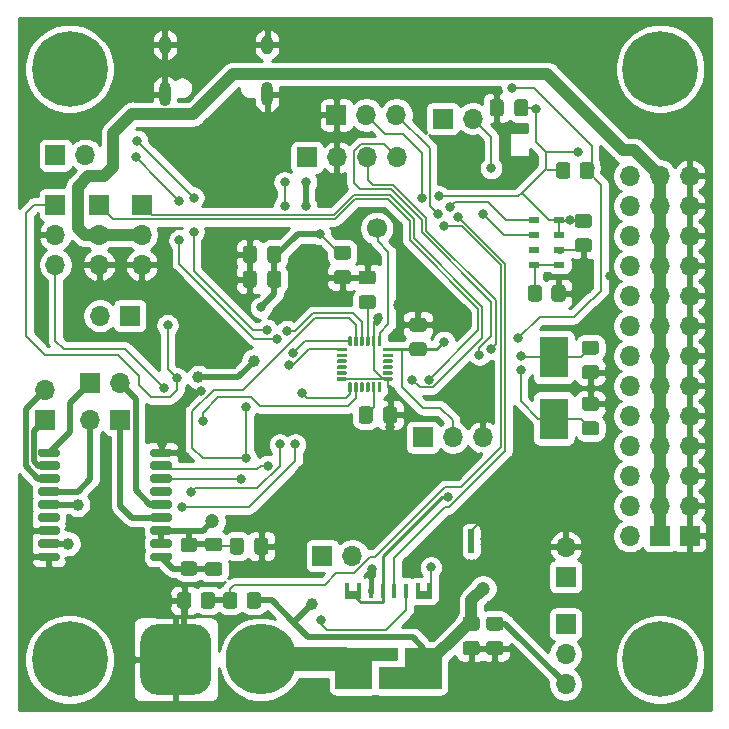
<source format=gbr>
%TF.GenerationSoftware,KiCad,Pcbnew,5.1.10*%
%TF.CreationDate,2021-06-13T21:02:57+02:00*%
%TF.ProjectId,CraftControlBoard,43726166-7443-46f6-9e74-726f6c426f61,rev?*%
%TF.SameCoordinates,Original*%
%TF.FileFunction,Copper,L2,Bot*%
%TF.FilePolarity,Positive*%
%FSLAX46Y46*%
G04 Gerber Fmt 4.6, Leading zero omitted, Abs format (unit mm)*
G04 Created by KiCad (PCBNEW 5.1.10) date 2021-06-13 21:02:57*
%MOMM*%
%LPD*%
G01*
G04 APERTURE LIST*
%TA.AperFunction,ComponentPad*%
%ADD10C,6.400000*%
%TD*%
%TA.AperFunction,ComponentPad*%
%ADD11C,1.700000*%
%TD*%
%TA.AperFunction,ComponentPad*%
%ADD12O,1.700000X1.700000*%
%TD*%
%TA.AperFunction,ComponentPad*%
%ADD13R,1.700000X1.700000*%
%TD*%
%TA.AperFunction,SMDPad,CuDef*%
%ADD14R,2.400000X3.500000*%
%TD*%
%TA.AperFunction,SMDPad,CuDef*%
%ADD15R,0.950000X0.550000*%
%TD*%
%TA.AperFunction,SMDPad,CuDef*%
%ADD16C,0.100000*%
%TD*%
%TA.AperFunction,SMDPad,CuDef*%
%ADD17R,0.400000X1.300000*%
%TD*%
%TA.AperFunction,SMDPad,CuDef*%
%ADD18R,0.500000X2.000000*%
%TD*%
%TA.AperFunction,ComponentPad*%
%ADD19C,0.500000*%
%TD*%
%TA.AperFunction,ComponentPad*%
%ADD20O,1.000000X2.100000*%
%TD*%
%TA.AperFunction,ComponentPad*%
%ADD21O,1.000000X1.600000*%
%TD*%
%TA.AperFunction,ComponentPad*%
%ADD22C,6.000000*%
%TD*%
%TA.AperFunction,ViaPad*%
%ADD23C,0.800000*%
%TD*%
%TA.AperFunction,ViaPad*%
%ADD24C,1.200000*%
%TD*%
%TA.AperFunction,ViaPad*%
%ADD25C,1.000000*%
%TD*%
%TA.AperFunction,Conductor*%
%ADD26C,0.500000*%
%TD*%
%TA.AperFunction,Conductor*%
%ADD27C,0.250000*%
%TD*%
%TA.AperFunction,Conductor*%
%ADD28C,0.200000*%
%TD*%
%TA.AperFunction,Conductor*%
%ADD29C,1.000000*%
%TD*%
%TA.AperFunction,Conductor*%
%ADD30C,2.000000*%
%TD*%
%TA.AperFunction,Conductor*%
%ADD31C,0.254000*%
%TD*%
%TA.AperFunction,Conductor*%
%ADD32C,0.100000*%
%TD*%
G04 APERTURE END LIST*
D10*
%TO.P,REF\u002A\u002A,1*%
%TO.N,N/C*%
X188000000Y-127000000D03*
%TD*%
%TO.P,REF\u002A\u002A,1*%
%TO.N,N/C*%
X138000000Y-127000000D03*
%TD*%
%TO.P,REF\u002A\u002A,1*%
%TO.N,N/C*%
X138000000Y-77000000D03*
%TD*%
%TO.P,REF\u002A\u002A,1*%
%TO.N,N/C*%
X188000000Y-77000000D03*
%TD*%
D11*
%TO.P,J21,1*%
%TO.N,Net-(J21-Pad1)*%
X164000000Y-90500000D03*
%TD*%
D12*
%TO.P,J23,2*%
%TO.N,Net-(J23-Pad2)*%
X140560000Y-97900000D03*
D13*
%TO.P,J23,1*%
%TO.N,Net-(J23-Pad1)*%
X143100000Y-97900000D03*
%TD*%
D12*
%TO.P,J11,26*%
%TO.N,CH12*%
X185420000Y-86060000D03*
%TO.P,J11,25*%
%TO.N,+5V*%
X187960000Y-86060000D03*
%TO.P,J11,24*%
%TO.N,CH11*%
X185420000Y-88600000D03*
%TO.P,J11,23*%
%TO.N,+5V*%
X187960000Y-88600000D03*
%TO.P,J11,22*%
%TO.N,CH10*%
X185420000Y-91140000D03*
%TO.P,J11,21*%
%TO.N,+5V*%
X187960000Y-91140000D03*
%TO.P,J11,20*%
%TO.N,CH9*%
X185420000Y-93680000D03*
%TO.P,J11,19*%
%TO.N,+5V*%
X187960000Y-93680000D03*
%TO.P,J11,18*%
%TO.N,CH8*%
X185420000Y-96220000D03*
%TO.P,J11,17*%
%TO.N,+5V*%
X187960000Y-96220000D03*
%TO.P,J11,16*%
%TO.N,CH7*%
X185420000Y-98760000D03*
%TO.P,J11,15*%
%TO.N,+5V*%
X187960000Y-98760000D03*
%TO.P,J11,14*%
%TO.N,CH6*%
X185420000Y-101300000D03*
%TO.P,J11,13*%
%TO.N,+5V*%
X187960000Y-101300000D03*
%TO.P,J11,12*%
%TO.N,CH5*%
X185420000Y-103840000D03*
%TO.P,J11,11*%
%TO.N,+5V*%
X187960000Y-103840000D03*
%TO.P,J11,10*%
%TO.N,CH4*%
X185420000Y-106380000D03*
%TO.P,J11,9*%
%TO.N,+5V*%
X187960000Y-106380000D03*
%TO.P,J11,8*%
%TO.N,CH3*%
X185420000Y-108920000D03*
%TO.P,J11,7*%
%TO.N,+5V*%
X187960000Y-108920000D03*
%TO.P,J11,6*%
%TO.N,CH2*%
X185420000Y-111460000D03*
%TO.P,J11,5*%
%TO.N,+5V*%
X187960000Y-111460000D03*
%TO.P,J11,4*%
%TO.N,CH1*%
X185420000Y-114000000D03*
%TO.P,J11,3*%
%TO.N,+5V*%
X187960000Y-114000000D03*
%TO.P,J11,2*%
%TO.N,CH0*%
X185420000Y-116540000D03*
D13*
%TO.P,J11,1*%
%TO.N,+5V*%
X187960000Y-116540000D03*
%TD*%
D14*
%TO.P,Y1,2*%
%TO.N,Net-(C20-Pad1)*%
X179000000Y-106600000D03*
%TO.P,Y1,1*%
%TO.N,Net-(C19-Pad1)*%
X179000000Y-101400000D03*
%TD*%
D15*
%TO.P,U9,5*%
%TO.N,Net-(R17-Pad1)*%
X177325000Y-93575000D03*
%TO.P,U9,6*%
%TO.N,N/C*%
X177325000Y-92325000D03*
%TO.P,U9,7*%
%TO.N,I2C0_SDA*%
X177325000Y-91075000D03*
%TO.P,U9,8*%
%TO.N,I2C0_SCL*%
X177325000Y-89825000D03*
%TO.P,U9,3*%
%TO.N,GND*%
X179475000Y-92325000D03*
%TO.P,U9,2*%
%TO.N,+3V3*%
X179475000Y-91075000D03*
%TO.P,U9,1*%
X179475000Y-89825000D03*
%TO.P,U9,4*%
%TO.N,Net-(R17-Pad1)*%
X179475000Y-93575000D03*
%TD*%
%TO.P,U5,24*%
%TO.N,SPI0_MOSI*%
%TA.AperFunction,SMDPad,CuDef*%
G36*
G01*
X161675000Y-103525000D02*
X161825000Y-103525000D01*
G75*
G02*
X161900000Y-103600000I0J-75000D01*
G01*
X161900000Y-104300000D01*
G75*
G02*
X161825000Y-104375000I-75000J0D01*
G01*
X161675000Y-104375000D01*
G75*
G02*
X161600000Y-104300000I0J75000D01*
G01*
X161600000Y-103600000D01*
G75*
G02*
X161675000Y-103525000I75000J0D01*
G01*
G37*
%TD.AperFunction*%
%TO.P,U5,23*%
%TO.N,SPI0_SCK*%
%TA.AperFunction,SMDPad,CuDef*%
G36*
G01*
X162175000Y-103525000D02*
X162325000Y-103525000D01*
G75*
G02*
X162400000Y-103600000I0J-75000D01*
G01*
X162400000Y-104300000D01*
G75*
G02*
X162325000Y-104375000I-75000J0D01*
G01*
X162175000Y-104375000D01*
G75*
G02*
X162100000Y-104300000I0J75000D01*
G01*
X162100000Y-103600000D01*
G75*
G02*
X162175000Y-103525000I75000J0D01*
G01*
G37*
%TD.AperFunction*%
%TO.P,U5,22*%
%TO.N,N/C*%
%TA.AperFunction,SMDPad,CuDef*%
G36*
G01*
X162675000Y-103525000D02*
X162825000Y-103525000D01*
G75*
G02*
X162900000Y-103600000I0J-75000D01*
G01*
X162900000Y-104300000D01*
G75*
G02*
X162825000Y-104375000I-75000J0D01*
G01*
X162675000Y-104375000D01*
G75*
G02*
X162600000Y-104300000I0J75000D01*
G01*
X162600000Y-103600000D01*
G75*
G02*
X162675000Y-103525000I75000J0D01*
G01*
G37*
%TD.AperFunction*%
%TO.P,U5,21*%
%TA.AperFunction,SMDPad,CuDef*%
G36*
G01*
X163175000Y-103525000D02*
X163325000Y-103525000D01*
G75*
G02*
X163400000Y-103600000I0J-75000D01*
G01*
X163400000Y-104300000D01*
G75*
G02*
X163325000Y-104375000I-75000J0D01*
G01*
X163175000Y-104375000D01*
G75*
G02*
X163100000Y-104300000I0J75000D01*
G01*
X163100000Y-103600000D01*
G75*
G02*
X163175000Y-103525000I75000J0D01*
G01*
G37*
%TD.AperFunction*%
%TO.P,U5,20*%
%TO.N,Net-(C23-Pad1)*%
%TA.AperFunction,SMDPad,CuDef*%
G36*
G01*
X163675000Y-103525000D02*
X163825000Y-103525000D01*
G75*
G02*
X163900000Y-103600000I0J-75000D01*
G01*
X163900000Y-104300000D01*
G75*
G02*
X163825000Y-104375000I-75000J0D01*
G01*
X163675000Y-104375000D01*
G75*
G02*
X163600000Y-104300000I0J75000D01*
G01*
X163600000Y-103600000D01*
G75*
G02*
X163675000Y-103525000I75000J0D01*
G01*
G37*
%TD.AperFunction*%
%TO.P,U5,19*%
%TO.N,N/C*%
%TA.AperFunction,SMDPad,CuDef*%
G36*
G01*
X164175000Y-103525000D02*
X164325000Y-103525000D01*
G75*
G02*
X164400000Y-103600000I0J-75000D01*
G01*
X164400000Y-104300000D01*
G75*
G02*
X164325000Y-104375000I-75000J0D01*
G01*
X164175000Y-104375000D01*
G75*
G02*
X164100000Y-104300000I0J75000D01*
G01*
X164100000Y-103600000D01*
G75*
G02*
X164175000Y-103525000I75000J0D01*
G01*
G37*
%TD.AperFunction*%
%TO.P,U5,18*%
%TO.N,GND*%
%TA.AperFunction,SMDPad,CuDef*%
G36*
G01*
X164525000Y-103325000D02*
X164525000Y-103175000D01*
G75*
G02*
X164600000Y-103100000I75000J0D01*
G01*
X165300000Y-103100000D01*
G75*
G02*
X165375000Y-103175000I0J-75000D01*
G01*
X165375000Y-103325000D01*
G75*
G02*
X165300000Y-103400000I-75000J0D01*
G01*
X164600000Y-103400000D01*
G75*
G02*
X164525000Y-103325000I0J75000D01*
G01*
G37*
%TD.AperFunction*%
%TO.P,U5,17*%
%TO.N,N/C*%
%TA.AperFunction,SMDPad,CuDef*%
G36*
G01*
X164525000Y-102825000D02*
X164525000Y-102675000D01*
G75*
G02*
X164600000Y-102600000I75000J0D01*
G01*
X165300000Y-102600000D01*
G75*
G02*
X165375000Y-102675000I0J-75000D01*
G01*
X165375000Y-102825000D01*
G75*
G02*
X165300000Y-102900000I-75000J0D01*
G01*
X164600000Y-102900000D01*
G75*
G02*
X164525000Y-102825000I0J75000D01*
G01*
G37*
%TD.AperFunction*%
%TO.P,U5,16*%
%TA.AperFunction,SMDPad,CuDef*%
G36*
G01*
X164525000Y-102325000D02*
X164525000Y-102175000D01*
G75*
G02*
X164600000Y-102100000I75000J0D01*
G01*
X165300000Y-102100000D01*
G75*
G02*
X165375000Y-102175000I0J-75000D01*
G01*
X165375000Y-102325000D01*
G75*
G02*
X165300000Y-102400000I-75000J0D01*
G01*
X164600000Y-102400000D01*
G75*
G02*
X164525000Y-102325000I0J75000D01*
G01*
G37*
%TD.AperFunction*%
%TO.P,U5,15*%
%TA.AperFunction,SMDPad,CuDef*%
G36*
G01*
X164525000Y-101825000D02*
X164525000Y-101675000D01*
G75*
G02*
X164600000Y-101600000I75000J0D01*
G01*
X165300000Y-101600000D01*
G75*
G02*
X165375000Y-101675000I0J-75000D01*
G01*
X165375000Y-101825000D01*
G75*
G02*
X165300000Y-101900000I-75000J0D01*
G01*
X164600000Y-101900000D01*
G75*
G02*
X164525000Y-101825000I0J75000D01*
G01*
G37*
%TD.AperFunction*%
%TO.P,U5,14*%
%TA.AperFunction,SMDPad,CuDef*%
G36*
G01*
X164525000Y-101325000D02*
X164525000Y-101175000D01*
G75*
G02*
X164600000Y-101100000I75000J0D01*
G01*
X165300000Y-101100000D01*
G75*
G02*
X165375000Y-101175000I0J-75000D01*
G01*
X165375000Y-101325000D01*
G75*
G02*
X165300000Y-101400000I-75000J0D01*
G01*
X164600000Y-101400000D01*
G75*
G02*
X164525000Y-101325000I0J75000D01*
G01*
G37*
%TD.AperFunction*%
%TO.P,U5,13*%
%TO.N,+3V3*%
%TA.AperFunction,SMDPad,CuDef*%
G36*
G01*
X164525000Y-100825000D02*
X164525000Y-100675000D01*
G75*
G02*
X164600000Y-100600000I75000J0D01*
G01*
X165300000Y-100600000D01*
G75*
G02*
X165375000Y-100675000I0J-75000D01*
G01*
X165375000Y-100825000D01*
G75*
G02*
X165300000Y-100900000I-75000J0D01*
G01*
X164600000Y-100900000D01*
G75*
G02*
X164525000Y-100825000I0J75000D01*
G01*
G37*
%TD.AperFunction*%
%TO.P,U5,12*%
%TO.N,Net-(J21-Pad1)*%
%TA.AperFunction,SMDPad,CuDef*%
G36*
G01*
X164175000Y-99625000D02*
X164325000Y-99625000D01*
G75*
G02*
X164400000Y-99700000I0J-75000D01*
G01*
X164400000Y-100400000D01*
G75*
G02*
X164325000Y-100475000I-75000J0D01*
G01*
X164175000Y-100475000D01*
G75*
G02*
X164100000Y-100400000I0J75000D01*
G01*
X164100000Y-99700000D01*
G75*
G02*
X164175000Y-99625000I75000J0D01*
G01*
G37*
%TD.AperFunction*%
%TO.P,U5,11*%
%TO.N,GND*%
%TA.AperFunction,SMDPad,CuDef*%
G36*
G01*
X163675000Y-99625000D02*
X163825000Y-99625000D01*
G75*
G02*
X163900000Y-99700000I0J-75000D01*
G01*
X163900000Y-100400000D01*
G75*
G02*
X163825000Y-100475000I-75000J0D01*
G01*
X163675000Y-100475000D01*
G75*
G02*
X163600000Y-100400000I0J75000D01*
G01*
X163600000Y-99700000D01*
G75*
G02*
X163675000Y-99625000I75000J0D01*
G01*
G37*
%TD.AperFunction*%
%TO.P,U5,10*%
%TO.N,Net-(C22-Pad1)*%
%TA.AperFunction,SMDPad,CuDef*%
G36*
G01*
X163175000Y-99625000D02*
X163325000Y-99625000D01*
G75*
G02*
X163400000Y-99700000I0J-75000D01*
G01*
X163400000Y-100400000D01*
G75*
G02*
X163325000Y-100475000I-75000J0D01*
G01*
X163175000Y-100475000D01*
G75*
G02*
X163100000Y-100400000I0J75000D01*
G01*
X163100000Y-99700000D01*
G75*
G02*
X163175000Y-99625000I75000J0D01*
G01*
G37*
%TD.AperFunction*%
%TO.P,U5,9*%
%TO.N,SPI0_MISO*%
%TA.AperFunction,SMDPad,CuDef*%
G36*
G01*
X162675000Y-99625000D02*
X162825000Y-99625000D01*
G75*
G02*
X162900000Y-99700000I0J-75000D01*
G01*
X162900000Y-100400000D01*
G75*
G02*
X162825000Y-100475000I-75000J0D01*
G01*
X162675000Y-100475000D01*
G75*
G02*
X162600000Y-100400000I0J75000D01*
G01*
X162600000Y-99700000D01*
G75*
G02*
X162675000Y-99625000I75000J0D01*
G01*
G37*
%TD.AperFunction*%
%TO.P,U5,8*%
%TO.N,SPI0_CS*%
%TA.AperFunction,SMDPad,CuDef*%
G36*
G01*
X162175000Y-99625000D02*
X162325000Y-99625000D01*
G75*
G02*
X162400000Y-99700000I0J-75000D01*
G01*
X162400000Y-100400000D01*
G75*
G02*
X162325000Y-100475000I-75000J0D01*
G01*
X162175000Y-100475000D01*
G75*
G02*
X162100000Y-100400000I0J75000D01*
G01*
X162100000Y-99700000D01*
G75*
G02*
X162175000Y-99625000I75000J0D01*
G01*
G37*
%TD.AperFunction*%
%TO.P,U5,7*%
%TO.N,Net-(J22-Pad2)*%
%TA.AperFunction,SMDPad,CuDef*%
G36*
G01*
X161675000Y-99625000D02*
X161825000Y-99625000D01*
G75*
G02*
X161900000Y-99700000I0J-75000D01*
G01*
X161900000Y-100400000D01*
G75*
G02*
X161825000Y-100475000I-75000J0D01*
G01*
X161675000Y-100475000D01*
G75*
G02*
X161600000Y-100400000I0J75000D01*
G01*
X161600000Y-99700000D01*
G75*
G02*
X161675000Y-99625000I75000J0D01*
G01*
G37*
%TD.AperFunction*%
%TO.P,U5,6*%
%TO.N,Net-(J22-Pad1)*%
%TA.AperFunction,SMDPad,CuDef*%
G36*
G01*
X160625000Y-100825000D02*
X160625000Y-100675000D01*
G75*
G02*
X160700000Y-100600000I75000J0D01*
G01*
X161400000Y-100600000D01*
G75*
G02*
X161475000Y-100675000I0J-75000D01*
G01*
X161475000Y-100825000D01*
G75*
G02*
X161400000Y-100900000I-75000J0D01*
G01*
X160700000Y-100900000D01*
G75*
G02*
X160625000Y-100825000I0J75000D01*
G01*
G37*
%TD.AperFunction*%
%TO.P,U5,5*%
%TO.N,N/C*%
%TA.AperFunction,SMDPad,CuDef*%
G36*
G01*
X160625000Y-101325000D02*
X160625000Y-101175000D01*
G75*
G02*
X160700000Y-101100000I75000J0D01*
G01*
X161400000Y-101100000D01*
G75*
G02*
X161475000Y-101175000I0J-75000D01*
G01*
X161475000Y-101325000D01*
G75*
G02*
X161400000Y-101400000I-75000J0D01*
G01*
X160700000Y-101400000D01*
G75*
G02*
X160625000Y-101325000I0J75000D01*
G01*
G37*
%TD.AperFunction*%
%TO.P,U5,4*%
%TA.AperFunction,SMDPad,CuDef*%
G36*
G01*
X160625000Y-101825000D02*
X160625000Y-101675000D01*
G75*
G02*
X160700000Y-101600000I75000J0D01*
G01*
X161400000Y-101600000D01*
G75*
G02*
X161475000Y-101675000I0J-75000D01*
G01*
X161475000Y-101825000D01*
G75*
G02*
X161400000Y-101900000I-75000J0D01*
G01*
X160700000Y-101900000D01*
G75*
G02*
X160625000Y-101825000I0J75000D01*
G01*
G37*
%TD.AperFunction*%
%TO.P,U5,3*%
%TA.AperFunction,SMDPad,CuDef*%
G36*
G01*
X160625000Y-102325000D02*
X160625000Y-102175000D01*
G75*
G02*
X160700000Y-102100000I75000J0D01*
G01*
X161400000Y-102100000D01*
G75*
G02*
X161475000Y-102175000I0J-75000D01*
G01*
X161475000Y-102325000D01*
G75*
G02*
X161400000Y-102400000I-75000J0D01*
G01*
X160700000Y-102400000D01*
G75*
G02*
X160625000Y-102325000I0J75000D01*
G01*
G37*
%TD.AperFunction*%
%TO.P,U5,2*%
%TA.AperFunction,SMDPad,CuDef*%
G36*
G01*
X160625000Y-102825000D02*
X160625000Y-102675000D01*
G75*
G02*
X160700000Y-102600000I75000J0D01*
G01*
X161400000Y-102600000D01*
G75*
G02*
X161475000Y-102675000I0J-75000D01*
G01*
X161475000Y-102825000D01*
G75*
G02*
X161400000Y-102900000I-75000J0D01*
G01*
X160700000Y-102900000D01*
G75*
G02*
X160625000Y-102825000I0J75000D01*
G01*
G37*
%TD.AperFunction*%
%TO.P,U5,1*%
%TO.N,GND*%
%TA.AperFunction,SMDPad,CuDef*%
G36*
G01*
X160625000Y-103325000D02*
X160625000Y-103175000D01*
G75*
G02*
X160700000Y-103100000I75000J0D01*
G01*
X161400000Y-103100000D01*
G75*
G02*
X161475000Y-103175000I0J-75000D01*
G01*
X161475000Y-103325000D01*
G75*
G02*
X161400000Y-103400000I-75000J0D01*
G01*
X160700000Y-103400000D01*
G75*
G02*
X160625000Y-103325000I0J75000D01*
G01*
G37*
%TD.AperFunction*%
%TD*%
%TO.P,U4,18*%
%TO.N,Net-(J17-Pad1)*%
%TA.AperFunction,SMDPad,CuDef*%
G36*
G01*
X137150000Y-109325000D02*
X137150000Y-109675000D01*
G75*
G02*
X136975000Y-109850000I-175000J0D01*
G01*
X135525000Y-109850000D01*
G75*
G02*
X135350000Y-109675000I0J175000D01*
G01*
X135350000Y-109325000D01*
G75*
G02*
X135525000Y-109150000I175000J0D01*
G01*
X136975000Y-109150000D01*
G75*
G02*
X137150000Y-109325000I0J-175000D01*
G01*
G37*
%TD.AperFunction*%
%TO.P,U4,17*%
%TO.N,Net-(J18-Pad1)*%
%TA.AperFunction,SMDPad,CuDef*%
G36*
G01*
X137150000Y-110400000D02*
X137150000Y-110800000D01*
G75*
G02*
X136950000Y-111000000I-200000J0D01*
G01*
X135550000Y-111000000D01*
G75*
G02*
X135350000Y-110800000I0J200000D01*
G01*
X135350000Y-110400000D01*
G75*
G02*
X135550000Y-110200000I200000J0D01*
G01*
X136950000Y-110200000D01*
G75*
G02*
X137150000Y-110400000I0J-200000D01*
G01*
G37*
%TD.AperFunction*%
%TO.P,U4,16*%
%TO.N,Net-(J18-Pad2)*%
%TA.AperFunction,SMDPad,CuDef*%
G36*
G01*
X137150000Y-111500000D02*
X137150000Y-111900000D01*
G75*
G02*
X136950000Y-112100000I-200000J0D01*
G01*
X135550000Y-112100000D01*
G75*
G02*
X135350000Y-111900000I0J200000D01*
G01*
X135350000Y-111500000D01*
G75*
G02*
X135550000Y-111300000I200000J0D01*
G01*
X136950000Y-111300000D01*
G75*
G02*
X137150000Y-111500000I0J-200000D01*
G01*
G37*
%TD.AperFunction*%
%TO.P,U4,15*%
%TO.N,Net-(J19-Pad2)*%
%TA.AperFunction,SMDPad,CuDef*%
G36*
G01*
X137150000Y-112600000D02*
X137150000Y-113000000D01*
G75*
G02*
X136950000Y-113200000I-200000J0D01*
G01*
X135550000Y-113200000D01*
G75*
G02*
X135350000Y-113000000I0J200000D01*
G01*
X135350000Y-112600000D01*
G75*
G02*
X135550000Y-112400000I200000J0D01*
G01*
X136950000Y-112400000D01*
G75*
G02*
X137150000Y-112600000I0J-200000D01*
G01*
G37*
%TD.AperFunction*%
%TO.P,U4,14*%
%TO.N,Net-(R2-Pad2)*%
%TA.AperFunction,SMDPad,CuDef*%
G36*
G01*
X137150000Y-113700000D02*
X137150000Y-114100000D01*
G75*
G02*
X136950000Y-114300000I-200000J0D01*
G01*
X135550000Y-114300000D01*
G75*
G02*
X135350000Y-114100000I0J200000D01*
G01*
X135350000Y-113700000D01*
G75*
G02*
X135550000Y-113500000I200000J0D01*
G01*
X136950000Y-113500000D01*
G75*
G02*
X137150000Y-113700000I0J-200000D01*
G01*
G37*
%TD.AperFunction*%
%TO.P,U4,13*%
%TO.N,N/C*%
%TA.AperFunction,SMDPad,CuDef*%
G36*
G01*
X137150000Y-114800000D02*
X137150000Y-115200000D01*
G75*
G02*
X136950000Y-115400000I-200000J0D01*
G01*
X135550000Y-115400000D01*
G75*
G02*
X135350000Y-115200000I0J200000D01*
G01*
X135350000Y-114800000D01*
G75*
G02*
X135550000Y-114600000I200000J0D01*
G01*
X136950000Y-114600000D01*
G75*
G02*
X137150000Y-114800000I0J-200000D01*
G01*
G37*
%TD.AperFunction*%
%TO.P,U4,12*%
%TO.N,GND*%
%TA.AperFunction,SMDPad,CuDef*%
G36*
G01*
X137150000Y-115900000D02*
X137150000Y-116300000D01*
G75*
G02*
X136950000Y-116500000I-200000J0D01*
G01*
X135550000Y-116500000D01*
G75*
G02*
X135350000Y-116300000I0J200000D01*
G01*
X135350000Y-115900000D01*
G75*
G02*
X135550000Y-115700000I200000J0D01*
G01*
X136950000Y-115700000D01*
G75*
G02*
X137150000Y-115900000I0J-200000D01*
G01*
G37*
%TD.AperFunction*%
%TO.P,U4,11*%
%TO.N,Net-(J4-Pad1)*%
%TA.AperFunction,SMDPad,CuDef*%
G36*
G01*
X137150000Y-117000000D02*
X137150000Y-117400000D01*
G75*
G02*
X136950000Y-117600000I-200000J0D01*
G01*
X135550000Y-117600000D01*
G75*
G02*
X135350000Y-117400000I0J200000D01*
G01*
X135350000Y-117000000D01*
G75*
G02*
X135550000Y-116800000I200000J0D01*
G01*
X136950000Y-116800000D01*
G75*
G02*
X137150000Y-117000000I0J-200000D01*
G01*
G37*
%TD.AperFunction*%
%TO.P,U4,10*%
%TO.N,GND*%
%TA.AperFunction,SMDPad,CuDef*%
G36*
G01*
X137150000Y-118125000D02*
X137150000Y-118475000D01*
G75*
G02*
X136975000Y-118650000I-175000J0D01*
G01*
X135525000Y-118650000D01*
G75*
G02*
X135350000Y-118475000I0J175000D01*
G01*
X135350000Y-118125000D01*
G75*
G02*
X135525000Y-117950000I175000J0D01*
G01*
X136975000Y-117950000D01*
G75*
G02*
X137150000Y-118125000I0J-175000D01*
G01*
G37*
%TD.AperFunction*%
%TO.P,U4,9*%
%TO.N,Net-(C1-Pad2)*%
%TA.AperFunction,SMDPad,CuDef*%
G36*
G01*
X146650000Y-118125000D02*
X146650000Y-118475000D01*
G75*
G02*
X146475000Y-118650000I-175000J0D01*
G01*
X145025000Y-118650000D01*
G75*
G02*
X144850000Y-118475000I0J175000D01*
G01*
X144850000Y-118125000D01*
G75*
G02*
X145025000Y-117950000I175000J0D01*
G01*
X146475000Y-117950000D01*
G75*
G02*
X146650000Y-118125000I0J-175000D01*
G01*
G37*
%TD.AperFunction*%
%TO.P,U4,8*%
%TO.N,+3V3*%
%TA.AperFunction,SMDPad,CuDef*%
G36*
G01*
X146650000Y-117000000D02*
X146650000Y-117400000D01*
G75*
G02*
X146450000Y-117600000I-200000J0D01*
G01*
X145050000Y-117600000D01*
G75*
G02*
X144850000Y-117400000I0J200000D01*
G01*
X144850000Y-117000000D01*
G75*
G02*
X145050000Y-116800000I200000J0D01*
G01*
X146450000Y-116800000D01*
G75*
G02*
X146650000Y-117000000I0J-200000D01*
G01*
G37*
%TD.AperFunction*%
%TO.P,U4,7*%
%TA.AperFunction,SMDPad,CuDef*%
G36*
G01*
X146650000Y-115900000D02*
X146650000Y-116300000D01*
G75*
G02*
X146450000Y-116500000I-200000J0D01*
G01*
X145050000Y-116500000D01*
G75*
G02*
X144850000Y-116300000I0J200000D01*
G01*
X144850000Y-115900000D01*
G75*
G02*
X145050000Y-115700000I200000J0D01*
G01*
X146450000Y-115700000D01*
G75*
G02*
X146650000Y-115900000I0J-200000D01*
G01*
G37*
%TD.AperFunction*%
%TO.P,U4,6*%
%TO.N,Net-(J19-Pad1)*%
%TA.AperFunction,SMDPad,CuDef*%
G36*
G01*
X146650000Y-114800000D02*
X146650000Y-115200000D01*
G75*
G02*
X146450000Y-115400000I-200000J0D01*
G01*
X145050000Y-115400000D01*
G75*
G02*
X144850000Y-115200000I0J200000D01*
G01*
X144850000Y-114800000D01*
G75*
G02*
X145050000Y-114600000I200000J0D01*
G01*
X146450000Y-114600000D01*
G75*
G02*
X146650000Y-114800000I0J-200000D01*
G01*
G37*
%TD.AperFunction*%
%TO.P,U4,5*%
%TO.N,Net-(J17-Pad2)*%
%TA.AperFunction,SMDPad,CuDef*%
G36*
G01*
X146650000Y-113700000D02*
X146650000Y-114100000D01*
G75*
G02*
X146450000Y-114300000I-200000J0D01*
G01*
X145050000Y-114300000D01*
G75*
G02*
X144850000Y-114100000I0J200000D01*
G01*
X144850000Y-113700000D01*
G75*
G02*
X145050000Y-113500000I200000J0D01*
G01*
X146450000Y-113500000D01*
G75*
G02*
X146650000Y-113700000I0J-200000D01*
G01*
G37*
%TD.AperFunction*%
%TO.P,U4,4*%
%TO.N,N/C*%
%TA.AperFunction,SMDPad,CuDef*%
G36*
G01*
X146650000Y-112600000D02*
X146650000Y-113000000D01*
G75*
G02*
X146450000Y-113200000I-200000J0D01*
G01*
X145050000Y-113200000D01*
G75*
G02*
X144850000Y-113000000I0J200000D01*
G01*
X144850000Y-112600000D01*
G75*
G02*
X145050000Y-112400000I200000J0D01*
G01*
X146450000Y-112400000D01*
G75*
G02*
X146650000Y-112600000I0J-200000D01*
G01*
G37*
%TD.AperFunction*%
%TO.P,U4,3*%
%TO.N,UART1_TX*%
%TA.AperFunction,SMDPad,CuDef*%
G36*
G01*
X146650000Y-111500000D02*
X146650000Y-111900000D01*
G75*
G02*
X146450000Y-112100000I-200000J0D01*
G01*
X145050000Y-112100000D01*
G75*
G02*
X144850000Y-111900000I0J200000D01*
G01*
X144850000Y-111500000D01*
G75*
G02*
X145050000Y-111300000I200000J0D01*
G01*
X146450000Y-111300000D01*
G75*
G02*
X146650000Y-111500000I0J-200000D01*
G01*
G37*
%TD.AperFunction*%
%TO.P,U4,2*%
%TO.N,UART1_RX*%
%TA.AperFunction,SMDPad,CuDef*%
G36*
G01*
X146650000Y-110400000D02*
X146650000Y-110800000D01*
G75*
G02*
X146450000Y-111000000I-200000J0D01*
G01*
X145050000Y-111000000D01*
G75*
G02*
X144850000Y-110800000I0J200000D01*
G01*
X144850000Y-110400000D01*
G75*
G02*
X145050000Y-110200000I200000J0D01*
G01*
X146450000Y-110200000D01*
G75*
G02*
X146650000Y-110400000I0J-200000D01*
G01*
G37*
%TD.AperFunction*%
%TO.P,U4,1*%
%TO.N,GND*%
%TA.AperFunction,SMDPad,CuDef*%
G36*
G01*
X146650000Y-109325000D02*
X146650000Y-109675000D01*
G75*
G02*
X146475000Y-109850000I-175000J0D01*
G01*
X145025000Y-109850000D01*
G75*
G02*
X144850000Y-109675000I0J175000D01*
G01*
X144850000Y-109325000D01*
G75*
G02*
X145025000Y-109150000I175000J0D01*
G01*
X146475000Y-109150000D01*
G75*
G02*
X146650000Y-109325000I0J-175000D01*
G01*
G37*
%TD.AperFunction*%
%TD*%
%TA.AperFunction,SMDPad,CuDef*%
D16*
%TO.P,U3,6*%
%TO.N,Net-(J16-Pad2)*%
G36*
X167300000Y-121860000D02*
G01*
X167300000Y-120550000D01*
X167700000Y-120550000D01*
X167700000Y-121200000D01*
X168300000Y-121200000D01*
X168300000Y-120550000D01*
X168700000Y-120550000D01*
X168700000Y-121860000D01*
X167300000Y-121860000D01*
G37*
%TD.AperFunction*%
D17*
%TO.P,U3,5*%
%TO.N,Net-(J16-Pad1)*%
X166500000Y-121200000D03*
%TO.P,U3,4*%
%TO.N,CURRENT_SENSE*%
X165500000Y-121200000D03*
%TO.P,U3,3*%
%TO.N,+3V3*%
X164500000Y-121200000D03*
%TO.P,U3,2*%
%TO.N,GND*%
X163500000Y-121200000D03*
%TA.AperFunction,SMDPad,CuDef*%
D16*
%TO.P,U3,7*%
%TO.N,/PWR_IN*%
G36*
X164170000Y-129500000D02*
G01*
X164170000Y-127825000D01*
X164170241Y-127824759D01*
X164170241Y-127815186D01*
X164172165Y-127795654D01*
X164175994Y-127776404D01*
X164181691Y-127757622D01*
X164189202Y-127739489D01*
X164198454Y-127722179D01*
X164209358Y-127705860D01*
X164221810Y-127690688D01*
X164235688Y-127676810D01*
X164250860Y-127664358D01*
X164267179Y-127653454D01*
X164284489Y-127644202D01*
X164302622Y-127636691D01*
X164321404Y-127630994D01*
X164340654Y-127627165D01*
X164360186Y-127625241D01*
X164369759Y-127625241D01*
X164370000Y-127625000D01*
X166430000Y-127625000D01*
X166430000Y-126000000D01*
X169500000Y-126000000D01*
X169500000Y-129500000D01*
X164170000Y-129500000D01*
G37*
%TD.AperFunction*%
%TA.AperFunction,SMDPad,CuDef*%
%TO.P,U3,1*%
%TO.N,+3V3*%
G36*
X161300000Y-121860000D02*
G01*
X161300000Y-120550000D01*
X161700000Y-120550000D01*
X161700000Y-121200000D01*
X162300000Y-121200000D01*
X162300000Y-120550000D01*
X162700000Y-120550000D01*
X162700000Y-121860000D01*
X161300000Y-121860000D01*
G37*
%TD.AperFunction*%
%TA.AperFunction,SMDPad,CuDef*%
%TO.P,U3,8*%
%TO.N,Net-(J2-Pad2)*%
G36*
X165829759Y-126925241D02*
G01*
X165829759Y-126934814D01*
X165827835Y-126954346D01*
X165824006Y-126973596D01*
X165818309Y-126992378D01*
X165810798Y-127010511D01*
X165801546Y-127027821D01*
X165790642Y-127044140D01*
X165778190Y-127059312D01*
X165764312Y-127073190D01*
X165749140Y-127085642D01*
X165732821Y-127096546D01*
X165715511Y-127105798D01*
X165697378Y-127113309D01*
X165678596Y-127119006D01*
X165659346Y-127122835D01*
X165639814Y-127124759D01*
X165630241Y-127124759D01*
X165630000Y-127125000D01*
X163570000Y-127125000D01*
X163570000Y-129500000D01*
X160500000Y-129500000D01*
X160500000Y-126000000D01*
X165830000Y-126000000D01*
X165830000Y-126925000D01*
X165829759Y-126925241D01*
G37*
%TD.AperFunction*%
%TD*%
D18*
%TO.P,U2,9*%
%TO.N,GND*%
X172000000Y-117000000D03*
D19*
X172000000Y-116250000D03*
X172000000Y-117000000D03*
X172000000Y-117750000D03*
%TD*%
%TO.P,R17,2*%
%TO.N,GND*%
%TA.AperFunction,SMDPad,CuDef*%
G36*
G01*
X178800000Y-96450001D02*
X178800000Y-95549999D01*
G75*
G02*
X179049999Y-95300000I249999J0D01*
G01*
X179750001Y-95300000D01*
G75*
G02*
X180000000Y-95549999I0J-249999D01*
G01*
X180000000Y-96450001D01*
G75*
G02*
X179750001Y-96700000I-249999J0D01*
G01*
X179049999Y-96700000D01*
G75*
G02*
X178800000Y-96450001I0J249999D01*
G01*
G37*
%TD.AperFunction*%
%TO.P,R17,1*%
%TO.N,Net-(R17-Pad1)*%
%TA.AperFunction,SMDPad,CuDef*%
G36*
G01*
X176800000Y-96450001D02*
X176800000Y-95549999D01*
G75*
G02*
X177049999Y-95300000I249999J0D01*
G01*
X177750001Y-95300000D01*
G75*
G02*
X178000000Y-95549999I0J-249999D01*
G01*
X178000000Y-96450001D01*
G75*
G02*
X177750001Y-96700000I-249999J0D01*
G01*
X177049999Y-96700000D01*
G75*
G02*
X176800000Y-96450001I0J249999D01*
G01*
G37*
%TD.AperFunction*%
%TD*%
%TO.P,R15,2*%
%TO.N,GND*%
%TA.AperFunction,SMDPad,CuDef*%
G36*
G01*
X148300000Y-121549999D02*
X148300000Y-122450001D01*
G75*
G02*
X148050001Y-122700000I-249999J0D01*
G01*
X147349999Y-122700000D01*
G75*
G02*
X147100000Y-122450001I0J249999D01*
G01*
X147100000Y-121549999D01*
G75*
G02*
X147349999Y-121300000I249999J0D01*
G01*
X148050001Y-121300000D01*
G75*
G02*
X148300000Y-121549999I0J-249999D01*
G01*
G37*
%TD.AperFunction*%
%TO.P,R15,1*%
%TO.N,V_BATT*%
%TA.AperFunction,SMDPad,CuDef*%
G36*
G01*
X150300000Y-121549999D02*
X150300000Y-122450001D01*
G75*
G02*
X150050001Y-122700000I-249999J0D01*
G01*
X149349999Y-122700000D01*
G75*
G02*
X149100000Y-122450001I0J249999D01*
G01*
X149100000Y-121549999D01*
G75*
G02*
X149349999Y-121300000I249999J0D01*
G01*
X150050001Y-121300000D01*
G75*
G02*
X150300000Y-121549999I0J-249999D01*
G01*
G37*
%TD.AperFunction*%
%TD*%
%TO.P,R14,2*%
%TO.N,V_BATT*%
%TA.AperFunction,SMDPad,CuDef*%
G36*
G01*
X152200000Y-121549999D02*
X152200000Y-122450001D01*
G75*
G02*
X151950001Y-122700000I-249999J0D01*
G01*
X151249999Y-122700000D01*
G75*
G02*
X151000000Y-122450001I0J249999D01*
G01*
X151000000Y-121549999D01*
G75*
G02*
X151249999Y-121300000I249999J0D01*
G01*
X151950001Y-121300000D01*
G75*
G02*
X152200000Y-121549999I0J-249999D01*
G01*
G37*
%TD.AperFunction*%
%TO.P,R14,1*%
%TO.N,/PWR_IN*%
%TA.AperFunction,SMDPad,CuDef*%
G36*
G01*
X154200000Y-121549999D02*
X154200000Y-122450001D01*
G75*
G02*
X153950001Y-122700000I-249999J0D01*
G01*
X153249999Y-122700000D01*
G75*
G02*
X153000000Y-122450001I0J249999D01*
G01*
X153000000Y-121549999D01*
G75*
G02*
X153249999Y-121300000I249999J0D01*
G01*
X153950001Y-121300000D01*
G75*
G02*
X154200000Y-121549999I0J-249999D01*
G01*
G37*
%TD.AperFunction*%
%TD*%
%TO.P,R3,2*%
%TO.N,/RST*%
%TA.AperFunction,SMDPad,CuDef*%
G36*
G01*
X181200000Y-86050001D02*
X181200000Y-85149999D01*
G75*
G02*
X181449999Y-84900000I249999J0D01*
G01*
X182150001Y-84900000D01*
G75*
G02*
X182400000Y-85149999I0J-249999D01*
G01*
X182400000Y-86050001D01*
G75*
G02*
X182150001Y-86300000I-249999J0D01*
G01*
X181449999Y-86300000D01*
G75*
G02*
X181200000Y-86050001I0J249999D01*
G01*
G37*
%TD.AperFunction*%
%TO.P,R3,1*%
%TO.N,+3V3*%
%TA.AperFunction,SMDPad,CuDef*%
G36*
G01*
X179200000Y-86050001D02*
X179200000Y-85149999D01*
G75*
G02*
X179449999Y-84900000I249999J0D01*
G01*
X180150001Y-84900000D01*
G75*
G02*
X180400000Y-85149999I0J-249999D01*
G01*
X180400000Y-86050001D01*
G75*
G02*
X180150001Y-86300000I-249999J0D01*
G01*
X179449999Y-86300000D01*
G75*
G02*
X179200000Y-86050001I0J249999D01*
G01*
G37*
%TD.AperFunction*%
%TD*%
%TO.P,R1,2*%
%TO.N,Net-(C1-Pad2)*%
%TA.AperFunction,SMDPad,CuDef*%
G36*
G01*
X147649999Y-118700000D02*
X148550001Y-118700000D01*
G75*
G02*
X148800000Y-118949999I0J-249999D01*
G01*
X148800000Y-119650001D01*
G75*
G02*
X148550001Y-119900000I-249999J0D01*
G01*
X147649999Y-119900000D01*
G75*
G02*
X147400000Y-119650001I0J249999D01*
G01*
X147400000Y-118949999D01*
G75*
G02*
X147649999Y-118700000I249999J0D01*
G01*
G37*
%TD.AperFunction*%
%TO.P,R1,1*%
%TO.N,+3V3*%
%TA.AperFunction,SMDPad,CuDef*%
G36*
G01*
X147649999Y-116700000D02*
X148550001Y-116700000D01*
G75*
G02*
X148800000Y-116949999I0J-249999D01*
G01*
X148800000Y-117650001D01*
G75*
G02*
X148550001Y-117900000I-249999J0D01*
G01*
X147649999Y-117900000D01*
G75*
G02*
X147400000Y-117650001I0J249999D01*
G01*
X147400000Y-116949999D01*
G75*
G02*
X147649999Y-116700000I249999J0D01*
G01*
G37*
%TD.AperFunction*%
%TD*%
D12*
%TO.P,J22,2*%
%TO.N,Net-(J22-Pad2)*%
X139340000Y-84300000D03*
D13*
%TO.P,J22,1*%
%TO.N,Net-(J22-Pad1)*%
X136800000Y-84300000D03*
%TD*%
D12*
%TO.P,J20,2*%
%TO.N,Net-(J20-Pad2)*%
X172140000Y-81200000D03*
D13*
%TO.P,J20,1*%
%TO.N,Net-(J20-Pad1)*%
X169600000Y-81200000D03*
%TD*%
D12*
%TO.P,J19,2*%
%TO.N,Net-(J19-Pad2)*%
X139760000Y-106700000D03*
D13*
%TO.P,J19,1*%
%TO.N,Net-(J19-Pad1)*%
X142300000Y-106700000D03*
%TD*%
D12*
%TO.P,J18,2*%
%TO.N,Net-(J18-Pad2)*%
X135900000Y-104200000D03*
D13*
%TO.P,J18,1*%
%TO.N,Net-(J18-Pad1)*%
X135900000Y-106740000D03*
%TD*%
D12*
%TO.P,J17,2*%
%TO.N,Net-(J17-Pad2)*%
X142240000Y-103600000D03*
D13*
%TO.P,J17,1*%
%TO.N,Net-(J17-Pad1)*%
X139700000Y-103600000D03*
%TD*%
D12*
%TO.P,J16,2*%
%TO.N,Net-(J16-Pad2)*%
X161940000Y-118200000D03*
D13*
%TO.P,J16,1*%
%TO.N,Net-(J16-Pad1)*%
X159400000Y-118200000D03*
%TD*%
D12*
%TO.P,J15,2*%
%TO.N,GND*%
X180000000Y-117460000D03*
D13*
%TO.P,J15,1*%
%TO.N,Net-(J14-Pad1)*%
X180000000Y-120000000D03*
%TD*%
D12*
%TO.P,J14,3*%
%TO.N,Net-(C10-Pad1)*%
X180000000Y-129080000D03*
%TO.P,J14,2*%
%TO.N,+5V*%
X180000000Y-126540000D03*
D13*
%TO.P,J14,1*%
%TO.N,Net-(J14-Pad1)*%
X180000000Y-124000000D03*
%TD*%
%TO.P,J13,1*%
%TO.N,+3V3*%
X158100000Y-84500000D03*
D12*
%TO.P,J13,2*%
%TO.N,GND*%
X160640000Y-84500000D03*
%TO.P,J13,3*%
%TO.N,SWDIO*%
X163180000Y-84500000D03*
%TO.P,J13,4*%
%TO.N,SWCLK*%
X165720000Y-84500000D03*
%TD*%
%TO.P,J12,3*%
%TO.N,ADC2*%
X165680000Y-80900000D03*
%TO.P,J12,2*%
%TO.N,ADC3*%
X163140000Y-80900000D03*
D13*
%TO.P,J12,1*%
%TO.N,GND*%
X160600000Y-80900000D03*
%TD*%
D12*
%TO.P,J10,3*%
%TO.N,GND*%
X140500000Y-93580000D03*
%TO.P,J10,2*%
%TO.N,+5V*%
X140500000Y-91040000D03*
D13*
%TO.P,J10,1*%
%TO.N,SBUS*%
X140500000Y-88500000D03*
%TD*%
D12*
%TO.P,J9,3*%
%TO.N,GND*%
X172980000Y-108200000D03*
%TO.P,J9,2*%
%TO.N,+3V3*%
X170440000Y-108200000D03*
D13*
%TO.P,J9,1*%
%TO.N,ONE_WIRE*%
X167900000Y-108200000D03*
%TD*%
D12*
%TO.P,J7,3*%
%TO.N,I2C1_SCL*%
X136800000Y-93580000D03*
%TO.P,J7,2*%
%TO.N,GND*%
X136800000Y-91040000D03*
D13*
%TO.P,J7,1*%
%TO.N,I2C1_SDA*%
X136800000Y-88500000D03*
%TD*%
D12*
%TO.P,J6,13*%
%TO.N,GND*%
X190500000Y-86060000D03*
%TO.P,J6,12*%
X190500000Y-88600000D03*
%TO.P,J6,11*%
X190500000Y-91140000D03*
%TO.P,J6,10*%
X190500000Y-93680000D03*
%TO.P,J6,9*%
X190500000Y-96220000D03*
%TO.P,J6,8*%
X190500000Y-98760000D03*
%TO.P,J6,7*%
X190500000Y-101300000D03*
%TO.P,J6,6*%
X190500000Y-103840000D03*
%TO.P,J6,5*%
X190500000Y-106380000D03*
%TO.P,J6,4*%
X190500000Y-108920000D03*
%TO.P,J6,3*%
X190500000Y-111460000D03*
%TO.P,J6,2*%
X190500000Y-114000000D03*
D13*
%TO.P,J6,1*%
X190500000Y-116540000D03*
%TD*%
D20*
%TO.P,J5,S1*%
%TO.N,GND*%
X146080000Y-79130000D03*
X154720000Y-79130000D03*
D21*
X154720000Y-74950000D03*
X146080000Y-74950000D03*
%TD*%
%TO.P,J2,1*%
%TO.N,GND*%
%TA.AperFunction,ComponentPad*%
G36*
G01*
X144000000Y-128500000D02*
X144000000Y-125500000D01*
G75*
G02*
X145500000Y-124000000I1500000J0D01*
G01*
X148500000Y-124000000D01*
G75*
G02*
X150000000Y-125500000I0J-1500000D01*
G01*
X150000000Y-128500000D01*
G75*
G02*
X148500000Y-130000000I-1500000J0D01*
G01*
X145500000Y-130000000D01*
G75*
G02*
X144000000Y-128500000I0J1500000D01*
G01*
G37*
%TD.AperFunction*%
D22*
%TO.P,J2,2*%
%TO.N,Net-(J2-Pad2)*%
X154200000Y-127000000D03*
%TD*%
D12*
%TO.P,J1,3*%
%TO.N,GND*%
X144100000Y-93580000D03*
%TO.P,J1,2*%
%TO.N,+5V*%
X144100000Y-91040000D03*
D13*
%TO.P,J1,1*%
%TO.N,SPort*%
X144100000Y-88500000D03*
%TD*%
%TO.P,C23,2*%
%TO.N,GND*%
%TA.AperFunction,SMDPad,CuDef*%
G36*
G01*
X164550000Y-106775000D02*
X164550000Y-105825000D01*
G75*
G02*
X164800000Y-105575000I250000J0D01*
G01*
X165475000Y-105575000D01*
G75*
G02*
X165725000Y-105825000I0J-250000D01*
G01*
X165725000Y-106775000D01*
G75*
G02*
X165475000Y-107025000I-250000J0D01*
G01*
X164800000Y-107025000D01*
G75*
G02*
X164550000Y-106775000I0J250000D01*
G01*
G37*
%TD.AperFunction*%
%TO.P,C23,1*%
%TO.N,Net-(C23-Pad1)*%
%TA.AperFunction,SMDPad,CuDef*%
G36*
G01*
X162475000Y-106775000D02*
X162475000Y-105825000D01*
G75*
G02*
X162725000Y-105575000I250000J0D01*
G01*
X163400000Y-105575000D01*
G75*
G02*
X163650000Y-105825000I0J-250000D01*
G01*
X163650000Y-106775000D01*
G75*
G02*
X163400000Y-107025000I-250000J0D01*
G01*
X162725000Y-107025000D01*
G75*
G02*
X162475000Y-106775000I0J250000D01*
G01*
G37*
%TD.AperFunction*%
%TD*%
%TO.P,C22,2*%
%TO.N,GND*%
%TA.AperFunction,SMDPad,CuDef*%
G36*
G01*
X163675000Y-95250000D02*
X162725000Y-95250000D01*
G75*
G02*
X162475000Y-95000000I0J250000D01*
G01*
X162475000Y-94325000D01*
G75*
G02*
X162725000Y-94075000I250000J0D01*
G01*
X163675000Y-94075000D01*
G75*
G02*
X163925000Y-94325000I0J-250000D01*
G01*
X163925000Y-95000000D01*
G75*
G02*
X163675000Y-95250000I-250000J0D01*
G01*
G37*
%TD.AperFunction*%
%TO.P,C22,1*%
%TO.N,Net-(C22-Pad1)*%
%TA.AperFunction,SMDPad,CuDef*%
G36*
G01*
X163675000Y-97325000D02*
X162725000Y-97325000D01*
G75*
G02*
X162475000Y-97075000I0J250000D01*
G01*
X162475000Y-96400000D01*
G75*
G02*
X162725000Y-96150000I250000J0D01*
G01*
X163675000Y-96150000D01*
G75*
G02*
X163925000Y-96400000I0J-250000D01*
G01*
X163925000Y-97075000D01*
G75*
G02*
X163675000Y-97325000I-250000J0D01*
G01*
G37*
%TD.AperFunction*%
%TD*%
%TO.P,C20,2*%
%TO.N,GND*%
%TA.AperFunction,SMDPad,CuDef*%
G36*
G01*
X182575000Y-105950000D02*
X181625000Y-105950000D01*
G75*
G02*
X181375000Y-105700000I0J250000D01*
G01*
X181375000Y-105025000D01*
G75*
G02*
X181625000Y-104775000I250000J0D01*
G01*
X182575000Y-104775000D01*
G75*
G02*
X182825000Y-105025000I0J-250000D01*
G01*
X182825000Y-105700000D01*
G75*
G02*
X182575000Y-105950000I-250000J0D01*
G01*
G37*
%TD.AperFunction*%
%TO.P,C20,1*%
%TO.N,Net-(C20-Pad1)*%
%TA.AperFunction,SMDPad,CuDef*%
G36*
G01*
X182575000Y-108025000D02*
X181625000Y-108025000D01*
G75*
G02*
X181375000Y-107775000I0J250000D01*
G01*
X181375000Y-107100000D01*
G75*
G02*
X181625000Y-106850000I250000J0D01*
G01*
X182575000Y-106850000D01*
G75*
G02*
X182825000Y-107100000I0J-250000D01*
G01*
X182825000Y-107775000D01*
G75*
G02*
X182575000Y-108025000I-250000J0D01*
G01*
G37*
%TD.AperFunction*%
%TD*%
%TO.P,C19,2*%
%TO.N,GND*%
%TA.AperFunction,SMDPad,CuDef*%
G36*
G01*
X181625000Y-102087500D02*
X182575000Y-102087500D01*
G75*
G02*
X182825000Y-102337500I0J-250000D01*
G01*
X182825000Y-103012500D01*
G75*
G02*
X182575000Y-103262500I-250000J0D01*
G01*
X181625000Y-103262500D01*
G75*
G02*
X181375000Y-103012500I0J250000D01*
G01*
X181375000Y-102337500D01*
G75*
G02*
X181625000Y-102087500I250000J0D01*
G01*
G37*
%TD.AperFunction*%
%TO.P,C19,1*%
%TO.N,Net-(C19-Pad1)*%
%TA.AperFunction,SMDPad,CuDef*%
G36*
G01*
X181625000Y-100012500D02*
X182575000Y-100012500D01*
G75*
G02*
X182825000Y-100262500I0J-250000D01*
G01*
X182825000Y-100937500D01*
G75*
G02*
X182575000Y-101187500I-250000J0D01*
G01*
X181625000Y-101187500D01*
G75*
G02*
X181375000Y-100937500I0J250000D01*
G01*
X181375000Y-100262500D01*
G75*
G02*
X181625000Y-100012500I250000J0D01*
G01*
G37*
%TD.AperFunction*%
%TD*%
%TO.P,C18,2*%
%TO.N,GND*%
%TA.AperFunction,SMDPad,CuDef*%
G36*
G01*
X167975000Y-99250000D02*
X167025000Y-99250000D01*
G75*
G02*
X166775000Y-99000000I0J250000D01*
G01*
X166775000Y-98325000D01*
G75*
G02*
X167025000Y-98075000I250000J0D01*
G01*
X167975000Y-98075000D01*
G75*
G02*
X168225000Y-98325000I0J-250000D01*
G01*
X168225000Y-99000000D01*
G75*
G02*
X167975000Y-99250000I-250000J0D01*
G01*
G37*
%TD.AperFunction*%
%TO.P,C18,1*%
%TO.N,+3V3*%
%TA.AperFunction,SMDPad,CuDef*%
G36*
G01*
X167975000Y-101325000D02*
X167025000Y-101325000D01*
G75*
G02*
X166775000Y-101075000I0J250000D01*
G01*
X166775000Y-100400000D01*
G75*
G02*
X167025000Y-100150000I250000J0D01*
G01*
X167975000Y-100150000D01*
G75*
G02*
X168225000Y-100400000I0J-250000D01*
G01*
X168225000Y-101075000D01*
G75*
G02*
X167975000Y-101325000I-250000J0D01*
G01*
G37*
%TD.AperFunction*%
%TD*%
%TO.P,C14,2*%
%TO.N,GND*%
%TA.AperFunction,SMDPad,CuDef*%
G36*
G01*
X160625000Y-94050000D02*
X161575000Y-94050000D01*
G75*
G02*
X161825000Y-94300000I0J-250000D01*
G01*
X161825000Y-94975000D01*
G75*
G02*
X161575000Y-95225000I-250000J0D01*
G01*
X160625000Y-95225000D01*
G75*
G02*
X160375000Y-94975000I0J250000D01*
G01*
X160375000Y-94300000D01*
G75*
G02*
X160625000Y-94050000I250000J0D01*
G01*
G37*
%TD.AperFunction*%
%TO.P,C14,1*%
%TO.N,+3V3*%
%TA.AperFunction,SMDPad,CuDef*%
G36*
G01*
X160625000Y-91975000D02*
X161575000Y-91975000D01*
G75*
G02*
X161825000Y-92225000I0J-250000D01*
G01*
X161825000Y-92900000D01*
G75*
G02*
X161575000Y-93150000I-250000J0D01*
G01*
X160625000Y-93150000D01*
G75*
G02*
X160375000Y-92900000I0J250000D01*
G01*
X160375000Y-92225000D01*
G75*
G02*
X160625000Y-91975000I250000J0D01*
G01*
G37*
%TD.AperFunction*%
%TD*%
%TO.P,C13,2*%
%TO.N,GND*%
%TA.AperFunction,SMDPad,CuDef*%
G36*
G01*
X174750000Y-79825000D02*
X174750000Y-80775000D01*
G75*
G02*
X174500000Y-81025000I-250000J0D01*
G01*
X173825000Y-81025000D01*
G75*
G02*
X173575000Y-80775000I0J250000D01*
G01*
X173575000Y-79825000D01*
G75*
G02*
X173825000Y-79575000I250000J0D01*
G01*
X174500000Y-79575000D01*
G75*
G02*
X174750000Y-79825000I0J-250000D01*
G01*
G37*
%TD.AperFunction*%
%TO.P,C13,1*%
%TO.N,+3V3*%
%TA.AperFunction,SMDPad,CuDef*%
G36*
G01*
X176825000Y-79825000D02*
X176825000Y-80775000D01*
G75*
G02*
X176575000Y-81025000I-250000J0D01*
G01*
X175900000Y-81025000D01*
G75*
G02*
X175650000Y-80775000I0J250000D01*
G01*
X175650000Y-79825000D01*
G75*
G02*
X175900000Y-79575000I250000J0D01*
G01*
X176575000Y-79575000D01*
G75*
G02*
X176825000Y-79825000I0J-250000D01*
G01*
G37*
%TD.AperFunction*%
%TD*%
%TO.P,C11,2*%
%TO.N,GND*%
%TA.AperFunction,SMDPad,CuDef*%
G36*
G01*
X153650000Y-117875000D02*
X153650000Y-116925000D01*
G75*
G02*
X153900000Y-116675000I250000J0D01*
G01*
X154575000Y-116675000D01*
G75*
G02*
X154825000Y-116925000I0J-250000D01*
G01*
X154825000Y-117875000D01*
G75*
G02*
X154575000Y-118125000I-250000J0D01*
G01*
X153900000Y-118125000D01*
G75*
G02*
X153650000Y-117875000I0J250000D01*
G01*
G37*
%TD.AperFunction*%
%TO.P,C11,1*%
%TO.N,+3V3*%
%TA.AperFunction,SMDPad,CuDef*%
G36*
G01*
X151575000Y-117875000D02*
X151575000Y-116925000D01*
G75*
G02*
X151825000Y-116675000I250000J0D01*
G01*
X152500000Y-116675000D01*
G75*
G02*
X152750000Y-116925000I0J-250000D01*
G01*
X152750000Y-117875000D01*
G75*
G02*
X152500000Y-118125000I-250000J0D01*
G01*
X151825000Y-118125000D01*
G75*
G02*
X151575000Y-117875000I0J250000D01*
G01*
G37*
%TD.AperFunction*%
%TD*%
%TO.P,C10,2*%
%TO.N,GND*%
%TA.AperFunction,SMDPad,CuDef*%
G36*
G01*
X173525000Y-125450000D02*
X174475000Y-125450000D01*
G75*
G02*
X174725000Y-125700000I0J-250000D01*
G01*
X174725000Y-126375000D01*
G75*
G02*
X174475000Y-126625000I-250000J0D01*
G01*
X173525000Y-126625000D01*
G75*
G02*
X173275000Y-126375000I0J250000D01*
G01*
X173275000Y-125700000D01*
G75*
G02*
X173525000Y-125450000I250000J0D01*
G01*
G37*
%TD.AperFunction*%
%TO.P,C10,1*%
%TO.N,Net-(C10-Pad1)*%
%TA.AperFunction,SMDPad,CuDef*%
G36*
G01*
X173525000Y-123375000D02*
X174475000Y-123375000D01*
G75*
G02*
X174725000Y-123625000I0J-250000D01*
G01*
X174725000Y-124300000D01*
G75*
G02*
X174475000Y-124550000I-250000J0D01*
G01*
X173525000Y-124550000D01*
G75*
G02*
X173275000Y-124300000I0J250000D01*
G01*
X173275000Y-123625000D01*
G75*
G02*
X173525000Y-123375000I250000J0D01*
G01*
G37*
%TD.AperFunction*%
%TD*%
%TO.P,C9,2*%
%TO.N,GND*%
%TA.AperFunction,SMDPad,CuDef*%
G36*
G01*
X153850000Y-92225000D02*
X153850000Y-93175000D01*
G75*
G02*
X153600000Y-93425000I-250000J0D01*
G01*
X152925000Y-93425000D01*
G75*
G02*
X152675000Y-93175000I0J250000D01*
G01*
X152675000Y-92225000D01*
G75*
G02*
X152925000Y-91975000I250000J0D01*
G01*
X153600000Y-91975000D01*
G75*
G02*
X153850000Y-92225000I0J-250000D01*
G01*
G37*
%TD.AperFunction*%
%TO.P,C9,1*%
%TO.N,+3V3*%
%TA.AperFunction,SMDPad,CuDef*%
G36*
G01*
X155925000Y-92225000D02*
X155925000Y-93175000D01*
G75*
G02*
X155675000Y-93425000I-250000J0D01*
G01*
X155000000Y-93425000D01*
G75*
G02*
X154750000Y-93175000I0J250000D01*
G01*
X154750000Y-92225000D01*
G75*
G02*
X155000000Y-91975000I250000J0D01*
G01*
X155675000Y-91975000D01*
G75*
G02*
X155925000Y-92225000I0J-250000D01*
G01*
G37*
%TD.AperFunction*%
%TD*%
%TO.P,C8,2*%
%TO.N,GND*%
%TA.AperFunction,SMDPad,CuDef*%
G36*
G01*
X181025000Y-91350000D02*
X181975000Y-91350000D01*
G75*
G02*
X182225000Y-91600000I0J-250000D01*
G01*
X182225000Y-92275000D01*
G75*
G02*
X181975000Y-92525000I-250000J0D01*
G01*
X181025000Y-92525000D01*
G75*
G02*
X180775000Y-92275000I0J250000D01*
G01*
X180775000Y-91600000D01*
G75*
G02*
X181025000Y-91350000I250000J0D01*
G01*
G37*
%TD.AperFunction*%
%TO.P,C8,1*%
%TO.N,+3V3*%
%TA.AperFunction,SMDPad,CuDef*%
G36*
G01*
X181025000Y-89275000D02*
X181975000Y-89275000D01*
G75*
G02*
X182225000Y-89525000I0J-250000D01*
G01*
X182225000Y-90200000D01*
G75*
G02*
X181975000Y-90450000I-250000J0D01*
G01*
X181025000Y-90450000D01*
G75*
G02*
X180775000Y-90200000I0J250000D01*
G01*
X180775000Y-89525000D01*
G75*
G02*
X181025000Y-89275000I250000J0D01*
G01*
G37*
%TD.AperFunction*%
%TD*%
%TO.P,C4,2*%
%TO.N,GND*%
%TA.AperFunction,SMDPad,CuDef*%
G36*
G01*
X171525000Y-125450000D02*
X172475000Y-125450000D01*
G75*
G02*
X172725000Y-125700000I0J-250000D01*
G01*
X172725000Y-126375000D01*
G75*
G02*
X172475000Y-126625000I-250000J0D01*
G01*
X171525000Y-126625000D01*
G75*
G02*
X171275000Y-126375000I0J250000D01*
G01*
X171275000Y-125700000D01*
G75*
G02*
X171525000Y-125450000I250000J0D01*
G01*
G37*
%TD.AperFunction*%
%TO.P,C4,1*%
%TO.N,/PWR_IN*%
%TA.AperFunction,SMDPad,CuDef*%
G36*
G01*
X171525000Y-123375000D02*
X172475000Y-123375000D01*
G75*
G02*
X172725000Y-123625000I0J-250000D01*
G01*
X172725000Y-124300000D01*
G75*
G02*
X172475000Y-124550000I-250000J0D01*
G01*
X171525000Y-124550000D01*
G75*
G02*
X171275000Y-124300000I0J250000D01*
G01*
X171275000Y-123625000D01*
G75*
G02*
X171525000Y-123375000I250000J0D01*
G01*
G37*
%TD.AperFunction*%
%TD*%
%TO.P,C3,2*%
%TO.N,GND*%
%TA.AperFunction,SMDPad,CuDef*%
G36*
G01*
X153850000Y-94325000D02*
X153850000Y-95275000D01*
G75*
G02*
X153600000Y-95525000I-250000J0D01*
G01*
X152925000Y-95525000D01*
G75*
G02*
X152675000Y-95275000I0J250000D01*
G01*
X152675000Y-94325000D01*
G75*
G02*
X152925000Y-94075000I250000J0D01*
G01*
X153600000Y-94075000D01*
G75*
G02*
X153850000Y-94325000I0J-250000D01*
G01*
G37*
%TD.AperFunction*%
%TO.P,C3,1*%
%TO.N,+3V3*%
%TA.AperFunction,SMDPad,CuDef*%
G36*
G01*
X155925000Y-94325000D02*
X155925000Y-95275000D01*
G75*
G02*
X155675000Y-95525000I-250000J0D01*
G01*
X155000000Y-95525000D01*
G75*
G02*
X154750000Y-95275000I0J250000D01*
G01*
X154750000Y-94325000D01*
G75*
G02*
X155000000Y-94075000I250000J0D01*
G01*
X155675000Y-94075000D01*
G75*
G02*
X155925000Y-94325000I0J-250000D01*
G01*
G37*
%TD.AperFunction*%
%TD*%
%TO.P,C1,2*%
%TO.N,Net-(C1-Pad2)*%
%TA.AperFunction,SMDPad,CuDef*%
G36*
G01*
X149725000Y-118750000D02*
X150675000Y-118750000D01*
G75*
G02*
X150925000Y-119000000I0J-250000D01*
G01*
X150925000Y-119675000D01*
G75*
G02*
X150675000Y-119925000I-250000J0D01*
G01*
X149725000Y-119925000D01*
G75*
G02*
X149475000Y-119675000I0J250000D01*
G01*
X149475000Y-119000000D01*
G75*
G02*
X149725000Y-118750000I250000J0D01*
G01*
G37*
%TD.AperFunction*%
%TO.P,C1,1*%
%TO.N,+3V3*%
%TA.AperFunction,SMDPad,CuDef*%
G36*
G01*
X149725000Y-116675000D02*
X150675000Y-116675000D01*
G75*
G02*
X150925000Y-116925000I0J-250000D01*
G01*
X150925000Y-117600000D01*
G75*
G02*
X150675000Y-117850000I-250000J0D01*
G01*
X149725000Y-117850000D01*
G75*
G02*
X149475000Y-117600000I0J250000D01*
G01*
X149475000Y-116925000D01*
G75*
G02*
X149725000Y-116675000I250000J0D01*
G01*
G37*
%TD.AperFunction*%
%TD*%
D23*
%TO.N,I2C1_SDA*%
X146300000Y-98700000D03*
%TO.N,GND*%
X164100000Y-98100000D03*
D24*
X166000000Y-97000000D03*
D23*
%TO.N,+3V3*%
X170000000Y-113250000D03*
X159205000Y-90995000D03*
X177500000Y-80400000D03*
X181050000Y-84050000D03*
X169300000Y-87800000D03*
D24*
X150100000Y-115300000D03*
D23*
X169690373Y-100109627D03*
X158000000Y-86600000D03*
X158000000Y-88600000D03*
D25*
X148900000Y-103100000D03*
X153600000Y-101700000D03*
D23*
X154200000Y-97200000D03*
X180400000Y-89800000D03*
%TO.N,GND*%
X151800000Y-95200000D03*
X163600000Y-119300000D03*
X181200000Y-94500000D03*
X183800000Y-94500000D03*
X173600000Y-114500000D03*
X166900000Y-113200000D03*
X157500000Y-113600000D03*
X157700000Y-111000000D03*
X145800000Y-108800000D03*
X147900000Y-101900000D03*
X149100000Y-104300000D03*
X152600000Y-90800000D03*
X150000000Y-88200000D03*
X165100000Y-107300000D03*
X178000000Y-112500000D03*
D24*
%TO.N,/PWR_IN*%
X173000000Y-121000000D03*
D25*
X158549990Y-122290790D03*
D23*
%TO.N,Net-(C19-Pad1)*%
X176200000Y-101300000D03*
%TO.N,Net-(C20-Pad1)*%
X176200000Y-102500000D03*
%TO.N,SPort*%
X167000000Y-103300000D03*
%TO.N,SPI0_MISO*%
X156400000Y-99200000D03*
%TO.N,SPI0_SCK*%
X149300000Y-106800000D03*
%TO.N,SPI0_MOSI*%
X157650000Y-104450000D03*
%TO.N,SPI0_CS*%
X152975000Y-109975000D03*
X152975000Y-105625000D03*
D25*
%TO.N,Net-(J4-Pad1)*%
X137900000Y-117200000D03*
D23*
%TO.N,I2C1_SCL*%
X157100000Y-108800000D03*
X147500000Y-114100000D03*
X146000000Y-104000000D03*
%TO.N,I2C1_SDA*%
X155800000Y-108800000D03*
X148300000Y-112800000D03*
X147100000Y-103200000D03*
%TO.N,SBUS*%
X168400000Y-103300000D03*
%TO.N,ADC2*%
X169200000Y-89300000D03*
%TO.N,ADC3*%
X167849990Y-87936950D03*
%TO.N,SWCLK*%
X172700000Y-101200000D03*
%TO.N,SWDIO*%
X173700000Y-100700000D03*
%TO.N,Net-(J16-Pad2)*%
X168600000Y-119200000D03*
%TO.N,Net-(J16-Pad1)*%
X159300000Y-123700000D03*
%TO.N,Net-(J20-Pad2)*%
X173700000Y-85400000D03*
%TO.N,Net-(J22-Pad2)*%
X156950000Y-101050000D03*
X155550000Y-99850000D03*
X147300000Y-91500000D03*
X147300000Y-88200000D03*
X143600000Y-84500000D03*
%TO.N,Net-(J22-Pad1)*%
X156600000Y-102100000D03*
X154700000Y-99100000D03*
X148500000Y-90800000D03*
X148500000Y-87900000D03*
X143700000Y-83100000D03*
D25*
%TO.N,Net-(R2-Pad2)*%
X138700000Y-113900000D03*
D23*
%TO.N,/RST*%
X175500000Y-78600000D03*
X176000000Y-99800000D03*
%TO.N,I2C0_SCL*%
X170200000Y-88700000D03*
%TO.N,Net-(R10-Pad1)*%
X156200000Y-86600000D03*
X156200000Y-88600000D03*
%TO.N,I2C0_SDA*%
X173000000Y-89300000D03*
%TO.N,V_BATT*%
X169700000Y-90300000D03*
%TO.N,CURRENT_SENSE*%
X170900000Y-89500000D03*
%TO.N,UART1_TX*%
X152500000Y-111700000D03*
%TO.N,UART1_RX*%
X154800000Y-110600000D03*
%TD*%
D26*
%TO.N,Net-(C1-Pad2)*%
X148137500Y-119337500D02*
X148100000Y-119300000D01*
X150200000Y-119337500D02*
X148137500Y-119337500D01*
X146750000Y-119300000D02*
X145750000Y-118300000D01*
X148100000Y-119300000D02*
X146750000Y-119300000D01*
D27*
%TO.N,+3V3*%
X164500000Y-121200000D02*
X164500000Y-118250000D01*
X164500000Y-118250000D02*
X169500000Y-113250000D01*
X169500000Y-113250000D02*
X170000000Y-113250000D01*
X170000000Y-113250000D02*
X170000000Y-113250000D01*
X162220000Y-121530000D02*
X162000000Y-121530000D01*
X162645001Y-122175001D02*
X162000000Y-121530000D01*
X164500000Y-122100000D02*
X164424999Y-122175001D01*
X164500000Y-121200000D02*
X164500000Y-122100000D01*
X169700000Y-100100000D02*
X169700000Y-100100000D01*
D28*
X177500000Y-80400000D02*
X177500000Y-83200000D01*
X178350000Y-84050000D02*
X181050000Y-84050000D01*
X177500000Y-83200000D02*
X178350000Y-84050000D01*
X178350000Y-84050000D02*
X178350000Y-85450000D01*
X176000000Y-87800000D02*
X169300000Y-87800000D01*
X169300000Y-87800000D02*
X169300000Y-87800000D01*
D26*
X149300000Y-116100000D02*
X150100000Y-115300000D01*
X150100000Y-115300000D02*
X150100000Y-115300000D01*
X145750000Y-116100000D02*
X145750000Y-117200000D01*
X148137500Y-117262500D02*
X148100000Y-117300000D01*
X150200000Y-117262500D02*
X148137500Y-117262500D01*
X148100000Y-117300000D02*
X148100000Y-116100000D01*
X148100000Y-116100000D02*
X149300000Y-116100000D01*
X145750000Y-116100000D02*
X148100000Y-116100000D01*
D28*
X178625000Y-89825000D02*
X176300000Y-87500000D01*
X179475000Y-89825000D02*
X178625000Y-89825000D01*
X176300000Y-87500000D02*
X176000000Y-87800000D01*
X178350000Y-85450000D02*
X176300000Y-87500000D01*
X179475000Y-91075000D02*
X179475000Y-89825000D01*
D27*
X169050000Y-100750000D02*
X169690373Y-100109627D01*
D28*
X158000000Y-88600000D02*
X158000000Y-88700000D01*
D26*
X158000000Y-88600000D02*
X158000000Y-86600000D01*
X155337500Y-92962500D02*
X155337500Y-94800000D01*
X157305000Y-90995000D02*
X155337500Y-92962500D01*
X159205000Y-90995000D02*
X157305000Y-90995000D01*
X148900000Y-103100000D02*
X152300000Y-103100000D01*
X152300000Y-103100000D02*
X153700000Y-101700000D01*
D28*
X178500000Y-85600000D02*
X178350000Y-85450000D01*
X179800000Y-85600000D02*
X178500000Y-85600000D01*
X177400000Y-80300000D02*
X177500000Y-80400000D01*
X176237500Y-80300000D02*
X177400000Y-80300000D01*
X150337500Y-117400000D02*
X150200000Y-117262500D01*
X152162500Y-117400000D02*
X150337500Y-117400000D01*
X160772500Y-92562500D02*
X159205000Y-90995000D01*
X161100000Y-92562500D02*
X160772500Y-92562500D01*
D27*
X162875001Y-122175001D02*
X162645001Y-122175001D01*
X164424999Y-122175001D02*
X162875001Y-122175001D01*
D28*
X179512500Y-89862500D02*
X179475000Y-89825000D01*
X181500000Y-89862500D02*
X179512500Y-89862500D01*
D26*
X155337500Y-94800000D02*
X155337500Y-96062500D01*
X155337500Y-96062500D02*
X154500000Y-96900000D01*
X154500000Y-96900000D02*
X154200000Y-97200000D01*
X154200000Y-97200000D02*
X154200000Y-97200000D01*
D28*
X166150000Y-100750000D02*
X166150000Y-103950000D01*
D27*
X164950000Y-100750000D02*
X166150000Y-100750000D01*
X166150000Y-100750000D02*
X169050000Y-100750000D01*
D28*
X166150000Y-103950000D02*
X167900000Y-105700000D01*
X167900000Y-105700000D02*
X169400000Y-105700000D01*
X170440000Y-106740000D02*
X170440000Y-108200000D01*
X169400000Y-105700000D02*
X170440000Y-106740000D01*
D26*
%TO.N,GND*%
X147700000Y-126300000D02*
X147000000Y-127000000D01*
X147700000Y-122000000D02*
X147700000Y-126300000D01*
D28*
X163750000Y-98450000D02*
X164100000Y-98100000D01*
X163750000Y-100050000D02*
X163750000Y-98450000D01*
X164950000Y-103250000D02*
X164950000Y-103950000D01*
X152200000Y-94800000D02*
X151800000Y-95200000D01*
X153262500Y-94800000D02*
X152200000Y-94800000D01*
X163500000Y-120300000D02*
X163600000Y-120200000D01*
X163600000Y-120200000D02*
X163600000Y-119300000D01*
X163600000Y-119300000D02*
X163600000Y-119300000D01*
X165137500Y-104137500D02*
X164950000Y-103950000D01*
X165137500Y-106300000D02*
X165137500Y-104137500D01*
X163500000Y-121200000D02*
X163500000Y-120400000D01*
X163500000Y-120400000D02*
X163500000Y-120300000D01*
X181112500Y-92325000D02*
X181500000Y-91937500D01*
X179475000Y-92325000D02*
X181112500Y-92325000D01*
X172000000Y-116100000D02*
X173600000Y-114500000D01*
X172000000Y-117000000D02*
X172000000Y-116100000D01*
X164525000Y-103250000D02*
X164950000Y-103250000D01*
X163750000Y-102475000D02*
X164525000Y-103250000D01*
X163750000Y-100050000D02*
X163750000Y-102475000D01*
X164434636Y-103250000D02*
X164950000Y-103250000D01*
X161050000Y-103250000D02*
X164434636Y-103250000D01*
X163600000Y-121100000D02*
X163500000Y-121200000D01*
X163600000Y-119300000D02*
X163600000Y-121100000D01*
D29*
%TO.N,/PWR_IN*%
X171752500Y-123962500D02*
X172000000Y-123962500D01*
X167965000Y-127750000D02*
X171752500Y-123962500D01*
X172000000Y-123962500D02*
X172000000Y-122000000D01*
X172000000Y-122000000D02*
X173000000Y-121000000D01*
X173000000Y-121000000D02*
X173000000Y-121000000D01*
D26*
X153600000Y-122000000D02*
X155100000Y-122000000D01*
X167965000Y-126000000D02*
X167965000Y-127750000D01*
X167065000Y-125100000D02*
X167965000Y-126000000D01*
X158200000Y-125100000D02*
X167065000Y-125100000D01*
X156950000Y-123850000D02*
X158200000Y-125100000D01*
X155100000Y-122000000D02*
X156950000Y-123850000D01*
X156950000Y-123850000D02*
X156990780Y-123850000D01*
X156990780Y-123850000D02*
X158549990Y-122290790D01*
%TO.N,Net-(C10-Pad1)*%
X174882500Y-123962500D02*
X180000000Y-129080000D01*
X174000000Y-123962500D02*
X174882500Y-123962500D01*
D28*
%TO.N,Net-(C19-Pad1)*%
X181300000Y-101400000D02*
X182100000Y-100600000D01*
X179000000Y-101400000D02*
X181300000Y-101400000D01*
X179000000Y-101400000D02*
X176300000Y-101400000D01*
X176300000Y-101400000D02*
X176200000Y-101300000D01*
X176200000Y-101300000D02*
X176200000Y-101300000D01*
%TO.N,Net-(C20-Pad1)*%
X181262500Y-106600000D02*
X182100000Y-107437500D01*
X179000000Y-106600000D02*
X181262500Y-106600000D01*
X179000000Y-106600000D02*
X177700000Y-106600000D01*
X177700000Y-106600000D02*
X176200000Y-105100000D01*
X176200000Y-105100000D02*
X176200000Y-102500000D01*
X176200000Y-102500000D02*
X176200000Y-102500000D01*
%TO.N,Net-(C22-Pad1)*%
X163250000Y-96787500D02*
X163200000Y-96737500D01*
X163250000Y-100050000D02*
X163250000Y-96787500D01*
%TO.N,Net-(C23-Pad1)*%
X163750000Y-105612500D02*
X163750000Y-103950000D01*
X163062500Y-106300000D02*
X163750000Y-105612500D01*
D29*
%TO.N,+5V*%
X187960000Y-116540000D02*
X187960000Y-86060000D01*
X140500000Y-91040000D02*
X144100000Y-91040000D01*
X139297919Y-91040000D02*
X140500000Y-91040000D01*
X138700000Y-90442081D02*
X139297919Y-91040000D01*
X138700000Y-87000000D02*
X138700000Y-90442081D01*
X139600000Y-86100000D02*
X138700000Y-87000000D01*
X140900000Y-86100000D02*
X139600000Y-86100000D01*
X184900000Y-83900000D02*
X178429990Y-77429990D01*
X141700000Y-85300000D02*
X140900000Y-86100000D01*
X178429990Y-77429990D02*
X151870010Y-77429990D01*
X185800000Y-83900000D02*
X184900000Y-83900000D01*
X187960000Y-86060000D02*
X185800000Y-83900000D01*
X141700000Y-85300000D02*
X141700000Y-82400000D01*
X141700000Y-82400000D02*
X143300000Y-80800000D01*
X148469990Y-80830010D02*
X151870010Y-77429990D01*
X143330010Y-80830010D02*
X148469990Y-80830010D01*
X143300000Y-80800000D02*
X143330010Y-80830010D01*
D28*
%TO.N,SPort*%
X144949990Y-89349990D02*
X144100000Y-88500000D01*
X160355022Y-89349990D02*
X144949990Y-89349990D01*
X165094980Y-87649990D02*
X162055022Y-87649990D01*
X167150010Y-89705020D02*
X165094980Y-87649990D01*
X172950010Y-97150010D02*
X167150010Y-91350010D01*
X168749999Y-103950001D02*
X172950010Y-99749990D01*
X162055022Y-87649990D02*
X160355022Y-89349990D01*
X167150010Y-91350010D02*
X167150010Y-89705020D01*
X172950010Y-99749990D02*
X172950010Y-97150010D01*
X167650001Y-103950001D02*
X168749999Y-103950001D01*
X167000000Y-103300000D02*
X167650001Y-103950001D01*
D30*
%TO.N,Net-(J2-Pad2)*%
X161285000Y-127000000D02*
X162035000Y-127750000D01*
X154200000Y-127000000D02*
X161285000Y-127000000D01*
D28*
%TO.N,SPI0_MISO*%
X162750000Y-100050000D02*
X162750000Y-98450000D01*
X162750000Y-98450000D02*
X162000000Y-97700000D01*
X162000000Y-97700000D02*
X158600000Y-97700000D01*
X158600000Y-97700000D02*
X157100000Y-99200000D01*
X157100000Y-99200000D02*
X156400000Y-99200000D01*
X156400000Y-99200000D02*
X156400000Y-99200000D01*
%TO.N,SPI0_SCK*%
X162250000Y-103950000D02*
X162250000Y-104850000D01*
X161549999Y-105550001D02*
X154150001Y-105550001D01*
X162250000Y-104850000D02*
X161549999Y-105550001D01*
X154150001Y-105550001D02*
X153400000Y-104800000D01*
X153400000Y-104800000D02*
X150600000Y-104800000D01*
X150600000Y-104800000D02*
X149300000Y-106100000D01*
X149300000Y-106100000D02*
X149300000Y-106800000D01*
X149300000Y-106800000D02*
X149300000Y-106800000D01*
%TO.N,SPI0_MOSI*%
X160700000Y-104900000D02*
X160700000Y-104900000D01*
X158100000Y-104900000D02*
X157650000Y-104450000D01*
X161400000Y-104900000D02*
X158100000Y-104900000D01*
X161750000Y-104550000D02*
X161400000Y-104900000D01*
X161750000Y-103950000D02*
X161750000Y-104550000D01*
%TO.N,SPI0_CS*%
X152975000Y-109975000D02*
X152975000Y-105625000D01*
X152975000Y-105625000D02*
X152975000Y-105625000D01*
X162250000Y-100050000D02*
X162250000Y-98650000D01*
X162250000Y-98650000D02*
X161700000Y-98100000D01*
X161700000Y-98100000D02*
X158800000Y-98100000D01*
X158800000Y-98100000D02*
X152700000Y-104200000D01*
X152700000Y-104200000D02*
X150200000Y-104200000D01*
X150200000Y-104200000D02*
X148400000Y-106000000D01*
X148400000Y-106000000D02*
X148400000Y-109100000D01*
X149275000Y-109975000D02*
X152975000Y-109975000D01*
X148400000Y-109100000D02*
X149275000Y-109975000D01*
D26*
%TO.N,Net-(J4-Pad1)*%
X136250000Y-117200000D02*
X137900000Y-117200000D01*
D28*
%TO.N,I2C1_SCL*%
X157100000Y-108800000D02*
X157100000Y-110200000D01*
X157100000Y-110200000D02*
X153200000Y-114100000D01*
X153200000Y-114100000D02*
X147500000Y-114100000D01*
X147500000Y-114100000D02*
X147500000Y-114100000D01*
X146000000Y-104000000D02*
X142700000Y-100700000D01*
X142700000Y-100700000D02*
X137500000Y-100700000D01*
X136800000Y-100000000D02*
X136800000Y-93580000D01*
X137500000Y-100700000D02*
X136800000Y-100000000D01*
%TO.N,I2C1_SDA*%
X155800000Y-108800000D02*
X155800000Y-110600000D01*
X155800000Y-110600000D02*
X153900000Y-112500000D01*
X153900000Y-112500000D02*
X148600000Y-112500000D01*
X148600000Y-112500000D02*
X148300000Y-112800000D01*
X148300000Y-112800000D02*
X148300000Y-112800000D01*
X147100000Y-103200000D02*
X147100000Y-104200000D01*
X147100000Y-104200000D02*
X146500000Y-104800000D01*
X146500000Y-104800000D02*
X144900000Y-104800000D01*
X144900000Y-104800000D02*
X143900000Y-103800000D01*
X143900000Y-103800000D02*
X143900000Y-103000000D01*
X143900000Y-103000000D02*
X142100000Y-101200000D01*
X142100000Y-101200000D02*
X135900000Y-101200000D01*
X135900000Y-101200000D02*
X134300000Y-99600000D01*
X134300000Y-99600000D02*
X134300000Y-89200000D01*
X135000000Y-88500000D02*
X136800000Y-88500000D01*
X134300000Y-89200000D02*
X135000000Y-88500000D01*
X146300000Y-102400000D02*
X147100000Y-103200000D01*
X146300000Y-98700000D02*
X146300000Y-102400000D01*
%TO.N,SBUS*%
X168400000Y-103300000D02*
X172600000Y-99100000D01*
X172600000Y-99100000D02*
X172600000Y-97300000D01*
X172600000Y-97300000D02*
X166800000Y-91500000D01*
X166800000Y-89849998D02*
X164950002Y-88000000D01*
X166800000Y-91500000D02*
X166800000Y-89849998D01*
X164950002Y-88000000D02*
X162200000Y-88000000D01*
X162200000Y-88000000D02*
X160500000Y-89700000D01*
X141700000Y-89700000D02*
X140500000Y-88500000D01*
X160500000Y-89700000D02*
X141700000Y-89700000D01*
%TO.N,ADC2*%
X169200000Y-89300000D02*
X168500000Y-88600000D01*
X168500000Y-83720000D02*
X165680000Y-80900000D01*
X168500000Y-88600000D02*
X168500000Y-83720000D01*
%TO.N,ADC3*%
X167849990Y-87936950D02*
X167849990Y-84149990D01*
X167849990Y-84149990D02*
X166200000Y-82500000D01*
X164740000Y-82500000D02*
X163140000Y-80900000D01*
X166200000Y-82500000D02*
X164740000Y-82500000D01*
%TO.N,SWCLK*%
X162651999Y-83399999D02*
X164619999Y-83399999D01*
X162079999Y-83971999D02*
X162651999Y-83399999D01*
X162600000Y-87200000D02*
X162079999Y-86679999D01*
X165200000Y-87200000D02*
X162600000Y-87200000D01*
X167800000Y-89800000D02*
X165200000Y-87200000D01*
X164619999Y-83399999D02*
X165720000Y-84500000D01*
X167800000Y-90800000D02*
X167800000Y-89800000D01*
X173700000Y-99600000D02*
X173700000Y-96700000D01*
X172700000Y-100600000D02*
X173700000Y-99600000D01*
X162079999Y-86679999D02*
X162079999Y-83971999D01*
X173700000Y-96700000D02*
X167800000Y-90800000D01*
X172700000Y-101200000D02*
X172700000Y-100600000D01*
%TO.N,SWDIO*%
X174100000Y-96600000D02*
X168200000Y-90700000D01*
X174100000Y-100300000D02*
X174100000Y-96600000D01*
X173700000Y-100700000D02*
X174100000Y-100300000D01*
X168200000Y-90700000D02*
X168200000Y-89600000D01*
X168200000Y-89600000D02*
X165400000Y-86800000D01*
X165400000Y-86800000D02*
X163700000Y-86800000D01*
X163700000Y-86800000D02*
X163280000Y-86380000D01*
X163280000Y-84600000D02*
X163180000Y-84500000D01*
X163280000Y-86380000D02*
X163280000Y-84600000D01*
%TO.N,Net-(J16-Pad2)*%
X168600000Y-120930000D02*
X168000000Y-121530000D01*
X168600000Y-119200000D02*
X168600000Y-120930000D01*
%TO.N,Net-(J16-Pad1)*%
X166500000Y-121200000D02*
X166500000Y-122800000D01*
X166500000Y-122800000D02*
X164800000Y-124500000D01*
X164800000Y-124500000D02*
X159800000Y-124500000D01*
X159800000Y-124500000D02*
X159300000Y-124000000D01*
X159300000Y-124000000D02*
X159300000Y-123700000D01*
X159300000Y-123700000D02*
X159300000Y-123700000D01*
D26*
%TO.N,Net-(J17-Pad2)*%
X142240000Y-103600000D02*
X143600000Y-104960000D01*
X144850000Y-113900000D02*
X145750000Y-113900000D01*
X143600000Y-112650000D02*
X144850000Y-113900000D01*
X143600000Y-104960000D02*
X143600000Y-112650000D01*
%TO.N,Net-(J17-Pad1)*%
X139700000Y-103600000D02*
X138000000Y-105300000D01*
X138000000Y-107750000D02*
X136250000Y-109500000D01*
X138000000Y-105300000D02*
X138000000Y-107750000D01*
%TO.N,Net-(J18-Pad2)*%
X134299980Y-105800020D02*
X135900000Y-104200000D01*
X134299980Y-110649980D02*
X134299980Y-105800020D01*
X135350000Y-111700000D02*
X134299980Y-110649980D01*
X136250000Y-111700000D02*
X135350000Y-111700000D01*
%TO.N,Net-(J18-Pad1)*%
X134949990Y-107690010D02*
X135900000Y-106740000D01*
X134949990Y-110199990D02*
X134949990Y-107690010D01*
X135350000Y-110600000D02*
X134949990Y-110199990D01*
X136250000Y-110600000D02*
X135350000Y-110600000D01*
%TO.N,Net-(J19-Pad2)*%
X136250000Y-112800000D02*
X138700000Y-112800000D01*
X139760000Y-111740000D02*
X139760000Y-106700000D01*
X138700000Y-112800000D02*
X139760000Y-111740000D01*
%TO.N,Net-(J19-Pad1)*%
X142300000Y-106700000D02*
X142300000Y-114000000D01*
X143300000Y-115000000D02*
X145750000Y-115000000D01*
X142300000Y-114000000D02*
X143300000Y-115000000D01*
D28*
%TO.N,Net-(J20-Pad2)*%
X173700000Y-82760000D02*
X172140000Y-81200000D01*
X173700000Y-85400000D02*
X173700000Y-82760000D01*
%TO.N,Net-(J21-Pad1)*%
X165000000Y-92500000D02*
X164100000Y-91600000D01*
X165000000Y-98600000D02*
X165000000Y-92500000D01*
X164250000Y-99350000D02*
X165000000Y-98600000D01*
X164250000Y-100050000D02*
X164250000Y-99350000D01*
X164100000Y-90600000D02*
X164000000Y-90500000D01*
X164100000Y-91600000D02*
X164100000Y-90600000D01*
%TO.N,Net-(J22-Pad2)*%
X161750000Y-100050000D02*
X157950000Y-100050000D01*
X157950000Y-100050000D02*
X156950000Y-101050000D01*
X156950000Y-101050000D02*
X156900000Y-101100000D01*
X155550000Y-99850000D02*
X153650000Y-99850000D01*
X153650000Y-99850000D02*
X147300000Y-93500000D01*
X147300000Y-93500000D02*
X147300000Y-91500000D01*
X147300000Y-91500000D02*
X147300000Y-91400000D01*
X147300000Y-88200000D02*
X145700000Y-86600000D01*
X145700000Y-86600000D02*
X143600000Y-84500000D01*
X143600000Y-84500000D02*
X143600000Y-84500000D01*
%TO.N,Net-(J22-Pad1)*%
X161050000Y-100750000D02*
X158250000Y-100750000D01*
X158250000Y-100750000D02*
X156900000Y-102100000D01*
X156900000Y-102100000D02*
X156600000Y-102100000D01*
X156600000Y-102100000D02*
X156600000Y-102100000D01*
X154700000Y-99100000D02*
X153500000Y-99100000D01*
X153500000Y-99100000D02*
X148500000Y-94100000D01*
X148500000Y-94100000D02*
X148500000Y-90800000D01*
X148500000Y-90800000D02*
X148500000Y-90800000D01*
X148500000Y-87900000D02*
X143700000Y-83100000D01*
X143700000Y-83100000D02*
X143700000Y-83100000D01*
D26*
%TO.N,Net-(R2-Pad2)*%
X136250000Y-113900000D02*
X138700000Y-113900000D01*
D28*
%TO.N,/RST*%
X176000000Y-99800000D02*
X176000000Y-99800000D01*
X175500000Y-78600000D02*
X177300000Y-78600000D01*
X177300000Y-78600000D02*
X182200000Y-83500000D01*
X182200000Y-96500000D02*
X180700000Y-98000000D01*
X177800000Y-98000000D02*
X176000000Y-99800000D01*
X180700000Y-98000000D02*
X177800000Y-98000000D01*
D26*
X182000000Y-85600000D02*
X182200000Y-85400000D01*
X181800000Y-85600000D02*
X182000000Y-85600000D01*
D28*
X182200000Y-83500000D02*
X182200000Y-85400000D01*
X182200000Y-96500000D02*
X182300000Y-96500000D01*
X182300000Y-96500000D02*
X183000000Y-95800000D01*
X183000000Y-86800000D02*
X181800000Y-85600000D01*
X183000000Y-95800000D02*
X183000000Y-86800000D01*
%TO.N,I2C0_SCL*%
X177325000Y-89825000D02*
X174925000Y-89825000D01*
X170599999Y-88300001D02*
X170200000Y-88700000D01*
X173400001Y-88300001D02*
X170599999Y-88300001D01*
X174925000Y-89825000D02*
X173400001Y-88300001D01*
%TO.N,Net-(R10-Pad1)*%
X156200000Y-86600000D02*
X156200000Y-88600000D01*
X156200000Y-88600000D02*
X156200000Y-88700000D01*
%TO.N,I2C0_SDA*%
X174775000Y-91075000D02*
X173000000Y-89300000D01*
X177325000Y-91075000D02*
X174775000Y-91075000D01*
D26*
%TO.N,V_BATT*%
X151600000Y-122000000D02*
X149700000Y-122000000D01*
D28*
X174549990Y-93644978D02*
X171205012Y-90300000D01*
X174549990Y-109050010D02*
X174549990Y-93644978D01*
X171180344Y-112419656D02*
X174549990Y-109050010D01*
X169800000Y-112419656D02*
X171180344Y-112419656D01*
X163900000Y-118319656D02*
X169800000Y-112419656D01*
X159600000Y-120700000D02*
X160600000Y-119700000D01*
X171205012Y-90300000D02*
X169700000Y-90300000D01*
X151900000Y-120700000D02*
X159600000Y-120700000D01*
X151600000Y-121000000D02*
X151900000Y-120700000D01*
X151600000Y-122000000D02*
X151600000Y-121000000D01*
X163900000Y-118319656D02*
X163480344Y-118319656D01*
X162100000Y-119700000D02*
X160600000Y-119700000D01*
X163480344Y-118319656D02*
X162100000Y-119700000D01*
%TO.N,Net-(R17-Pad1)*%
X179475000Y-93575000D02*
X177325000Y-93575000D01*
X177400000Y-93650000D02*
X177325000Y-93575000D01*
X177400000Y-96000000D02*
X177400000Y-93650000D01*
%TO.N,CURRENT_SENSE*%
X165500000Y-121200000D02*
X165500000Y-118400000D01*
X165500000Y-118400000D02*
X169800000Y-114100000D01*
X170112002Y-114100000D02*
X174900000Y-109312002D01*
X169800000Y-114100000D02*
X170112002Y-114100000D01*
X174900000Y-109312002D02*
X174900000Y-108100000D01*
X174900000Y-108100000D02*
X174900000Y-93500000D01*
X174900000Y-93500000D02*
X170900000Y-89500000D01*
X170900000Y-89500000D02*
X170900000Y-89500000D01*
%TO.N,UART1_TX*%
X152500000Y-111700000D02*
X145750000Y-111700000D01*
%TO.N,UART1_RX*%
X146050000Y-110900000D02*
X145750000Y-110600000D01*
X153900000Y-110900000D02*
X146050000Y-110900000D01*
X154200000Y-110600000D02*
X153900000Y-110900000D01*
X154800000Y-110600000D02*
X154200000Y-110600000D01*
%TD*%
D31*
%TO.N,GND*%
X192290001Y-131290000D02*
X133710000Y-131290000D01*
X133710000Y-126622285D01*
X134165000Y-126622285D01*
X134165000Y-127377715D01*
X134312377Y-128118628D01*
X134601467Y-128816554D01*
X135021161Y-129444670D01*
X135555330Y-129978839D01*
X136183446Y-130398533D01*
X136881372Y-130687623D01*
X137622285Y-130835000D01*
X138377715Y-130835000D01*
X139118628Y-130687623D01*
X139816554Y-130398533D01*
X140413000Y-130000000D01*
X143361928Y-130000000D01*
X143374188Y-130124482D01*
X143410498Y-130244180D01*
X143469463Y-130354494D01*
X143548815Y-130451185D01*
X143645506Y-130530537D01*
X143755820Y-130589502D01*
X143875518Y-130625812D01*
X144000000Y-130638072D01*
X146714250Y-130635000D01*
X146873000Y-130476250D01*
X146873000Y-127127000D01*
X143523750Y-127127000D01*
X143365000Y-127285750D01*
X143361928Y-130000000D01*
X140413000Y-130000000D01*
X140444670Y-129978839D01*
X140978839Y-129444670D01*
X141398533Y-128816554D01*
X141687623Y-128118628D01*
X141835000Y-127377715D01*
X141835000Y-126622285D01*
X141687623Y-125881372D01*
X141398533Y-125183446D01*
X140978839Y-124555330D01*
X140444670Y-124021161D01*
X140413001Y-124000000D01*
X143361928Y-124000000D01*
X143365000Y-126714250D01*
X143523750Y-126873000D01*
X146873000Y-126873000D01*
X146873000Y-123523750D01*
X146714250Y-123365000D01*
X144000000Y-123361928D01*
X143875518Y-123374188D01*
X143755820Y-123410498D01*
X143645506Y-123469463D01*
X143548815Y-123548815D01*
X143469463Y-123645506D01*
X143410498Y-123755820D01*
X143374188Y-123875518D01*
X143361928Y-124000000D01*
X140413001Y-124000000D01*
X139816554Y-123601467D01*
X139118628Y-123312377D01*
X138377715Y-123165000D01*
X137622285Y-123165000D01*
X136881372Y-123312377D01*
X136183446Y-123601467D01*
X135555330Y-124021161D01*
X135021161Y-124555330D01*
X134601467Y-125183446D01*
X134312377Y-125881372D01*
X134165000Y-126622285D01*
X133710000Y-126622285D01*
X133710000Y-122700000D01*
X146461928Y-122700000D01*
X146474188Y-122824482D01*
X146510498Y-122944180D01*
X146569463Y-123054494D01*
X146648815Y-123151185D01*
X146745506Y-123230537D01*
X146855820Y-123289502D01*
X146975518Y-123325812D01*
X147100000Y-123338072D01*
X147414250Y-123335000D01*
X147573000Y-123176250D01*
X147573000Y-122127000D01*
X146623750Y-122127000D01*
X146465000Y-122285750D01*
X146461928Y-122700000D01*
X133710000Y-122700000D01*
X133710000Y-121300000D01*
X146461928Y-121300000D01*
X146465000Y-121714250D01*
X146623750Y-121873000D01*
X147573000Y-121873000D01*
X147573000Y-120823750D01*
X147414250Y-120665000D01*
X147100000Y-120661928D01*
X146975518Y-120674188D01*
X146855820Y-120710498D01*
X146745506Y-120769463D01*
X146648815Y-120848815D01*
X146569463Y-120945506D01*
X146510498Y-121055820D01*
X146474188Y-121175518D01*
X146461928Y-121300000D01*
X133710000Y-121300000D01*
X133710000Y-118650000D01*
X134711928Y-118650000D01*
X134724188Y-118774482D01*
X134760498Y-118894180D01*
X134819463Y-119004494D01*
X134898815Y-119101185D01*
X134995506Y-119180537D01*
X135105820Y-119239502D01*
X135225518Y-119275812D01*
X135350000Y-119288072D01*
X135964250Y-119285000D01*
X136123000Y-119126250D01*
X136123000Y-118427000D01*
X134873750Y-118427000D01*
X134715000Y-118585750D01*
X134711928Y-118650000D01*
X133710000Y-118650000D01*
X133710000Y-111311578D01*
X134693470Y-112295049D01*
X134721183Y-112328817D01*
X134752820Y-112354781D01*
X134728031Y-112436500D01*
X134711928Y-112600000D01*
X134711928Y-113000000D01*
X134728031Y-113163500D01*
X134775722Y-113320716D01*
X134791375Y-113350000D01*
X134775722Y-113379284D01*
X134728031Y-113536500D01*
X134711928Y-113700000D01*
X134711928Y-114100000D01*
X134728031Y-114263500D01*
X134775722Y-114420716D01*
X134791375Y-114450000D01*
X134775722Y-114479284D01*
X134728031Y-114636500D01*
X134711928Y-114800000D01*
X134711928Y-115200000D01*
X134728031Y-115363500D01*
X134758267Y-115463175D01*
X134724188Y-115575518D01*
X134711928Y-115700000D01*
X134715000Y-115814250D01*
X134873750Y-115973000D01*
X135226893Y-115973000D01*
X135229284Y-115974278D01*
X135386500Y-116021969D01*
X135550000Y-116038072D01*
X136397000Y-116038072D01*
X136397000Y-116161928D01*
X135550000Y-116161928D01*
X135386500Y-116178031D01*
X135229284Y-116225722D01*
X135226893Y-116227000D01*
X134873750Y-116227000D01*
X134715000Y-116385750D01*
X134711928Y-116500000D01*
X134724188Y-116624482D01*
X134758267Y-116736825D01*
X134728031Y-116836500D01*
X134711928Y-117000000D01*
X134711928Y-117400000D01*
X134728031Y-117563500D01*
X134767328Y-117693043D01*
X134760498Y-117705820D01*
X134724188Y-117825518D01*
X134711928Y-117950000D01*
X134715000Y-118014250D01*
X134873750Y-118173000D01*
X135226893Y-118173000D01*
X135229284Y-118174278D01*
X135386500Y-118221969D01*
X135550000Y-118238072D01*
X136397000Y-118238072D01*
X136397000Y-118427000D01*
X136377000Y-118427000D01*
X136377000Y-119126250D01*
X136535750Y-119285000D01*
X137150000Y-119288072D01*
X137274482Y-119275812D01*
X137394180Y-119239502D01*
X137504494Y-119180537D01*
X137601185Y-119101185D01*
X137680537Y-119004494D01*
X137739502Y-118894180D01*
X137775812Y-118774482D01*
X137788072Y-118650000D01*
X137785000Y-118585750D01*
X137626252Y-118427002D01*
X137785000Y-118427002D01*
X137785000Y-118334361D01*
X137788212Y-118335000D01*
X138011788Y-118335000D01*
X138231067Y-118291383D01*
X138437624Y-118205824D01*
X138623520Y-118081612D01*
X138781612Y-117923520D01*
X138905824Y-117737624D01*
X138991383Y-117531067D01*
X139035000Y-117311788D01*
X139035000Y-117088212D01*
X138991383Y-116868933D01*
X138905824Y-116662376D01*
X138781612Y-116476480D01*
X138623520Y-116318388D01*
X138437624Y-116194176D01*
X138231067Y-116108617D01*
X138011788Y-116065000D01*
X137788212Y-116065000D01*
X137785000Y-116065639D01*
X137785000Y-115972998D01*
X137626252Y-115972998D01*
X137785000Y-115814250D01*
X137788072Y-115700000D01*
X137775812Y-115575518D01*
X137741733Y-115463175D01*
X137771969Y-115363500D01*
X137788072Y-115200000D01*
X137788072Y-114800000D01*
X137786595Y-114785000D01*
X137981550Y-114785000D01*
X138162376Y-114905824D01*
X138368933Y-114991383D01*
X138588212Y-115035000D01*
X138811788Y-115035000D01*
X139031067Y-114991383D01*
X139237624Y-114905824D01*
X139423520Y-114781612D01*
X139581612Y-114623520D01*
X139705824Y-114437624D01*
X139791383Y-114231067D01*
X139835000Y-114011788D01*
X139835000Y-113788212D01*
X139791383Y-113568933D01*
X139705824Y-113362376D01*
X139581612Y-113176480D01*
X139578355Y-113173223D01*
X140355050Y-112396529D01*
X140388817Y-112368817D01*
X140421645Y-112328817D01*
X140499410Y-112234060D01*
X140499411Y-112234059D01*
X140581589Y-112080313D01*
X140632195Y-111913490D01*
X140645000Y-111783477D01*
X140645000Y-111783467D01*
X140649281Y-111740001D01*
X140645000Y-111696535D01*
X140645000Y-107894656D01*
X140706632Y-107853475D01*
X140838487Y-107721620D01*
X140860498Y-107794180D01*
X140919463Y-107904494D01*
X140998815Y-108001185D01*
X141095506Y-108080537D01*
X141205820Y-108139502D01*
X141325518Y-108175812D01*
X141415000Y-108184625D01*
X141415001Y-113956521D01*
X141410719Y-114000000D01*
X141427805Y-114173490D01*
X141478412Y-114340313D01*
X141560590Y-114494059D01*
X141643468Y-114595046D01*
X141643471Y-114595049D01*
X141671184Y-114628817D01*
X141704951Y-114656529D01*
X142643470Y-115595049D01*
X142671183Y-115628817D01*
X142704951Y-115656530D01*
X142704953Y-115656532D01*
X142805941Y-115739411D01*
X142959686Y-115821589D01*
X143126510Y-115872195D01*
X143256523Y-115885000D01*
X143256531Y-115885000D01*
X143300000Y-115889281D01*
X143343469Y-115885000D01*
X144213405Y-115885000D01*
X144211928Y-115900000D01*
X144211928Y-116300000D01*
X144228031Y-116463500D01*
X144275722Y-116620716D01*
X144291375Y-116650000D01*
X144275722Y-116679284D01*
X144228031Y-116836500D01*
X144211928Y-117000000D01*
X144211928Y-117400000D01*
X144228031Y-117563500D01*
X144275722Y-117720716D01*
X144299661Y-117765503D01*
X144273819Y-117813851D01*
X144227551Y-117966378D01*
X144211928Y-118125000D01*
X144211928Y-118475000D01*
X144227551Y-118633622D01*
X144273819Y-118786149D01*
X144348955Y-118926719D01*
X144450071Y-119049929D01*
X144573281Y-119151045D01*
X144713851Y-119226181D01*
X144866378Y-119272449D01*
X145025000Y-119288072D01*
X145486494Y-119288072D01*
X146093470Y-119895049D01*
X146121183Y-119928817D01*
X146154951Y-119956530D01*
X146154953Y-119956532D01*
X146255941Y-120039411D01*
X146409686Y-120121589D01*
X146533306Y-120159089D01*
X146576510Y-120172195D01*
X146706523Y-120185000D01*
X146706531Y-120185000D01*
X146750000Y-120189281D01*
X146793469Y-120185000D01*
X146945746Y-120185000D01*
X147022038Y-120277962D01*
X147156613Y-120388405D01*
X147310149Y-120470472D01*
X147476745Y-120521008D01*
X147649999Y-120538072D01*
X148550001Y-120538072D01*
X148723255Y-120521008D01*
X148889851Y-120470472D01*
X149043387Y-120388405D01*
X149122269Y-120323668D01*
X149231614Y-120413405D01*
X149385150Y-120495472D01*
X149551746Y-120546008D01*
X149725000Y-120563072D01*
X150675000Y-120563072D01*
X150848254Y-120546008D01*
X151014850Y-120495472D01*
X151122763Y-120437791D01*
X151105808Y-120454746D01*
X151077763Y-120477762D01*
X150985914Y-120589680D01*
X150959144Y-120639764D01*
X150917664Y-120717367D01*
X150914363Y-120728250D01*
X150910149Y-120729528D01*
X150756613Y-120811595D01*
X150650000Y-120899090D01*
X150543387Y-120811595D01*
X150389851Y-120729528D01*
X150223255Y-120678992D01*
X150050001Y-120661928D01*
X149349999Y-120661928D01*
X149176745Y-120678992D01*
X149010149Y-120729528D01*
X148856613Y-120811595D01*
X148775363Y-120878276D01*
X148751185Y-120848815D01*
X148654494Y-120769463D01*
X148544180Y-120710498D01*
X148424482Y-120674188D01*
X148300000Y-120661928D01*
X147985750Y-120665000D01*
X147827000Y-120823750D01*
X147827000Y-121873000D01*
X147847000Y-121873000D01*
X147847000Y-122127000D01*
X147827000Y-122127000D01*
X147827000Y-123176250D01*
X147985750Y-123335000D01*
X148300000Y-123338072D01*
X148424482Y-123325812D01*
X148544180Y-123289502D01*
X148654494Y-123230537D01*
X148751185Y-123151185D01*
X148775363Y-123121724D01*
X148856613Y-123188405D01*
X149010149Y-123270472D01*
X149176745Y-123321008D01*
X149349999Y-123338072D01*
X150050001Y-123338072D01*
X150223255Y-123321008D01*
X150389851Y-123270472D01*
X150543387Y-123188405D01*
X150650000Y-123100910D01*
X150756613Y-123188405D01*
X150910149Y-123270472D01*
X151076745Y-123321008D01*
X151249999Y-123338072D01*
X151950001Y-123338072D01*
X152123255Y-123321008D01*
X152289851Y-123270472D01*
X152443387Y-123188405D01*
X152577962Y-123077962D01*
X152600000Y-123051109D01*
X152622038Y-123077962D01*
X152756613Y-123188405D01*
X152910149Y-123270472D01*
X153076745Y-123321008D01*
X153249999Y-123338072D01*
X153950001Y-123338072D01*
X154123255Y-123321008D01*
X154289851Y-123270472D01*
X154443387Y-123188405D01*
X154577962Y-123077962D01*
X154688405Y-122943387D01*
X154719614Y-122885000D01*
X154733422Y-122885000D01*
X155418748Y-123570326D01*
X155260290Y-123504691D01*
X154558016Y-123365000D01*
X153841984Y-123365000D01*
X153139710Y-123504691D01*
X152478182Y-123778705D01*
X151882823Y-124176511D01*
X151376511Y-124682823D01*
X150978705Y-125278182D01*
X150704691Y-125939710D01*
X150635483Y-126287643D01*
X150638072Y-124000000D01*
X150625812Y-123875518D01*
X150589502Y-123755820D01*
X150530537Y-123645506D01*
X150451185Y-123548815D01*
X150354494Y-123469463D01*
X150244180Y-123410498D01*
X150124482Y-123374188D01*
X150000000Y-123361928D01*
X147285750Y-123365000D01*
X147127000Y-123523750D01*
X147127000Y-126873000D01*
X147147000Y-126873000D01*
X147147000Y-127127000D01*
X147127000Y-127127000D01*
X147127000Y-130476250D01*
X147285750Y-130635000D01*
X150000000Y-130638072D01*
X150124482Y-130625812D01*
X150244180Y-130589502D01*
X150354494Y-130530537D01*
X150451185Y-130451185D01*
X150530537Y-130354494D01*
X150589502Y-130244180D01*
X150625812Y-130124482D01*
X150638072Y-130000000D01*
X150635483Y-127712357D01*
X150704691Y-128060290D01*
X150978705Y-128721818D01*
X151376511Y-129317177D01*
X151882823Y-129823489D01*
X152478182Y-130221295D01*
X153139710Y-130495309D01*
X153841984Y-130635000D01*
X154558016Y-130635000D01*
X155260290Y-130495309D01*
X155921818Y-130221295D01*
X156517177Y-129823489D01*
X157023489Y-129317177D01*
X157421295Y-128721818D01*
X157457256Y-128635000D01*
X159861928Y-128635000D01*
X159861928Y-129500000D01*
X159874188Y-129624482D01*
X159910498Y-129744180D01*
X159969463Y-129854494D01*
X160048815Y-129951185D01*
X160145506Y-130030537D01*
X160255820Y-130089502D01*
X160375518Y-130125812D01*
X160500000Y-130138072D01*
X163570000Y-130138072D01*
X163694482Y-130125812D01*
X163814180Y-130089502D01*
X163870000Y-130059665D01*
X163925820Y-130089502D01*
X164045518Y-130125812D01*
X164170000Y-130138072D01*
X169500000Y-130138072D01*
X169624482Y-130125812D01*
X169744180Y-130089502D01*
X169854494Y-130030537D01*
X169951185Y-129951185D01*
X170030537Y-129854494D01*
X170089502Y-129744180D01*
X170125812Y-129624482D01*
X170138072Y-129500000D01*
X170138072Y-127182059D01*
X170642146Y-126677985D01*
X170649188Y-126749482D01*
X170685498Y-126869180D01*
X170744463Y-126979494D01*
X170823815Y-127076185D01*
X170920506Y-127155537D01*
X171030820Y-127214502D01*
X171150518Y-127250812D01*
X171275000Y-127263072D01*
X171714250Y-127260000D01*
X171873000Y-127101250D01*
X171873000Y-126164500D01*
X172127000Y-126164500D01*
X172127000Y-127101250D01*
X172285750Y-127260000D01*
X172725000Y-127263072D01*
X172849482Y-127250812D01*
X172969180Y-127214502D01*
X173000000Y-127198028D01*
X173030820Y-127214502D01*
X173150518Y-127250812D01*
X173275000Y-127263072D01*
X173714250Y-127260000D01*
X173873000Y-127101250D01*
X173873000Y-126164500D01*
X174127000Y-126164500D01*
X174127000Y-127101250D01*
X174285750Y-127260000D01*
X174725000Y-127263072D01*
X174849482Y-127250812D01*
X174969180Y-127214502D01*
X175079494Y-127155537D01*
X175176185Y-127076185D01*
X175255537Y-126979494D01*
X175314502Y-126869180D01*
X175350812Y-126749482D01*
X175363072Y-126625000D01*
X175360000Y-126323250D01*
X175201250Y-126164500D01*
X174127000Y-126164500D01*
X173873000Y-126164500D01*
X172127000Y-126164500D01*
X171873000Y-126164500D01*
X171853000Y-126164500D01*
X171853000Y-125910500D01*
X171873000Y-125910500D01*
X171873000Y-125890500D01*
X172127000Y-125890500D01*
X172127000Y-125910500D01*
X173873000Y-125910500D01*
X173873000Y-125890500D01*
X174127000Y-125890500D01*
X174127000Y-125910500D01*
X175201250Y-125910500D01*
X175360000Y-125751750D01*
X175360606Y-125692185D01*
X178529461Y-128861040D01*
X178515000Y-128933740D01*
X178515000Y-129226260D01*
X178572068Y-129513158D01*
X178684010Y-129783411D01*
X178846525Y-130026632D01*
X179053368Y-130233475D01*
X179296589Y-130395990D01*
X179566842Y-130507932D01*
X179853740Y-130565000D01*
X180146260Y-130565000D01*
X180433158Y-130507932D01*
X180703411Y-130395990D01*
X180946632Y-130233475D01*
X181153475Y-130026632D01*
X181315990Y-129783411D01*
X181427932Y-129513158D01*
X181485000Y-129226260D01*
X181485000Y-128933740D01*
X181427932Y-128646842D01*
X181315990Y-128376589D01*
X181153475Y-128133368D01*
X180946632Y-127926525D01*
X180772240Y-127810000D01*
X180946632Y-127693475D01*
X181153475Y-127486632D01*
X181315990Y-127243411D01*
X181427932Y-126973158D01*
X181485000Y-126686260D01*
X181485000Y-126622285D01*
X184165000Y-126622285D01*
X184165000Y-127377715D01*
X184312377Y-128118628D01*
X184601467Y-128816554D01*
X185021161Y-129444670D01*
X185555330Y-129978839D01*
X186183446Y-130398533D01*
X186881372Y-130687623D01*
X187622285Y-130835000D01*
X188377715Y-130835000D01*
X189118628Y-130687623D01*
X189816554Y-130398533D01*
X190444670Y-129978839D01*
X190978839Y-129444670D01*
X191398533Y-128816554D01*
X191687623Y-128118628D01*
X191835000Y-127377715D01*
X191835000Y-126622285D01*
X191687623Y-125881372D01*
X191398533Y-125183446D01*
X190978839Y-124555330D01*
X190444670Y-124021161D01*
X189816554Y-123601467D01*
X189118628Y-123312377D01*
X188377715Y-123165000D01*
X187622285Y-123165000D01*
X186881372Y-123312377D01*
X186183446Y-123601467D01*
X185555330Y-124021161D01*
X185021161Y-124555330D01*
X184601467Y-125183446D01*
X184312377Y-125881372D01*
X184165000Y-126622285D01*
X181485000Y-126622285D01*
X181485000Y-126393740D01*
X181427932Y-126106842D01*
X181315990Y-125836589D01*
X181153475Y-125593368D01*
X181021620Y-125461513D01*
X181094180Y-125439502D01*
X181204494Y-125380537D01*
X181301185Y-125301185D01*
X181380537Y-125204494D01*
X181439502Y-125094180D01*
X181475812Y-124974482D01*
X181488072Y-124850000D01*
X181488072Y-123150000D01*
X181475812Y-123025518D01*
X181439502Y-122905820D01*
X181380537Y-122795506D01*
X181301185Y-122698815D01*
X181204494Y-122619463D01*
X181094180Y-122560498D01*
X180974482Y-122524188D01*
X180850000Y-122511928D01*
X179150000Y-122511928D01*
X179025518Y-122524188D01*
X178905820Y-122560498D01*
X178795506Y-122619463D01*
X178698815Y-122698815D01*
X178619463Y-122795506D01*
X178560498Y-122905820D01*
X178524188Y-123025518D01*
X178511928Y-123150000D01*
X178511928Y-124850000D01*
X178524188Y-124974482D01*
X178560498Y-125094180D01*
X178619463Y-125204494D01*
X178698815Y-125301185D01*
X178795506Y-125380537D01*
X178905820Y-125439502D01*
X178978380Y-125461513D01*
X178846525Y-125593368D01*
X178684010Y-125836589D01*
X178572068Y-126106842D01*
X178523348Y-126351770D01*
X175539034Y-123367456D01*
X175511317Y-123333683D01*
X175376559Y-123223089D01*
X175222813Y-123140911D01*
X175217515Y-123139304D01*
X175213405Y-123131614D01*
X175102962Y-122997038D01*
X174968386Y-122886595D01*
X174814850Y-122804528D01*
X174648254Y-122753992D01*
X174475000Y-122736928D01*
X173525000Y-122736928D01*
X173351746Y-122753992D01*
X173185150Y-122804528D01*
X173135000Y-122831334D01*
X173135000Y-122470132D01*
X173458149Y-122146983D01*
X173584992Y-122094443D01*
X173787267Y-121959287D01*
X173959287Y-121787267D01*
X174094443Y-121584992D01*
X174187540Y-121360236D01*
X174235000Y-121121637D01*
X174235000Y-120878363D01*
X174187540Y-120639764D01*
X174094443Y-120415008D01*
X173959287Y-120212733D01*
X173787267Y-120040713D01*
X173584992Y-119905557D01*
X173360236Y-119812460D01*
X173121637Y-119765000D01*
X172878363Y-119765000D01*
X172639764Y-119812460D01*
X172415008Y-119905557D01*
X172212733Y-120040713D01*
X172040713Y-120212733D01*
X171905557Y-120415008D01*
X171853017Y-120541851D01*
X171236859Y-121158009D01*
X171193552Y-121193551D01*
X171051717Y-121366377D01*
X171020722Y-121424365D01*
X170946324Y-121563554D01*
X170881423Y-121777502D01*
X170859509Y-122000000D01*
X170865001Y-122055761D01*
X170865000Y-123036076D01*
X170786595Y-123131614D01*
X170704528Y-123285150D01*
X170653992Y-123451746D01*
X170653541Y-123456327D01*
X168747941Y-125361928D01*
X168582540Y-125361928D01*
X168560050Y-125343471D01*
X167721534Y-124504956D01*
X167693817Y-124471183D01*
X167559059Y-124360589D01*
X167405313Y-124278411D01*
X167238490Y-124227805D01*
X167108477Y-124215000D01*
X167108469Y-124215000D01*
X167065000Y-124210719D01*
X167021531Y-124215000D01*
X166124446Y-124215000D01*
X166994193Y-123345254D01*
X167022238Y-123322238D01*
X167114087Y-123210320D01*
X167182337Y-123082633D01*
X167214136Y-122977805D01*
X167224365Y-122944086D01*
X167238556Y-122800001D01*
X167235000Y-122763896D01*
X167235000Y-122491670D01*
X167300000Y-122498072D01*
X168700000Y-122498072D01*
X168824482Y-122485812D01*
X168944180Y-122449502D01*
X169054494Y-122390537D01*
X169151185Y-122311185D01*
X169230537Y-122214494D01*
X169289502Y-122104180D01*
X169325812Y-121984482D01*
X169338072Y-121860000D01*
X169338072Y-120934905D01*
X169338555Y-120930001D01*
X169338072Y-120925097D01*
X169338072Y-120550000D01*
X169335000Y-120518808D01*
X169335000Y-119928711D01*
X169403937Y-119859774D01*
X169517205Y-119690256D01*
X169595226Y-119501898D01*
X169635000Y-119301939D01*
X169635000Y-119150000D01*
X178511928Y-119150000D01*
X178511928Y-120850000D01*
X178524188Y-120974482D01*
X178560498Y-121094180D01*
X178619463Y-121204494D01*
X178698815Y-121301185D01*
X178795506Y-121380537D01*
X178905820Y-121439502D01*
X179025518Y-121475812D01*
X179150000Y-121488072D01*
X180850000Y-121488072D01*
X180974482Y-121475812D01*
X181094180Y-121439502D01*
X181204494Y-121380537D01*
X181301185Y-121301185D01*
X181380537Y-121204494D01*
X181439502Y-121094180D01*
X181475812Y-120974482D01*
X181488072Y-120850000D01*
X181488072Y-119150000D01*
X181475812Y-119025518D01*
X181439502Y-118905820D01*
X181380537Y-118795506D01*
X181301185Y-118698815D01*
X181204494Y-118619463D01*
X181094180Y-118560498D01*
X181013534Y-118536034D01*
X181097588Y-118460269D01*
X181271641Y-118226920D01*
X181396825Y-117964099D01*
X181441476Y-117816890D01*
X181320155Y-117587000D01*
X180127000Y-117587000D01*
X180127000Y-117607000D01*
X179873000Y-117607000D01*
X179873000Y-117587000D01*
X178679845Y-117587000D01*
X178558524Y-117816890D01*
X178603175Y-117964099D01*
X178728359Y-118226920D01*
X178902412Y-118460269D01*
X178986466Y-118536034D01*
X178905820Y-118560498D01*
X178795506Y-118619463D01*
X178698815Y-118698815D01*
X178619463Y-118795506D01*
X178560498Y-118905820D01*
X178524188Y-119025518D01*
X178511928Y-119150000D01*
X169635000Y-119150000D01*
X169635000Y-119098061D01*
X169595226Y-118898102D01*
X169517205Y-118709744D01*
X169403937Y-118540226D01*
X169259774Y-118396063D01*
X169090256Y-118282795D01*
X168901898Y-118204774D01*
X168701939Y-118165000D01*
X168498061Y-118165000D01*
X168298102Y-118204774D01*
X168109744Y-118282795D01*
X167940226Y-118396063D01*
X167796063Y-118540226D01*
X167682795Y-118709744D01*
X167604774Y-118898102D01*
X167565000Y-119098061D01*
X167565000Y-119301939D01*
X167604774Y-119501898D01*
X167682795Y-119690256D01*
X167796063Y-119859774D01*
X167865000Y-119928711D01*
X167865000Y-119936479D01*
X167824482Y-119924188D01*
X167700000Y-119911928D01*
X167300000Y-119911928D01*
X167175518Y-119924188D01*
X167055820Y-119960498D01*
X167000000Y-119990335D01*
X166944180Y-119960498D01*
X166824482Y-119924188D01*
X166700000Y-119911928D01*
X166300000Y-119911928D01*
X166235000Y-119918330D01*
X166235000Y-118704446D01*
X168931758Y-116007688D01*
X171111974Y-116007688D01*
X171115000Y-116714250D01*
X171147856Y-116747106D01*
X171114887Y-116913998D01*
X171115116Y-117088328D01*
X171148039Y-117252711D01*
X171115000Y-117285750D01*
X171111974Y-117992312D01*
X171122734Y-118116933D01*
X171157599Y-118237059D01*
X171215230Y-118348076D01*
X171293412Y-118445716D01*
X171389140Y-118526228D01*
X171498736Y-118586517D01*
X171617987Y-118624266D01*
X171718250Y-118635000D01*
X171750446Y-118602804D01*
X171913998Y-118635113D01*
X172088328Y-118634884D01*
X172249379Y-118602629D01*
X172281750Y-118635000D01*
X172382013Y-118624266D01*
X172501264Y-118586517D01*
X172610860Y-118526228D01*
X172706588Y-118445716D01*
X172784770Y-118348076D01*
X172842401Y-118237059D01*
X172877266Y-118116933D01*
X172888026Y-117992312D01*
X172885000Y-117285750D01*
X172852144Y-117252894D01*
X172881733Y-117103110D01*
X178558524Y-117103110D01*
X178679845Y-117333000D01*
X179873000Y-117333000D01*
X179873000Y-116139186D01*
X180127000Y-116139186D01*
X180127000Y-117333000D01*
X181320155Y-117333000D01*
X181441476Y-117103110D01*
X181396825Y-116955901D01*
X181271641Y-116693080D01*
X181097588Y-116459731D01*
X180881355Y-116264822D01*
X180631252Y-116115843D01*
X180356891Y-116018519D01*
X180127000Y-116139186D01*
X179873000Y-116139186D01*
X179643109Y-116018519D01*
X179368748Y-116115843D01*
X179118645Y-116264822D01*
X178902412Y-116459731D01*
X178728359Y-116693080D01*
X178603175Y-116955901D01*
X178558524Y-117103110D01*
X172881733Y-117103110D01*
X172885113Y-117086002D01*
X172884884Y-116911672D01*
X172851961Y-116747289D01*
X172885000Y-116714250D01*
X172888026Y-116007688D01*
X172877266Y-115883067D01*
X172842401Y-115762941D01*
X172784770Y-115651924D01*
X172706588Y-115554284D01*
X172610860Y-115473772D01*
X172501264Y-115413483D01*
X172382013Y-115375734D01*
X172281750Y-115365000D01*
X172249554Y-115397196D01*
X172086002Y-115364887D01*
X171911672Y-115365116D01*
X171750621Y-115397371D01*
X171718250Y-115365000D01*
X171617987Y-115375734D01*
X171498736Y-115413483D01*
X171389140Y-115473772D01*
X171293412Y-115554284D01*
X171215230Y-115651924D01*
X171157599Y-115762941D01*
X171122734Y-115883067D01*
X171111974Y-116007688D01*
X168931758Y-116007688D01*
X170101887Y-114837560D01*
X170112002Y-114838556D01*
X170148107Y-114835000D01*
X170256087Y-114824365D01*
X170394635Y-114782337D01*
X170522322Y-114714087D01*
X170634240Y-114622238D01*
X170657261Y-114594187D01*
X175394197Y-109857251D01*
X175422237Y-109834240D01*
X175445250Y-109806199D01*
X175445253Y-109806196D01*
X175514087Y-109722322D01*
X175582337Y-109594636D01*
X175624365Y-109456087D01*
X175638556Y-109312002D01*
X175635000Y-109275897D01*
X175635000Y-105570132D01*
X175677762Y-105622237D01*
X175705808Y-105645254D01*
X177154746Y-107094193D01*
X177161928Y-107102944D01*
X177161928Y-108350000D01*
X177174188Y-108474482D01*
X177210498Y-108594180D01*
X177269463Y-108704494D01*
X177348815Y-108801185D01*
X177445506Y-108880537D01*
X177555820Y-108939502D01*
X177675518Y-108975812D01*
X177800000Y-108988072D01*
X180200000Y-108988072D01*
X180324482Y-108975812D01*
X180444180Y-108939502D01*
X180554494Y-108880537D01*
X180651185Y-108801185D01*
X180730537Y-108704494D01*
X180789502Y-108594180D01*
X180825812Y-108474482D01*
X180838072Y-108350000D01*
X180838072Y-108177606D01*
X180886595Y-108268386D01*
X180997038Y-108402962D01*
X181131614Y-108513405D01*
X181285150Y-108595472D01*
X181451746Y-108646008D01*
X181625000Y-108663072D01*
X182575000Y-108663072D01*
X182748254Y-108646008D01*
X182914850Y-108595472D01*
X183068386Y-108513405D01*
X183202962Y-108402962D01*
X183313405Y-108268386D01*
X183395472Y-108114850D01*
X183446008Y-107948254D01*
X183463072Y-107775000D01*
X183463072Y-107100000D01*
X183446008Y-106926746D01*
X183395472Y-106760150D01*
X183313405Y-106606614D01*
X183202962Y-106472038D01*
X183196406Y-106466658D01*
X183276185Y-106401185D01*
X183355537Y-106304494D01*
X183414502Y-106194180D01*
X183450812Y-106074482D01*
X183463072Y-105950000D01*
X183460000Y-105648250D01*
X183301250Y-105489500D01*
X182227000Y-105489500D01*
X182227000Y-105509500D01*
X181973000Y-105509500D01*
X181973000Y-105489500D01*
X181953000Y-105489500D01*
X181953000Y-105235500D01*
X181973000Y-105235500D01*
X181973000Y-104298750D01*
X182227000Y-104298750D01*
X182227000Y-105235500D01*
X183301250Y-105235500D01*
X183460000Y-105076750D01*
X183463072Y-104775000D01*
X183450812Y-104650518D01*
X183414502Y-104530820D01*
X183355537Y-104420506D01*
X183276185Y-104323815D01*
X183179494Y-104244463D01*
X183069180Y-104185498D01*
X182949482Y-104149188D01*
X182825000Y-104136928D01*
X182385750Y-104140000D01*
X182227000Y-104298750D01*
X181973000Y-104298750D01*
X181814250Y-104140000D01*
X181375000Y-104136928D01*
X181250518Y-104149188D01*
X181130820Y-104185498D01*
X181020506Y-104244463D01*
X180923815Y-104323815D01*
X180844463Y-104420506D01*
X180785498Y-104530820D01*
X180772434Y-104573888D01*
X180730537Y-104495506D01*
X180651185Y-104398815D01*
X180554494Y-104319463D01*
X180444180Y-104260498D01*
X180324482Y-104224188D01*
X180200000Y-104211928D01*
X177800000Y-104211928D01*
X177675518Y-104224188D01*
X177555820Y-104260498D01*
X177445506Y-104319463D01*
X177348815Y-104398815D01*
X177269463Y-104495506D01*
X177210498Y-104605820D01*
X177174188Y-104725518D01*
X177161928Y-104850000D01*
X177161928Y-105022482D01*
X176935000Y-104795554D01*
X176935000Y-103228711D01*
X177003937Y-103159774D01*
X177117205Y-102990256D01*
X177161928Y-102882286D01*
X177161928Y-103150000D01*
X177174188Y-103274482D01*
X177210498Y-103394180D01*
X177269463Y-103504494D01*
X177348815Y-103601185D01*
X177445506Y-103680537D01*
X177555820Y-103739502D01*
X177675518Y-103775812D01*
X177800000Y-103788072D01*
X180200000Y-103788072D01*
X180324482Y-103775812D01*
X180444180Y-103739502D01*
X180554494Y-103680537D01*
X180651185Y-103601185D01*
X180730537Y-103504494D01*
X180765177Y-103439689D01*
X180785498Y-103506680D01*
X180844463Y-103616994D01*
X180923815Y-103713685D01*
X181020506Y-103793037D01*
X181130820Y-103852002D01*
X181250518Y-103888312D01*
X181375000Y-103900572D01*
X181814250Y-103897500D01*
X181973000Y-103738750D01*
X181973000Y-102802000D01*
X182227000Y-102802000D01*
X182227000Y-103738750D01*
X182385750Y-103897500D01*
X182825000Y-103900572D01*
X182949482Y-103888312D01*
X183069180Y-103852002D01*
X183179494Y-103793037D01*
X183276185Y-103713685D01*
X183355537Y-103616994D01*
X183414502Y-103506680D01*
X183450812Y-103386982D01*
X183463072Y-103262500D01*
X183460000Y-102960750D01*
X183301250Y-102802000D01*
X182227000Y-102802000D01*
X181973000Y-102802000D01*
X181953000Y-102802000D01*
X181953000Y-102548000D01*
X181973000Y-102548000D01*
X181973000Y-102528000D01*
X182227000Y-102528000D01*
X182227000Y-102548000D01*
X183301250Y-102548000D01*
X183460000Y-102389250D01*
X183463072Y-102087500D01*
X183450812Y-101963018D01*
X183414502Y-101843320D01*
X183355537Y-101733006D01*
X183276185Y-101636315D01*
X183196406Y-101570842D01*
X183202962Y-101565462D01*
X183313405Y-101430886D01*
X183395472Y-101277350D01*
X183446008Y-101110754D01*
X183463072Y-100937500D01*
X183463072Y-100262500D01*
X183446008Y-100089246D01*
X183395472Y-99922650D01*
X183313405Y-99769114D01*
X183202962Y-99634538D01*
X183068386Y-99524095D01*
X182914850Y-99442028D01*
X182748254Y-99391492D01*
X182575000Y-99374428D01*
X181625000Y-99374428D01*
X181451746Y-99391492D01*
X181285150Y-99442028D01*
X181131614Y-99524095D01*
X180997038Y-99634538D01*
X180886595Y-99769114D01*
X180838072Y-99859894D01*
X180838072Y-99650000D01*
X180825812Y-99525518D01*
X180789502Y-99405820D01*
X180730537Y-99295506D01*
X180651185Y-99198815D01*
X180554494Y-99119463D01*
X180444180Y-99060498D01*
X180324482Y-99024188D01*
X180200000Y-99011928D01*
X177827519Y-99011928D01*
X178104447Y-98735000D01*
X180663895Y-98735000D01*
X180700000Y-98738556D01*
X180736105Y-98735000D01*
X180844085Y-98724365D01*
X180982633Y-98682337D01*
X181110320Y-98614087D01*
X181222238Y-98522238D01*
X181245258Y-98494188D01*
X182545996Y-97193451D01*
X182582633Y-97182337D01*
X182710320Y-97114087D01*
X182822238Y-97022238D01*
X182845258Y-96994188D01*
X183494197Y-96345250D01*
X183522237Y-96322238D01*
X183545250Y-96294197D01*
X183545253Y-96294194D01*
X183600606Y-96226746D01*
X183614087Y-96210320D01*
X183682337Y-96082633D01*
X183724365Y-95944085D01*
X183735000Y-95836105D01*
X183735000Y-95836096D01*
X183738555Y-95800001D01*
X183735000Y-95763906D01*
X183735000Y-86836094D01*
X183738555Y-86799999D01*
X183735000Y-86763904D01*
X183735000Y-86763895D01*
X183724365Y-86655915D01*
X183682337Y-86517367D01*
X183614087Y-86389680D01*
X183522238Y-86277762D01*
X183494193Y-86254746D01*
X183038072Y-85798625D01*
X183038072Y-85685974D01*
X183072195Y-85573490D01*
X183089281Y-85400000D01*
X183072195Y-85226510D01*
X183032826Y-85096731D01*
X183021008Y-84976745D01*
X182970472Y-84810149D01*
X182935000Y-84743786D01*
X182935000Y-83540132D01*
X184058009Y-84663141D01*
X184093551Y-84706449D01*
X184246932Y-84832326D01*
X184266377Y-84848284D01*
X184439222Y-84940671D01*
X184266525Y-85113368D01*
X184104010Y-85356589D01*
X183992068Y-85626842D01*
X183935000Y-85913740D01*
X183935000Y-86206260D01*
X183992068Y-86493158D01*
X184104010Y-86763411D01*
X184266525Y-87006632D01*
X184473368Y-87213475D01*
X184647760Y-87330000D01*
X184473368Y-87446525D01*
X184266525Y-87653368D01*
X184104010Y-87896589D01*
X183992068Y-88166842D01*
X183935000Y-88453740D01*
X183935000Y-88746260D01*
X183992068Y-89033158D01*
X184104010Y-89303411D01*
X184266525Y-89546632D01*
X184473368Y-89753475D01*
X184647760Y-89870000D01*
X184473368Y-89986525D01*
X184266525Y-90193368D01*
X184104010Y-90436589D01*
X183992068Y-90706842D01*
X183935000Y-90993740D01*
X183935000Y-91286260D01*
X183992068Y-91573158D01*
X184104010Y-91843411D01*
X184266525Y-92086632D01*
X184473368Y-92293475D01*
X184647760Y-92410000D01*
X184473368Y-92526525D01*
X184266525Y-92733368D01*
X184104010Y-92976589D01*
X183992068Y-93246842D01*
X183935000Y-93533740D01*
X183935000Y-93826260D01*
X183992068Y-94113158D01*
X184104010Y-94383411D01*
X184266525Y-94626632D01*
X184473368Y-94833475D01*
X184647760Y-94950000D01*
X184473368Y-95066525D01*
X184266525Y-95273368D01*
X184104010Y-95516589D01*
X183992068Y-95786842D01*
X183935000Y-96073740D01*
X183935000Y-96366260D01*
X183992068Y-96653158D01*
X184104010Y-96923411D01*
X184266525Y-97166632D01*
X184473368Y-97373475D01*
X184647760Y-97490000D01*
X184473368Y-97606525D01*
X184266525Y-97813368D01*
X184104010Y-98056589D01*
X183992068Y-98326842D01*
X183935000Y-98613740D01*
X183935000Y-98906260D01*
X183992068Y-99193158D01*
X184104010Y-99463411D01*
X184266525Y-99706632D01*
X184473368Y-99913475D01*
X184647760Y-100030000D01*
X184473368Y-100146525D01*
X184266525Y-100353368D01*
X184104010Y-100596589D01*
X183992068Y-100866842D01*
X183935000Y-101153740D01*
X183935000Y-101446260D01*
X183992068Y-101733158D01*
X184104010Y-102003411D01*
X184266525Y-102246632D01*
X184473368Y-102453475D01*
X184647760Y-102570000D01*
X184473368Y-102686525D01*
X184266525Y-102893368D01*
X184104010Y-103136589D01*
X183992068Y-103406842D01*
X183935000Y-103693740D01*
X183935000Y-103986260D01*
X183992068Y-104273158D01*
X184104010Y-104543411D01*
X184266525Y-104786632D01*
X184473368Y-104993475D01*
X184647760Y-105110000D01*
X184473368Y-105226525D01*
X184266525Y-105433368D01*
X184104010Y-105676589D01*
X183992068Y-105946842D01*
X183935000Y-106233740D01*
X183935000Y-106526260D01*
X183992068Y-106813158D01*
X184104010Y-107083411D01*
X184266525Y-107326632D01*
X184473368Y-107533475D01*
X184647760Y-107650000D01*
X184473368Y-107766525D01*
X184266525Y-107973368D01*
X184104010Y-108216589D01*
X183992068Y-108486842D01*
X183935000Y-108773740D01*
X183935000Y-109066260D01*
X183992068Y-109353158D01*
X184104010Y-109623411D01*
X184266525Y-109866632D01*
X184473368Y-110073475D01*
X184647760Y-110190000D01*
X184473368Y-110306525D01*
X184266525Y-110513368D01*
X184104010Y-110756589D01*
X183992068Y-111026842D01*
X183935000Y-111313740D01*
X183935000Y-111606260D01*
X183992068Y-111893158D01*
X184104010Y-112163411D01*
X184266525Y-112406632D01*
X184473368Y-112613475D01*
X184647760Y-112730000D01*
X184473368Y-112846525D01*
X184266525Y-113053368D01*
X184104010Y-113296589D01*
X183992068Y-113566842D01*
X183935000Y-113853740D01*
X183935000Y-114146260D01*
X183992068Y-114433158D01*
X184104010Y-114703411D01*
X184266525Y-114946632D01*
X184473368Y-115153475D01*
X184647760Y-115270000D01*
X184473368Y-115386525D01*
X184266525Y-115593368D01*
X184104010Y-115836589D01*
X183992068Y-116106842D01*
X183935000Y-116393740D01*
X183935000Y-116686260D01*
X183992068Y-116973158D01*
X184104010Y-117243411D01*
X184266525Y-117486632D01*
X184473368Y-117693475D01*
X184716589Y-117855990D01*
X184986842Y-117967932D01*
X185273740Y-118025000D01*
X185566260Y-118025000D01*
X185853158Y-117967932D01*
X186123411Y-117855990D01*
X186366632Y-117693475D01*
X186498487Y-117561620D01*
X186520498Y-117634180D01*
X186579463Y-117744494D01*
X186658815Y-117841185D01*
X186755506Y-117920537D01*
X186865820Y-117979502D01*
X186985518Y-118015812D01*
X187110000Y-118028072D01*
X188810000Y-118028072D01*
X188934482Y-118015812D01*
X189054180Y-117979502D01*
X189164494Y-117920537D01*
X189230000Y-117866778D01*
X189295506Y-117920537D01*
X189405820Y-117979502D01*
X189525518Y-118015812D01*
X189650000Y-118028072D01*
X190214250Y-118025000D01*
X190373000Y-117866250D01*
X190373000Y-116667000D01*
X190627000Y-116667000D01*
X190627000Y-117866250D01*
X190785750Y-118025000D01*
X191350000Y-118028072D01*
X191474482Y-118015812D01*
X191594180Y-117979502D01*
X191704494Y-117920537D01*
X191801185Y-117841185D01*
X191880537Y-117744494D01*
X191939502Y-117634180D01*
X191975812Y-117514482D01*
X191988072Y-117390000D01*
X191985000Y-116825750D01*
X191826250Y-116667000D01*
X190627000Y-116667000D01*
X190373000Y-116667000D01*
X190353000Y-116667000D01*
X190353000Y-116413000D01*
X190373000Y-116413000D01*
X190373000Y-114127000D01*
X190627000Y-114127000D01*
X190627000Y-116413000D01*
X191826250Y-116413000D01*
X191985000Y-116254250D01*
X191988072Y-115690000D01*
X191975812Y-115565518D01*
X191939502Y-115445820D01*
X191880537Y-115335506D01*
X191801185Y-115238815D01*
X191704494Y-115159463D01*
X191594180Y-115100498D01*
X191513534Y-115076034D01*
X191597588Y-115000269D01*
X191771641Y-114766920D01*
X191896825Y-114504099D01*
X191941476Y-114356890D01*
X191820155Y-114127000D01*
X190627000Y-114127000D01*
X190373000Y-114127000D01*
X190353000Y-114127000D01*
X190353000Y-113873000D01*
X190373000Y-113873000D01*
X190373000Y-111587000D01*
X190627000Y-111587000D01*
X190627000Y-113873000D01*
X191820155Y-113873000D01*
X191941476Y-113643110D01*
X191896825Y-113495901D01*
X191771641Y-113233080D01*
X191597588Y-112999731D01*
X191381355Y-112804822D01*
X191255745Y-112730000D01*
X191381355Y-112655178D01*
X191597588Y-112460269D01*
X191771641Y-112226920D01*
X191896825Y-111964099D01*
X191941476Y-111816890D01*
X191820155Y-111587000D01*
X190627000Y-111587000D01*
X190373000Y-111587000D01*
X190353000Y-111587000D01*
X190353000Y-111333000D01*
X190373000Y-111333000D01*
X190373000Y-109047000D01*
X190627000Y-109047000D01*
X190627000Y-111333000D01*
X191820155Y-111333000D01*
X191941476Y-111103110D01*
X191896825Y-110955901D01*
X191771641Y-110693080D01*
X191597588Y-110459731D01*
X191381355Y-110264822D01*
X191255745Y-110190000D01*
X191381355Y-110115178D01*
X191597588Y-109920269D01*
X191771641Y-109686920D01*
X191896825Y-109424099D01*
X191941476Y-109276890D01*
X191820155Y-109047000D01*
X190627000Y-109047000D01*
X190373000Y-109047000D01*
X190353000Y-109047000D01*
X190353000Y-108793000D01*
X190373000Y-108793000D01*
X190373000Y-106507000D01*
X190627000Y-106507000D01*
X190627000Y-108793000D01*
X191820155Y-108793000D01*
X191941476Y-108563110D01*
X191896825Y-108415901D01*
X191771641Y-108153080D01*
X191597588Y-107919731D01*
X191381355Y-107724822D01*
X191255745Y-107650000D01*
X191381355Y-107575178D01*
X191597588Y-107380269D01*
X191771641Y-107146920D01*
X191896825Y-106884099D01*
X191941476Y-106736890D01*
X191820155Y-106507000D01*
X190627000Y-106507000D01*
X190373000Y-106507000D01*
X190353000Y-106507000D01*
X190353000Y-106253000D01*
X190373000Y-106253000D01*
X190373000Y-103967000D01*
X190627000Y-103967000D01*
X190627000Y-106253000D01*
X191820155Y-106253000D01*
X191941476Y-106023110D01*
X191896825Y-105875901D01*
X191771641Y-105613080D01*
X191597588Y-105379731D01*
X191381355Y-105184822D01*
X191255745Y-105110000D01*
X191381355Y-105035178D01*
X191597588Y-104840269D01*
X191771641Y-104606920D01*
X191896825Y-104344099D01*
X191941476Y-104196890D01*
X191820155Y-103967000D01*
X190627000Y-103967000D01*
X190373000Y-103967000D01*
X190353000Y-103967000D01*
X190353000Y-103713000D01*
X190373000Y-103713000D01*
X190373000Y-101427000D01*
X190627000Y-101427000D01*
X190627000Y-103713000D01*
X191820155Y-103713000D01*
X191941476Y-103483110D01*
X191896825Y-103335901D01*
X191771641Y-103073080D01*
X191597588Y-102839731D01*
X191381355Y-102644822D01*
X191255745Y-102570000D01*
X191381355Y-102495178D01*
X191597588Y-102300269D01*
X191771641Y-102066920D01*
X191896825Y-101804099D01*
X191941476Y-101656890D01*
X191820155Y-101427000D01*
X190627000Y-101427000D01*
X190373000Y-101427000D01*
X190353000Y-101427000D01*
X190353000Y-101173000D01*
X190373000Y-101173000D01*
X190373000Y-98887000D01*
X190627000Y-98887000D01*
X190627000Y-101173000D01*
X191820155Y-101173000D01*
X191941476Y-100943110D01*
X191896825Y-100795901D01*
X191771641Y-100533080D01*
X191597588Y-100299731D01*
X191381355Y-100104822D01*
X191255745Y-100030000D01*
X191381355Y-99955178D01*
X191597588Y-99760269D01*
X191771641Y-99526920D01*
X191896825Y-99264099D01*
X191941476Y-99116890D01*
X191820155Y-98887000D01*
X190627000Y-98887000D01*
X190373000Y-98887000D01*
X190353000Y-98887000D01*
X190353000Y-98633000D01*
X190373000Y-98633000D01*
X190373000Y-96347000D01*
X190627000Y-96347000D01*
X190627000Y-98633000D01*
X191820155Y-98633000D01*
X191941476Y-98403110D01*
X191896825Y-98255901D01*
X191771641Y-97993080D01*
X191597588Y-97759731D01*
X191381355Y-97564822D01*
X191255745Y-97490000D01*
X191381355Y-97415178D01*
X191597588Y-97220269D01*
X191771641Y-96986920D01*
X191896825Y-96724099D01*
X191941476Y-96576890D01*
X191820155Y-96347000D01*
X190627000Y-96347000D01*
X190373000Y-96347000D01*
X190353000Y-96347000D01*
X190353000Y-96093000D01*
X190373000Y-96093000D01*
X190373000Y-93807000D01*
X190627000Y-93807000D01*
X190627000Y-96093000D01*
X191820155Y-96093000D01*
X191941476Y-95863110D01*
X191896825Y-95715901D01*
X191771641Y-95453080D01*
X191597588Y-95219731D01*
X191381355Y-95024822D01*
X191255745Y-94950000D01*
X191381355Y-94875178D01*
X191597588Y-94680269D01*
X191771641Y-94446920D01*
X191896825Y-94184099D01*
X191941476Y-94036890D01*
X191820155Y-93807000D01*
X190627000Y-93807000D01*
X190373000Y-93807000D01*
X190353000Y-93807000D01*
X190353000Y-93553000D01*
X190373000Y-93553000D01*
X190373000Y-91267000D01*
X190627000Y-91267000D01*
X190627000Y-93553000D01*
X191820155Y-93553000D01*
X191941476Y-93323110D01*
X191896825Y-93175901D01*
X191771641Y-92913080D01*
X191597588Y-92679731D01*
X191381355Y-92484822D01*
X191255745Y-92410000D01*
X191381355Y-92335178D01*
X191597588Y-92140269D01*
X191771641Y-91906920D01*
X191896825Y-91644099D01*
X191941476Y-91496890D01*
X191820155Y-91267000D01*
X190627000Y-91267000D01*
X190373000Y-91267000D01*
X190353000Y-91267000D01*
X190353000Y-91013000D01*
X190373000Y-91013000D01*
X190373000Y-88727000D01*
X190627000Y-88727000D01*
X190627000Y-91013000D01*
X191820155Y-91013000D01*
X191941476Y-90783110D01*
X191896825Y-90635901D01*
X191771641Y-90373080D01*
X191597588Y-90139731D01*
X191381355Y-89944822D01*
X191255745Y-89870000D01*
X191381355Y-89795178D01*
X191597588Y-89600269D01*
X191771641Y-89366920D01*
X191896825Y-89104099D01*
X191941476Y-88956890D01*
X191820155Y-88727000D01*
X190627000Y-88727000D01*
X190373000Y-88727000D01*
X190353000Y-88727000D01*
X190353000Y-88473000D01*
X190373000Y-88473000D01*
X190373000Y-86187000D01*
X190627000Y-86187000D01*
X190627000Y-88473000D01*
X191820155Y-88473000D01*
X191941476Y-88243110D01*
X191896825Y-88095901D01*
X191771641Y-87833080D01*
X191597588Y-87599731D01*
X191381355Y-87404822D01*
X191255745Y-87330000D01*
X191381355Y-87255178D01*
X191597588Y-87060269D01*
X191771641Y-86826920D01*
X191896825Y-86564099D01*
X191941476Y-86416890D01*
X191820155Y-86187000D01*
X190627000Y-86187000D01*
X190373000Y-86187000D01*
X190353000Y-86187000D01*
X190353000Y-85933000D01*
X190373000Y-85933000D01*
X190373000Y-84739186D01*
X190627000Y-84739186D01*
X190627000Y-85933000D01*
X191820155Y-85933000D01*
X191941476Y-85703110D01*
X191896825Y-85555901D01*
X191771641Y-85293080D01*
X191597588Y-85059731D01*
X191381355Y-84864822D01*
X191131252Y-84715843D01*
X190856891Y-84618519D01*
X190627000Y-84739186D01*
X190373000Y-84739186D01*
X190143109Y-84618519D01*
X189868748Y-84715843D01*
X189618645Y-84864822D01*
X189402412Y-85059731D01*
X189231100Y-85289406D01*
X189113475Y-85113368D01*
X188906632Y-84906525D01*
X188663411Y-84744010D01*
X188393158Y-84632068D01*
X188106260Y-84575000D01*
X188080132Y-84575000D01*
X186641996Y-83136865D01*
X186606449Y-83093551D01*
X186433623Y-82951716D01*
X186236447Y-82846324D01*
X186022499Y-82781423D01*
X185855752Y-82765000D01*
X185855751Y-82765000D01*
X185800000Y-82759509D01*
X185744249Y-82765000D01*
X185370132Y-82765000D01*
X179271986Y-76666855D01*
X179236439Y-76623541D01*
X179234909Y-76622285D01*
X184165000Y-76622285D01*
X184165000Y-77377715D01*
X184312377Y-78118628D01*
X184601467Y-78816554D01*
X185021161Y-79444670D01*
X185555330Y-79978839D01*
X186183446Y-80398533D01*
X186881372Y-80687623D01*
X187622285Y-80835000D01*
X188377715Y-80835000D01*
X189118628Y-80687623D01*
X189816554Y-80398533D01*
X190444670Y-79978839D01*
X190978839Y-79444670D01*
X191398533Y-78816554D01*
X191687623Y-78118628D01*
X191835000Y-77377715D01*
X191835000Y-76622285D01*
X191687623Y-75881372D01*
X191398533Y-75183446D01*
X190978839Y-74555330D01*
X190444670Y-74021161D01*
X189816554Y-73601467D01*
X189118628Y-73312377D01*
X188377715Y-73165000D01*
X187622285Y-73165000D01*
X186881372Y-73312377D01*
X186183446Y-73601467D01*
X185555330Y-74021161D01*
X185021161Y-74555330D01*
X184601467Y-75183446D01*
X184312377Y-75881372D01*
X184165000Y-76622285D01*
X179234909Y-76622285D01*
X179063613Y-76481706D01*
X178866437Y-76376314D01*
X178652489Y-76311413D01*
X178485742Y-76294990D01*
X178485741Y-76294990D01*
X178429990Y-76289499D01*
X178374239Y-76294990D01*
X155159153Y-76294990D01*
X155244976Y-76264276D01*
X155432764Y-76142369D01*
X155593161Y-75986169D01*
X155720003Y-75801678D01*
X155808415Y-75595987D01*
X155855000Y-75377000D01*
X155855000Y-75077000D01*
X154847000Y-75077000D01*
X154847000Y-75097000D01*
X154593000Y-75097000D01*
X154593000Y-75077000D01*
X153585000Y-75077000D01*
X153585000Y-75377000D01*
X153631585Y-75595987D01*
X153719997Y-75801678D01*
X153846839Y-75986169D01*
X154007236Y-76142369D01*
X154195024Y-76264276D01*
X154280847Y-76294990D01*
X151925751Y-76294990D01*
X151870009Y-76289500D01*
X151814267Y-76294990D01*
X151814258Y-76294990D01*
X151647511Y-76311413D01*
X151433563Y-76376314D01*
X151236387Y-76481706D01*
X151063561Y-76623541D01*
X151028019Y-76666849D01*
X147999859Y-79695010D01*
X147215000Y-79695010D01*
X147215000Y-79516904D01*
X147229978Y-79523108D01*
X147415448Y-79560000D01*
X147604552Y-79560000D01*
X147790022Y-79523108D01*
X147964731Y-79450741D01*
X148121964Y-79345681D01*
X148255681Y-79211964D01*
X148360741Y-79054731D01*
X148433108Y-78880022D01*
X148470000Y-78694552D01*
X148470000Y-78505448D01*
X148433108Y-78319978D01*
X148360741Y-78145269D01*
X148255681Y-77988036D01*
X148121964Y-77854319D01*
X147964731Y-77749259D01*
X147790022Y-77676892D01*
X147604552Y-77640000D01*
X147415448Y-77640000D01*
X147229978Y-77676892D01*
X147055269Y-77749259D01*
X146937116Y-77828206D01*
X146792764Y-77687631D01*
X146604976Y-77565724D01*
X146381874Y-77485881D01*
X146207000Y-77612046D01*
X146207000Y-79003000D01*
X146227000Y-79003000D01*
X146227000Y-79257000D01*
X146207000Y-79257000D01*
X146207000Y-79277000D01*
X145953000Y-79277000D01*
X145953000Y-79257000D01*
X144945000Y-79257000D01*
X144945000Y-79695010D01*
X143567289Y-79695010D01*
X143522499Y-79681423D01*
X143300000Y-79659509D01*
X143077501Y-79681423D01*
X142863553Y-79746324D01*
X142666377Y-79851716D01*
X142536856Y-79958011D01*
X142536844Y-79958023D01*
X142493552Y-79993552D01*
X142458023Y-80036844D01*
X140936860Y-81558009D01*
X140893552Y-81593551D01*
X140751717Y-81766377D01*
X140724304Y-81817664D01*
X140646324Y-81963554D01*
X140581423Y-82177502D01*
X140559509Y-82400000D01*
X140565001Y-82455761D01*
X140565001Y-83460414D01*
X140493475Y-83353368D01*
X140286632Y-83146525D01*
X140043411Y-82984010D01*
X139773158Y-82872068D01*
X139486260Y-82815000D01*
X139193740Y-82815000D01*
X138906842Y-82872068D01*
X138636589Y-82984010D01*
X138393368Y-83146525D01*
X138261513Y-83278380D01*
X138239502Y-83205820D01*
X138180537Y-83095506D01*
X138101185Y-82998815D01*
X138004494Y-82919463D01*
X137894180Y-82860498D01*
X137774482Y-82824188D01*
X137650000Y-82811928D01*
X135950000Y-82811928D01*
X135825518Y-82824188D01*
X135705820Y-82860498D01*
X135595506Y-82919463D01*
X135498815Y-82998815D01*
X135419463Y-83095506D01*
X135360498Y-83205820D01*
X135324188Y-83325518D01*
X135311928Y-83450000D01*
X135311928Y-85150000D01*
X135324188Y-85274482D01*
X135360498Y-85394180D01*
X135419463Y-85504494D01*
X135498815Y-85601185D01*
X135595506Y-85680537D01*
X135705820Y-85739502D01*
X135825518Y-85775812D01*
X135950000Y-85788072D01*
X137650000Y-85788072D01*
X137774482Y-85775812D01*
X137894180Y-85739502D01*
X138004494Y-85680537D01*
X138101185Y-85601185D01*
X138180537Y-85504494D01*
X138239502Y-85394180D01*
X138261513Y-85321620D01*
X138393368Y-85453475D01*
X138542048Y-85552820D01*
X137936864Y-86158005D01*
X137893551Y-86193551D01*
X137751716Y-86366377D01*
X137650082Y-86556523D01*
X137646324Y-86563554D01*
X137581423Y-86777502D01*
X137559509Y-87000000D01*
X137560684Y-87011928D01*
X135950000Y-87011928D01*
X135825518Y-87024188D01*
X135705820Y-87060498D01*
X135595506Y-87119463D01*
X135498815Y-87198815D01*
X135419463Y-87295506D01*
X135360498Y-87405820D01*
X135324188Y-87525518D01*
X135311928Y-87650000D01*
X135311928Y-87765000D01*
X135036094Y-87765000D01*
X134999999Y-87761445D01*
X134963904Y-87765000D01*
X134963895Y-87765000D01*
X134855915Y-87775635D01*
X134717367Y-87817663D01*
X134589680Y-87885913D01*
X134477762Y-87977762D01*
X134454746Y-88005807D01*
X133805808Y-88654746D01*
X133777763Y-88677762D01*
X133710000Y-88760331D01*
X133710000Y-76622285D01*
X134165000Y-76622285D01*
X134165000Y-77377715D01*
X134312377Y-78118628D01*
X134601467Y-78816554D01*
X135021161Y-79444670D01*
X135555330Y-79978839D01*
X136183446Y-80398533D01*
X136881372Y-80687623D01*
X137622285Y-80835000D01*
X138377715Y-80835000D01*
X139118628Y-80687623D01*
X139816554Y-80398533D01*
X140444670Y-79978839D01*
X140978839Y-79444670D01*
X141398533Y-78816554D01*
X141549121Y-78453000D01*
X144945000Y-78453000D01*
X144945000Y-79003000D01*
X145953000Y-79003000D01*
X145953000Y-77612046D01*
X145778126Y-77485881D01*
X145555024Y-77565724D01*
X145367236Y-77687631D01*
X145206839Y-77843831D01*
X145079997Y-78028322D01*
X144991585Y-78234013D01*
X144945000Y-78453000D01*
X141549121Y-78453000D01*
X141687623Y-78118628D01*
X141835000Y-77377715D01*
X141835000Y-76622285D01*
X141687623Y-75881372D01*
X141398533Y-75183446D01*
X141327409Y-75077000D01*
X144945000Y-75077000D01*
X144945000Y-75377000D01*
X144991585Y-75595987D01*
X145079997Y-75801678D01*
X145206839Y-75986169D01*
X145367236Y-76142369D01*
X145555024Y-76264276D01*
X145778126Y-76344119D01*
X145953000Y-76217954D01*
X145953000Y-75077000D01*
X146207000Y-75077000D01*
X146207000Y-76217954D01*
X146381874Y-76344119D01*
X146604976Y-76264276D01*
X146792764Y-76142369D01*
X146953161Y-75986169D01*
X147080003Y-75801678D01*
X147168415Y-75595987D01*
X147215000Y-75377000D01*
X147215000Y-75077000D01*
X146207000Y-75077000D01*
X145953000Y-75077000D01*
X144945000Y-75077000D01*
X141327409Y-75077000D01*
X140978839Y-74555330D01*
X140946509Y-74523000D01*
X144945000Y-74523000D01*
X144945000Y-74823000D01*
X145953000Y-74823000D01*
X145953000Y-73682046D01*
X146207000Y-73682046D01*
X146207000Y-74823000D01*
X147215000Y-74823000D01*
X147215000Y-74523000D01*
X153585000Y-74523000D01*
X153585000Y-74823000D01*
X154593000Y-74823000D01*
X154593000Y-73682046D01*
X154847000Y-73682046D01*
X154847000Y-74823000D01*
X155855000Y-74823000D01*
X155855000Y-74523000D01*
X155808415Y-74304013D01*
X155720003Y-74098322D01*
X155593161Y-73913831D01*
X155432764Y-73757631D01*
X155244976Y-73635724D01*
X155021874Y-73555881D01*
X154847000Y-73682046D01*
X154593000Y-73682046D01*
X154418126Y-73555881D01*
X154195024Y-73635724D01*
X154007236Y-73757631D01*
X153846839Y-73913831D01*
X153719997Y-74098322D01*
X153631585Y-74304013D01*
X153585000Y-74523000D01*
X147215000Y-74523000D01*
X147168415Y-74304013D01*
X147080003Y-74098322D01*
X146953161Y-73913831D01*
X146792764Y-73757631D01*
X146604976Y-73635724D01*
X146381874Y-73555881D01*
X146207000Y-73682046D01*
X145953000Y-73682046D01*
X145778126Y-73555881D01*
X145555024Y-73635724D01*
X145367236Y-73757631D01*
X145206839Y-73913831D01*
X145079997Y-74098322D01*
X144991585Y-74304013D01*
X144945000Y-74523000D01*
X140946509Y-74523000D01*
X140444670Y-74021161D01*
X139816554Y-73601467D01*
X139118628Y-73312377D01*
X138377715Y-73165000D01*
X137622285Y-73165000D01*
X136881372Y-73312377D01*
X136183446Y-73601467D01*
X135555330Y-74021161D01*
X135021161Y-74555330D01*
X134601467Y-75183446D01*
X134312377Y-75881372D01*
X134165000Y-76622285D01*
X133710000Y-76622285D01*
X133710000Y-72710000D01*
X192290000Y-72710000D01*
X192290001Y-131290000D01*
%TA.AperFunction,Conductor*%
D32*
G36*
X192290001Y-131290000D02*
G01*
X133710000Y-131290000D01*
X133710000Y-126622285D01*
X134165000Y-126622285D01*
X134165000Y-127377715D01*
X134312377Y-128118628D01*
X134601467Y-128816554D01*
X135021161Y-129444670D01*
X135555330Y-129978839D01*
X136183446Y-130398533D01*
X136881372Y-130687623D01*
X137622285Y-130835000D01*
X138377715Y-130835000D01*
X139118628Y-130687623D01*
X139816554Y-130398533D01*
X140413000Y-130000000D01*
X143361928Y-130000000D01*
X143374188Y-130124482D01*
X143410498Y-130244180D01*
X143469463Y-130354494D01*
X143548815Y-130451185D01*
X143645506Y-130530537D01*
X143755820Y-130589502D01*
X143875518Y-130625812D01*
X144000000Y-130638072D01*
X146714250Y-130635000D01*
X146873000Y-130476250D01*
X146873000Y-127127000D01*
X143523750Y-127127000D01*
X143365000Y-127285750D01*
X143361928Y-130000000D01*
X140413000Y-130000000D01*
X140444670Y-129978839D01*
X140978839Y-129444670D01*
X141398533Y-128816554D01*
X141687623Y-128118628D01*
X141835000Y-127377715D01*
X141835000Y-126622285D01*
X141687623Y-125881372D01*
X141398533Y-125183446D01*
X140978839Y-124555330D01*
X140444670Y-124021161D01*
X140413001Y-124000000D01*
X143361928Y-124000000D01*
X143365000Y-126714250D01*
X143523750Y-126873000D01*
X146873000Y-126873000D01*
X146873000Y-123523750D01*
X146714250Y-123365000D01*
X144000000Y-123361928D01*
X143875518Y-123374188D01*
X143755820Y-123410498D01*
X143645506Y-123469463D01*
X143548815Y-123548815D01*
X143469463Y-123645506D01*
X143410498Y-123755820D01*
X143374188Y-123875518D01*
X143361928Y-124000000D01*
X140413001Y-124000000D01*
X139816554Y-123601467D01*
X139118628Y-123312377D01*
X138377715Y-123165000D01*
X137622285Y-123165000D01*
X136881372Y-123312377D01*
X136183446Y-123601467D01*
X135555330Y-124021161D01*
X135021161Y-124555330D01*
X134601467Y-125183446D01*
X134312377Y-125881372D01*
X134165000Y-126622285D01*
X133710000Y-126622285D01*
X133710000Y-122700000D01*
X146461928Y-122700000D01*
X146474188Y-122824482D01*
X146510498Y-122944180D01*
X146569463Y-123054494D01*
X146648815Y-123151185D01*
X146745506Y-123230537D01*
X146855820Y-123289502D01*
X146975518Y-123325812D01*
X147100000Y-123338072D01*
X147414250Y-123335000D01*
X147573000Y-123176250D01*
X147573000Y-122127000D01*
X146623750Y-122127000D01*
X146465000Y-122285750D01*
X146461928Y-122700000D01*
X133710000Y-122700000D01*
X133710000Y-121300000D01*
X146461928Y-121300000D01*
X146465000Y-121714250D01*
X146623750Y-121873000D01*
X147573000Y-121873000D01*
X147573000Y-120823750D01*
X147414250Y-120665000D01*
X147100000Y-120661928D01*
X146975518Y-120674188D01*
X146855820Y-120710498D01*
X146745506Y-120769463D01*
X146648815Y-120848815D01*
X146569463Y-120945506D01*
X146510498Y-121055820D01*
X146474188Y-121175518D01*
X146461928Y-121300000D01*
X133710000Y-121300000D01*
X133710000Y-118650000D01*
X134711928Y-118650000D01*
X134724188Y-118774482D01*
X134760498Y-118894180D01*
X134819463Y-119004494D01*
X134898815Y-119101185D01*
X134995506Y-119180537D01*
X135105820Y-119239502D01*
X135225518Y-119275812D01*
X135350000Y-119288072D01*
X135964250Y-119285000D01*
X136123000Y-119126250D01*
X136123000Y-118427000D01*
X134873750Y-118427000D01*
X134715000Y-118585750D01*
X134711928Y-118650000D01*
X133710000Y-118650000D01*
X133710000Y-111311578D01*
X134693470Y-112295049D01*
X134721183Y-112328817D01*
X134752820Y-112354781D01*
X134728031Y-112436500D01*
X134711928Y-112600000D01*
X134711928Y-113000000D01*
X134728031Y-113163500D01*
X134775722Y-113320716D01*
X134791375Y-113350000D01*
X134775722Y-113379284D01*
X134728031Y-113536500D01*
X134711928Y-113700000D01*
X134711928Y-114100000D01*
X134728031Y-114263500D01*
X134775722Y-114420716D01*
X134791375Y-114450000D01*
X134775722Y-114479284D01*
X134728031Y-114636500D01*
X134711928Y-114800000D01*
X134711928Y-115200000D01*
X134728031Y-115363500D01*
X134758267Y-115463175D01*
X134724188Y-115575518D01*
X134711928Y-115700000D01*
X134715000Y-115814250D01*
X134873750Y-115973000D01*
X135226893Y-115973000D01*
X135229284Y-115974278D01*
X135386500Y-116021969D01*
X135550000Y-116038072D01*
X136397000Y-116038072D01*
X136397000Y-116161928D01*
X135550000Y-116161928D01*
X135386500Y-116178031D01*
X135229284Y-116225722D01*
X135226893Y-116227000D01*
X134873750Y-116227000D01*
X134715000Y-116385750D01*
X134711928Y-116500000D01*
X134724188Y-116624482D01*
X134758267Y-116736825D01*
X134728031Y-116836500D01*
X134711928Y-117000000D01*
X134711928Y-117400000D01*
X134728031Y-117563500D01*
X134767328Y-117693043D01*
X134760498Y-117705820D01*
X134724188Y-117825518D01*
X134711928Y-117950000D01*
X134715000Y-118014250D01*
X134873750Y-118173000D01*
X135226893Y-118173000D01*
X135229284Y-118174278D01*
X135386500Y-118221969D01*
X135550000Y-118238072D01*
X136397000Y-118238072D01*
X136397000Y-118427000D01*
X136377000Y-118427000D01*
X136377000Y-119126250D01*
X136535750Y-119285000D01*
X137150000Y-119288072D01*
X137274482Y-119275812D01*
X137394180Y-119239502D01*
X137504494Y-119180537D01*
X137601185Y-119101185D01*
X137680537Y-119004494D01*
X137739502Y-118894180D01*
X137775812Y-118774482D01*
X137788072Y-118650000D01*
X137785000Y-118585750D01*
X137626252Y-118427002D01*
X137785000Y-118427002D01*
X137785000Y-118334361D01*
X137788212Y-118335000D01*
X138011788Y-118335000D01*
X138231067Y-118291383D01*
X138437624Y-118205824D01*
X138623520Y-118081612D01*
X138781612Y-117923520D01*
X138905824Y-117737624D01*
X138991383Y-117531067D01*
X139035000Y-117311788D01*
X139035000Y-117088212D01*
X138991383Y-116868933D01*
X138905824Y-116662376D01*
X138781612Y-116476480D01*
X138623520Y-116318388D01*
X138437624Y-116194176D01*
X138231067Y-116108617D01*
X138011788Y-116065000D01*
X137788212Y-116065000D01*
X137785000Y-116065639D01*
X137785000Y-115972998D01*
X137626252Y-115972998D01*
X137785000Y-115814250D01*
X137788072Y-115700000D01*
X137775812Y-115575518D01*
X137741733Y-115463175D01*
X137771969Y-115363500D01*
X137788072Y-115200000D01*
X137788072Y-114800000D01*
X137786595Y-114785000D01*
X137981550Y-114785000D01*
X138162376Y-114905824D01*
X138368933Y-114991383D01*
X138588212Y-115035000D01*
X138811788Y-115035000D01*
X139031067Y-114991383D01*
X139237624Y-114905824D01*
X139423520Y-114781612D01*
X139581612Y-114623520D01*
X139705824Y-114437624D01*
X139791383Y-114231067D01*
X139835000Y-114011788D01*
X139835000Y-113788212D01*
X139791383Y-113568933D01*
X139705824Y-113362376D01*
X139581612Y-113176480D01*
X139578355Y-113173223D01*
X140355050Y-112396529D01*
X140388817Y-112368817D01*
X140421645Y-112328817D01*
X140499410Y-112234060D01*
X140499411Y-112234059D01*
X140581589Y-112080313D01*
X140632195Y-111913490D01*
X140645000Y-111783477D01*
X140645000Y-111783467D01*
X140649281Y-111740001D01*
X140645000Y-111696535D01*
X140645000Y-107894656D01*
X140706632Y-107853475D01*
X140838487Y-107721620D01*
X140860498Y-107794180D01*
X140919463Y-107904494D01*
X140998815Y-108001185D01*
X141095506Y-108080537D01*
X141205820Y-108139502D01*
X141325518Y-108175812D01*
X141415000Y-108184625D01*
X141415001Y-113956521D01*
X141410719Y-114000000D01*
X141427805Y-114173490D01*
X141478412Y-114340313D01*
X141560590Y-114494059D01*
X141643468Y-114595046D01*
X141643471Y-114595049D01*
X141671184Y-114628817D01*
X141704951Y-114656529D01*
X142643470Y-115595049D01*
X142671183Y-115628817D01*
X142704951Y-115656530D01*
X142704953Y-115656532D01*
X142805941Y-115739411D01*
X142959686Y-115821589D01*
X143126510Y-115872195D01*
X143256523Y-115885000D01*
X143256531Y-115885000D01*
X143300000Y-115889281D01*
X143343469Y-115885000D01*
X144213405Y-115885000D01*
X144211928Y-115900000D01*
X144211928Y-116300000D01*
X144228031Y-116463500D01*
X144275722Y-116620716D01*
X144291375Y-116650000D01*
X144275722Y-116679284D01*
X144228031Y-116836500D01*
X144211928Y-117000000D01*
X144211928Y-117400000D01*
X144228031Y-117563500D01*
X144275722Y-117720716D01*
X144299661Y-117765503D01*
X144273819Y-117813851D01*
X144227551Y-117966378D01*
X144211928Y-118125000D01*
X144211928Y-118475000D01*
X144227551Y-118633622D01*
X144273819Y-118786149D01*
X144348955Y-118926719D01*
X144450071Y-119049929D01*
X144573281Y-119151045D01*
X144713851Y-119226181D01*
X144866378Y-119272449D01*
X145025000Y-119288072D01*
X145486494Y-119288072D01*
X146093470Y-119895049D01*
X146121183Y-119928817D01*
X146154951Y-119956530D01*
X146154953Y-119956532D01*
X146255941Y-120039411D01*
X146409686Y-120121589D01*
X146533306Y-120159089D01*
X146576510Y-120172195D01*
X146706523Y-120185000D01*
X146706531Y-120185000D01*
X146750000Y-120189281D01*
X146793469Y-120185000D01*
X146945746Y-120185000D01*
X147022038Y-120277962D01*
X147156613Y-120388405D01*
X147310149Y-120470472D01*
X147476745Y-120521008D01*
X147649999Y-120538072D01*
X148550001Y-120538072D01*
X148723255Y-120521008D01*
X148889851Y-120470472D01*
X149043387Y-120388405D01*
X149122269Y-120323668D01*
X149231614Y-120413405D01*
X149385150Y-120495472D01*
X149551746Y-120546008D01*
X149725000Y-120563072D01*
X150675000Y-120563072D01*
X150848254Y-120546008D01*
X151014850Y-120495472D01*
X151122763Y-120437791D01*
X151105808Y-120454746D01*
X151077763Y-120477762D01*
X150985914Y-120589680D01*
X150959144Y-120639764D01*
X150917664Y-120717367D01*
X150914363Y-120728250D01*
X150910149Y-120729528D01*
X150756613Y-120811595D01*
X150650000Y-120899090D01*
X150543387Y-120811595D01*
X150389851Y-120729528D01*
X150223255Y-120678992D01*
X150050001Y-120661928D01*
X149349999Y-120661928D01*
X149176745Y-120678992D01*
X149010149Y-120729528D01*
X148856613Y-120811595D01*
X148775363Y-120878276D01*
X148751185Y-120848815D01*
X148654494Y-120769463D01*
X148544180Y-120710498D01*
X148424482Y-120674188D01*
X148300000Y-120661928D01*
X147985750Y-120665000D01*
X147827000Y-120823750D01*
X147827000Y-121873000D01*
X147847000Y-121873000D01*
X147847000Y-122127000D01*
X147827000Y-122127000D01*
X147827000Y-123176250D01*
X147985750Y-123335000D01*
X148300000Y-123338072D01*
X148424482Y-123325812D01*
X148544180Y-123289502D01*
X148654494Y-123230537D01*
X148751185Y-123151185D01*
X148775363Y-123121724D01*
X148856613Y-123188405D01*
X149010149Y-123270472D01*
X149176745Y-123321008D01*
X149349999Y-123338072D01*
X150050001Y-123338072D01*
X150223255Y-123321008D01*
X150389851Y-123270472D01*
X150543387Y-123188405D01*
X150650000Y-123100910D01*
X150756613Y-123188405D01*
X150910149Y-123270472D01*
X151076745Y-123321008D01*
X151249999Y-123338072D01*
X151950001Y-123338072D01*
X152123255Y-123321008D01*
X152289851Y-123270472D01*
X152443387Y-123188405D01*
X152577962Y-123077962D01*
X152600000Y-123051109D01*
X152622038Y-123077962D01*
X152756613Y-123188405D01*
X152910149Y-123270472D01*
X153076745Y-123321008D01*
X153249999Y-123338072D01*
X153950001Y-123338072D01*
X154123255Y-123321008D01*
X154289851Y-123270472D01*
X154443387Y-123188405D01*
X154577962Y-123077962D01*
X154688405Y-122943387D01*
X154719614Y-122885000D01*
X154733422Y-122885000D01*
X155418748Y-123570326D01*
X155260290Y-123504691D01*
X154558016Y-123365000D01*
X153841984Y-123365000D01*
X153139710Y-123504691D01*
X152478182Y-123778705D01*
X151882823Y-124176511D01*
X151376511Y-124682823D01*
X150978705Y-125278182D01*
X150704691Y-125939710D01*
X150635483Y-126287643D01*
X150638072Y-124000000D01*
X150625812Y-123875518D01*
X150589502Y-123755820D01*
X150530537Y-123645506D01*
X150451185Y-123548815D01*
X150354494Y-123469463D01*
X150244180Y-123410498D01*
X150124482Y-123374188D01*
X150000000Y-123361928D01*
X147285750Y-123365000D01*
X147127000Y-123523750D01*
X147127000Y-126873000D01*
X147147000Y-126873000D01*
X147147000Y-127127000D01*
X147127000Y-127127000D01*
X147127000Y-130476250D01*
X147285750Y-130635000D01*
X150000000Y-130638072D01*
X150124482Y-130625812D01*
X150244180Y-130589502D01*
X150354494Y-130530537D01*
X150451185Y-130451185D01*
X150530537Y-130354494D01*
X150589502Y-130244180D01*
X150625812Y-130124482D01*
X150638072Y-130000000D01*
X150635483Y-127712357D01*
X150704691Y-128060290D01*
X150978705Y-128721818D01*
X151376511Y-129317177D01*
X151882823Y-129823489D01*
X152478182Y-130221295D01*
X153139710Y-130495309D01*
X153841984Y-130635000D01*
X154558016Y-130635000D01*
X155260290Y-130495309D01*
X155921818Y-130221295D01*
X156517177Y-129823489D01*
X157023489Y-129317177D01*
X157421295Y-128721818D01*
X157457256Y-128635000D01*
X159861928Y-128635000D01*
X159861928Y-129500000D01*
X159874188Y-129624482D01*
X159910498Y-129744180D01*
X159969463Y-129854494D01*
X160048815Y-129951185D01*
X160145506Y-130030537D01*
X160255820Y-130089502D01*
X160375518Y-130125812D01*
X160500000Y-130138072D01*
X163570000Y-130138072D01*
X163694482Y-130125812D01*
X163814180Y-130089502D01*
X163870000Y-130059665D01*
X163925820Y-130089502D01*
X164045518Y-130125812D01*
X164170000Y-130138072D01*
X169500000Y-130138072D01*
X169624482Y-130125812D01*
X169744180Y-130089502D01*
X169854494Y-130030537D01*
X169951185Y-129951185D01*
X170030537Y-129854494D01*
X170089502Y-129744180D01*
X170125812Y-129624482D01*
X170138072Y-129500000D01*
X170138072Y-127182059D01*
X170642146Y-126677985D01*
X170649188Y-126749482D01*
X170685498Y-126869180D01*
X170744463Y-126979494D01*
X170823815Y-127076185D01*
X170920506Y-127155537D01*
X171030820Y-127214502D01*
X171150518Y-127250812D01*
X171275000Y-127263072D01*
X171714250Y-127260000D01*
X171873000Y-127101250D01*
X171873000Y-126164500D01*
X172127000Y-126164500D01*
X172127000Y-127101250D01*
X172285750Y-127260000D01*
X172725000Y-127263072D01*
X172849482Y-127250812D01*
X172969180Y-127214502D01*
X173000000Y-127198028D01*
X173030820Y-127214502D01*
X173150518Y-127250812D01*
X173275000Y-127263072D01*
X173714250Y-127260000D01*
X173873000Y-127101250D01*
X173873000Y-126164500D01*
X174127000Y-126164500D01*
X174127000Y-127101250D01*
X174285750Y-127260000D01*
X174725000Y-127263072D01*
X174849482Y-127250812D01*
X174969180Y-127214502D01*
X175079494Y-127155537D01*
X175176185Y-127076185D01*
X175255537Y-126979494D01*
X175314502Y-126869180D01*
X175350812Y-126749482D01*
X175363072Y-126625000D01*
X175360000Y-126323250D01*
X175201250Y-126164500D01*
X174127000Y-126164500D01*
X173873000Y-126164500D01*
X172127000Y-126164500D01*
X171873000Y-126164500D01*
X171853000Y-126164500D01*
X171853000Y-125910500D01*
X171873000Y-125910500D01*
X171873000Y-125890500D01*
X172127000Y-125890500D01*
X172127000Y-125910500D01*
X173873000Y-125910500D01*
X173873000Y-125890500D01*
X174127000Y-125890500D01*
X174127000Y-125910500D01*
X175201250Y-125910500D01*
X175360000Y-125751750D01*
X175360606Y-125692185D01*
X178529461Y-128861040D01*
X178515000Y-128933740D01*
X178515000Y-129226260D01*
X178572068Y-129513158D01*
X178684010Y-129783411D01*
X178846525Y-130026632D01*
X179053368Y-130233475D01*
X179296589Y-130395990D01*
X179566842Y-130507932D01*
X179853740Y-130565000D01*
X180146260Y-130565000D01*
X180433158Y-130507932D01*
X180703411Y-130395990D01*
X180946632Y-130233475D01*
X181153475Y-130026632D01*
X181315990Y-129783411D01*
X181427932Y-129513158D01*
X181485000Y-129226260D01*
X181485000Y-128933740D01*
X181427932Y-128646842D01*
X181315990Y-128376589D01*
X181153475Y-128133368D01*
X180946632Y-127926525D01*
X180772240Y-127810000D01*
X180946632Y-127693475D01*
X181153475Y-127486632D01*
X181315990Y-127243411D01*
X181427932Y-126973158D01*
X181485000Y-126686260D01*
X181485000Y-126622285D01*
X184165000Y-126622285D01*
X184165000Y-127377715D01*
X184312377Y-128118628D01*
X184601467Y-128816554D01*
X185021161Y-129444670D01*
X185555330Y-129978839D01*
X186183446Y-130398533D01*
X186881372Y-130687623D01*
X187622285Y-130835000D01*
X188377715Y-130835000D01*
X189118628Y-130687623D01*
X189816554Y-130398533D01*
X190444670Y-129978839D01*
X190978839Y-129444670D01*
X191398533Y-128816554D01*
X191687623Y-128118628D01*
X191835000Y-127377715D01*
X191835000Y-126622285D01*
X191687623Y-125881372D01*
X191398533Y-125183446D01*
X190978839Y-124555330D01*
X190444670Y-124021161D01*
X189816554Y-123601467D01*
X189118628Y-123312377D01*
X188377715Y-123165000D01*
X187622285Y-123165000D01*
X186881372Y-123312377D01*
X186183446Y-123601467D01*
X185555330Y-124021161D01*
X185021161Y-124555330D01*
X184601467Y-125183446D01*
X184312377Y-125881372D01*
X184165000Y-126622285D01*
X181485000Y-126622285D01*
X181485000Y-126393740D01*
X181427932Y-126106842D01*
X181315990Y-125836589D01*
X181153475Y-125593368D01*
X181021620Y-125461513D01*
X181094180Y-125439502D01*
X181204494Y-125380537D01*
X181301185Y-125301185D01*
X181380537Y-125204494D01*
X181439502Y-125094180D01*
X181475812Y-124974482D01*
X181488072Y-124850000D01*
X181488072Y-123150000D01*
X181475812Y-123025518D01*
X181439502Y-122905820D01*
X181380537Y-122795506D01*
X181301185Y-122698815D01*
X181204494Y-122619463D01*
X181094180Y-122560498D01*
X180974482Y-122524188D01*
X180850000Y-122511928D01*
X179150000Y-122511928D01*
X179025518Y-122524188D01*
X178905820Y-122560498D01*
X178795506Y-122619463D01*
X178698815Y-122698815D01*
X178619463Y-122795506D01*
X178560498Y-122905820D01*
X178524188Y-123025518D01*
X178511928Y-123150000D01*
X178511928Y-124850000D01*
X178524188Y-124974482D01*
X178560498Y-125094180D01*
X178619463Y-125204494D01*
X178698815Y-125301185D01*
X178795506Y-125380537D01*
X178905820Y-125439502D01*
X178978380Y-125461513D01*
X178846525Y-125593368D01*
X178684010Y-125836589D01*
X178572068Y-126106842D01*
X178523348Y-126351770D01*
X175539034Y-123367456D01*
X175511317Y-123333683D01*
X175376559Y-123223089D01*
X175222813Y-123140911D01*
X175217515Y-123139304D01*
X175213405Y-123131614D01*
X175102962Y-122997038D01*
X174968386Y-122886595D01*
X174814850Y-122804528D01*
X174648254Y-122753992D01*
X174475000Y-122736928D01*
X173525000Y-122736928D01*
X173351746Y-122753992D01*
X173185150Y-122804528D01*
X173135000Y-122831334D01*
X173135000Y-122470132D01*
X173458149Y-122146983D01*
X173584992Y-122094443D01*
X173787267Y-121959287D01*
X173959287Y-121787267D01*
X174094443Y-121584992D01*
X174187540Y-121360236D01*
X174235000Y-121121637D01*
X174235000Y-120878363D01*
X174187540Y-120639764D01*
X174094443Y-120415008D01*
X173959287Y-120212733D01*
X173787267Y-120040713D01*
X173584992Y-119905557D01*
X173360236Y-119812460D01*
X173121637Y-119765000D01*
X172878363Y-119765000D01*
X172639764Y-119812460D01*
X172415008Y-119905557D01*
X172212733Y-120040713D01*
X172040713Y-120212733D01*
X171905557Y-120415008D01*
X171853017Y-120541851D01*
X171236859Y-121158009D01*
X171193552Y-121193551D01*
X171051717Y-121366377D01*
X171020722Y-121424365D01*
X170946324Y-121563554D01*
X170881423Y-121777502D01*
X170859509Y-122000000D01*
X170865001Y-122055761D01*
X170865000Y-123036076D01*
X170786595Y-123131614D01*
X170704528Y-123285150D01*
X170653992Y-123451746D01*
X170653541Y-123456327D01*
X168747941Y-125361928D01*
X168582540Y-125361928D01*
X168560050Y-125343471D01*
X167721534Y-124504956D01*
X167693817Y-124471183D01*
X167559059Y-124360589D01*
X167405313Y-124278411D01*
X167238490Y-124227805D01*
X167108477Y-124215000D01*
X167108469Y-124215000D01*
X167065000Y-124210719D01*
X167021531Y-124215000D01*
X166124446Y-124215000D01*
X166994193Y-123345254D01*
X167022238Y-123322238D01*
X167114087Y-123210320D01*
X167182337Y-123082633D01*
X167214136Y-122977805D01*
X167224365Y-122944086D01*
X167238556Y-122800001D01*
X167235000Y-122763896D01*
X167235000Y-122491670D01*
X167300000Y-122498072D01*
X168700000Y-122498072D01*
X168824482Y-122485812D01*
X168944180Y-122449502D01*
X169054494Y-122390537D01*
X169151185Y-122311185D01*
X169230537Y-122214494D01*
X169289502Y-122104180D01*
X169325812Y-121984482D01*
X169338072Y-121860000D01*
X169338072Y-120934905D01*
X169338555Y-120930001D01*
X169338072Y-120925097D01*
X169338072Y-120550000D01*
X169335000Y-120518808D01*
X169335000Y-119928711D01*
X169403937Y-119859774D01*
X169517205Y-119690256D01*
X169595226Y-119501898D01*
X169635000Y-119301939D01*
X169635000Y-119150000D01*
X178511928Y-119150000D01*
X178511928Y-120850000D01*
X178524188Y-120974482D01*
X178560498Y-121094180D01*
X178619463Y-121204494D01*
X178698815Y-121301185D01*
X178795506Y-121380537D01*
X178905820Y-121439502D01*
X179025518Y-121475812D01*
X179150000Y-121488072D01*
X180850000Y-121488072D01*
X180974482Y-121475812D01*
X181094180Y-121439502D01*
X181204494Y-121380537D01*
X181301185Y-121301185D01*
X181380537Y-121204494D01*
X181439502Y-121094180D01*
X181475812Y-120974482D01*
X181488072Y-120850000D01*
X181488072Y-119150000D01*
X181475812Y-119025518D01*
X181439502Y-118905820D01*
X181380537Y-118795506D01*
X181301185Y-118698815D01*
X181204494Y-118619463D01*
X181094180Y-118560498D01*
X181013534Y-118536034D01*
X181097588Y-118460269D01*
X181271641Y-118226920D01*
X181396825Y-117964099D01*
X181441476Y-117816890D01*
X181320155Y-117587000D01*
X180127000Y-117587000D01*
X180127000Y-117607000D01*
X179873000Y-117607000D01*
X179873000Y-117587000D01*
X178679845Y-117587000D01*
X178558524Y-117816890D01*
X178603175Y-117964099D01*
X178728359Y-118226920D01*
X178902412Y-118460269D01*
X178986466Y-118536034D01*
X178905820Y-118560498D01*
X178795506Y-118619463D01*
X178698815Y-118698815D01*
X178619463Y-118795506D01*
X178560498Y-118905820D01*
X178524188Y-119025518D01*
X178511928Y-119150000D01*
X169635000Y-119150000D01*
X169635000Y-119098061D01*
X169595226Y-118898102D01*
X169517205Y-118709744D01*
X169403937Y-118540226D01*
X169259774Y-118396063D01*
X169090256Y-118282795D01*
X168901898Y-118204774D01*
X168701939Y-118165000D01*
X168498061Y-118165000D01*
X168298102Y-118204774D01*
X168109744Y-118282795D01*
X167940226Y-118396063D01*
X167796063Y-118540226D01*
X167682795Y-118709744D01*
X167604774Y-118898102D01*
X167565000Y-119098061D01*
X167565000Y-119301939D01*
X167604774Y-119501898D01*
X167682795Y-119690256D01*
X167796063Y-119859774D01*
X167865000Y-119928711D01*
X167865000Y-119936479D01*
X167824482Y-119924188D01*
X167700000Y-119911928D01*
X167300000Y-119911928D01*
X167175518Y-119924188D01*
X167055820Y-119960498D01*
X167000000Y-119990335D01*
X166944180Y-119960498D01*
X166824482Y-119924188D01*
X166700000Y-119911928D01*
X166300000Y-119911928D01*
X166235000Y-119918330D01*
X166235000Y-118704446D01*
X168931758Y-116007688D01*
X171111974Y-116007688D01*
X171115000Y-116714250D01*
X171147856Y-116747106D01*
X171114887Y-116913998D01*
X171115116Y-117088328D01*
X171148039Y-117252711D01*
X171115000Y-117285750D01*
X171111974Y-117992312D01*
X171122734Y-118116933D01*
X171157599Y-118237059D01*
X171215230Y-118348076D01*
X171293412Y-118445716D01*
X171389140Y-118526228D01*
X171498736Y-118586517D01*
X171617987Y-118624266D01*
X171718250Y-118635000D01*
X171750446Y-118602804D01*
X171913998Y-118635113D01*
X172088328Y-118634884D01*
X172249379Y-118602629D01*
X172281750Y-118635000D01*
X172382013Y-118624266D01*
X172501264Y-118586517D01*
X172610860Y-118526228D01*
X172706588Y-118445716D01*
X172784770Y-118348076D01*
X172842401Y-118237059D01*
X172877266Y-118116933D01*
X172888026Y-117992312D01*
X172885000Y-117285750D01*
X172852144Y-117252894D01*
X172881733Y-117103110D01*
X178558524Y-117103110D01*
X178679845Y-117333000D01*
X179873000Y-117333000D01*
X179873000Y-116139186D01*
X180127000Y-116139186D01*
X180127000Y-117333000D01*
X181320155Y-117333000D01*
X181441476Y-117103110D01*
X181396825Y-116955901D01*
X181271641Y-116693080D01*
X181097588Y-116459731D01*
X180881355Y-116264822D01*
X180631252Y-116115843D01*
X180356891Y-116018519D01*
X180127000Y-116139186D01*
X179873000Y-116139186D01*
X179643109Y-116018519D01*
X179368748Y-116115843D01*
X179118645Y-116264822D01*
X178902412Y-116459731D01*
X178728359Y-116693080D01*
X178603175Y-116955901D01*
X178558524Y-117103110D01*
X172881733Y-117103110D01*
X172885113Y-117086002D01*
X172884884Y-116911672D01*
X172851961Y-116747289D01*
X172885000Y-116714250D01*
X172888026Y-116007688D01*
X172877266Y-115883067D01*
X172842401Y-115762941D01*
X172784770Y-115651924D01*
X172706588Y-115554284D01*
X172610860Y-115473772D01*
X172501264Y-115413483D01*
X172382013Y-115375734D01*
X172281750Y-115365000D01*
X172249554Y-115397196D01*
X172086002Y-115364887D01*
X171911672Y-115365116D01*
X171750621Y-115397371D01*
X171718250Y-115365000D01*
X171617987Y-115375734D01*
X171498736Y-115413483D01*
X171389140Y-115473772D01*
X171293412Y-115554284D01*
X171215230Y-115651924D01*
X171157599Y-115762941D01*
X171122734Y-115883067D01*
X171111974Y-116007688D01*
X168931758Y-116007688D01*
X170101887Y-114837560D01*
X170112002Y-114838556D01*
X170148107Y-114835000D01*
X170256087Y-114824365D01*
X170394635Y-114782337D01*
X170522322Y-114714087D01*
X170634240Y-114622238D01*
X170657261Y-114594187D01*
X175394197Y-109857251D01*
X175422237Y-109834240D01*
X175445250Y-109806199D01*
X175445253Y-109806196D01*
X175514087Y-109722322D01*
X175582337Y-109594636D01*
X175624365Y-109456087D01*
X175638556Y-109312002D01*
X175635000Y-109275897D01*
X175635000Y-105570132D01*
X175677762Y-105622237D01*
X175705808Y-105645254D01*
X177154746Y-107094193D01*
X177161928Y-107102944D01*
X177161928Y-108350000D01*
X177174188Y-108474482D01*
X177210498Y-108594180D01*
X177269463Y-108704494D01*
X177348815Y-108801185D01*
X177445506Y-108880537D01*
X177555820Y-108939502D01*
X177675518Y-108975812D01*
X177800000Y-108988072D01*
X180200000Y-108988072D01*
X180324482Y-108975812D01*
X180444180Y-108939502D01*
X180554494Y-108880537D01*
X180651185Y-108801185D01*
X180730537Y-108704494D01*
X180789502Y-108594180D01*
X180825812Y-108474482D01*
X180838072Y-108350000D01*
X180838072Y-108177606D01*
X180886595Y-108268386D01*
X180997038Y-108402962D01*
X181131614Y-108513405D01*
X181285150Y-108595472D01*
X181451746Y-108646008D01*
X181625000Y-108663072D01*
X182575000Y-108663072D01*
X182748254Y-108646008D01*
X182914850Y-108595472D01*
X183068386Y-108513405D01*
X183202962Y-108402962D01*
X183313405Y-108268386D01*
X183395472Y-108114850D01*
X183446008Y-107948254D01*
X183463072Y-107775000D01*
X183463072Y-107100000D01*
X183446008Y-106926746D01*
X183395472Y-106760150D01*
X183313405Y-106606614D01*
X183202962Y-106472038D01*
X183196406Y-106466658D01*
X183276185Y-106401185D01*
X183355537Y-106304494D01*
X183414502Y-106194180D01*
X183450812Y-106074482D01*
X183463072Y-105950000D01*
X183460000Y-105648250D01*
X183301250Y-105489500D01*
X182227000Y-105489500D01*
X182227000Y-105509500D01*
X181973000Y-105509500D01*
X181973000Y-105489500D01*
X181953000Y-105489500D01*
X181953000Y-105235500D01*
X181973000Y-105235500D01*
X181973000Y-104298750D01*
X182227000Y-104298750D01*
X182227000Y-105235500D01*
X183301250Y-105235500D01*
X183460000Y-105076750D01*
X183463072Y-104775000D01*
X183450812Y-104650518D01*
X183414502Y-104530820D01*
X183355537Y-104420506D01*
X183276185Y-104323815D01*
X183179494Y-104244463D01*
X183069180Y-104185498D01*
X182949482Y-104149188D01*
X182825000Y-104136928D01*
X182385750Y-104140000D01*
X182227000Y-104298750D01*
X181973000Y-104298750D01*
X181814250Y-104140000D01*
X181375000Y-104136928D01*
X181250518Y-104149188D01*
X181130820Y-104185498D01*
X181020506Y-104244463D01*
X180923815Y-104323815D01*
X180844463Y-104420506D01*
X180785498Y-104530820D01*
X180772434Y-104573888D01*
X180730537Y-104495506D01*
X180651185Y-104398815D01*
X180554494Y-104319463D01*
X180444180Y-104260498D01*
X180324482Y-104224188D01*
X180200000Y-104211928D01*
X177800000Y-104211928D01*
X177675518Y-104224188D01*
X177555820Y-104260498D01*
X177445506Y-104319463D01*
X177348815Y-104398815D01*
X177269463Y-104495506D01*
X177210498Y-104605820D01*
X177174188Y-104725518D01*
X177161928Y-104850000D01*
X177161928Y-105022482D01*
X176935000Y-104795554D01*
X176935000Y-103228711D01*
X177003937Y-103159774D01*
X177117205Y-102990256D01*
X177161928Y-102882286D01*
X177161928Y-103150000D01*
X177174188Y-103274482D01*
X177210498Y-103394180D01*
X177269463Y-103504494D01*
X177348815Y-103601185D01*
X177445506Y-103680537D01*
X177555820Y-103739502D01*
X177675518Y-103775812D01*
X177800000Y-103788072D01*
X180200000Y-103788072D01*
X180324482Y-103775812D01*
X180444180Y-103739502D01*
X180554494Y-103680537D01*
X180651185Y-103601185D01*
X180730537Y-103504494D01*
X180765177Y-103439689D01*
X180785498Y-103506680D01*
X180844463Y-103616994D01*
X180923815Y-103713685D01*
X181020506Y-103793037D01*
X181130820Y-103852002D01*
X181250518Y-103888312D01*
X181375000Y-103900572D01*
X181814250Y-103897500D01*
X181973000Y-103738750D01*
X181973000Y-102802000D01*
X182227000Y-102802000D01*
X182227000Y-103738750D01*
X182385750Y-103897500D01*
X182825000Y-103900572D01*
X182949482Y-103888312D01*
X183069180Y-103852002D01*
X183179494Y-103793037D01*
X183276185Y-103713685D01*
X183355537Y-103616994D01*
X183414502Y-103506680D01*
X183450812Y-103386982D01*
X183463072Y-103262500D01*
X183460000Y-102960750D01*
X183301250Y-102802000D01*
X182227000Y-102802000D01*
X181973000Y-102802000D01*
X181953000Y-102802000D01*
X181953000Y-102548000D01*
X181973000Y-102548000D01*
X181973000Y-102528000D01*
X182227000Y-102528000D01*
X182227000Y-102548000D01*
X183301250Y-102548000D01*
X183460000Y-102389250D01*
X183463072Y-102087500D01*
X183450812Y-101963018D01*
X183414502Y-101843320D01*
X183355537Y-101733006D01*
X183276185Y-101636315D01*
X183196406Y-101570842D01*
X183202962Y-101565462D01*
X183313405Y-101430886D01*
X183395472Y-101277350D01*
X183446008Y-101110754D01*
X183463072Y-100937500D01*
X183463072Y-100262500D01*
X183446008Y-100089246D01*
X183395472Y-99922650D01*
X183313405Y-99769114D01*
X183202962Y-99634538D01*
X183068386Y-99524095D01*
X182914850Y-99442028D01*
X182748254Y-99391492D01*
X182575000Y-99374428D01*
X181625000Y-99374428D01*
X181451746Y-99391492D01*
X181285150Y-99442028D01*
X181131614Y-99524095D01*
X180997038Y-99634538D01*
X180886595Y-99769114D01*
X180838072Y-99859894D01*
X180838072Y-99650000D01*
X180825812Y-99525518D01*
X180789502Y-99405820D01*
X180730537Y-99295506D01*
X180651185Y-99198815D01*
X180554494Y-99119463D01*
X180444180Y-99060498D01*
X180324482Y-99024188D01*
X180200000Y-99011928D01*
X177827519Y-99011928D01*
X178104447Y-98735000D01*
X180663895Y-98735000D01*
X180700000Y-98738556D01*
X180736105Y-98735000D01*
X180844085Y-98724365D01*
X180982633Y-98682337D01*
X181110320Y-98614087D01*
X181222238Y-98522238D01*
X181245258Y-98494188D01*
X182545996Y-97193451D01*
X182582633Y-97182337D01*
X182710320Y-97114087D01*
X182822238Y-97022238D01*
X182845258Y-96994188D01*
X183494197Y-96345250D01*
X183522237Y-96322238D01*
X183545250Y-96294197D01*
X183545253Y-96294194D01*
X183600606Y-96226746D01*
X183614087Y-96210320D01*
X183682337Y-96082633D01*
X183724365Y-95944085D01*
X183735000Y-95836105D01*
X183735000Y-95836096D01*
X183738555Y-95800001D01*
X183735000Y-95763906D01*
X183735000Y-86836094D01*
X183738555Y-86799999D01*
X183735000Y-86763904D01*
X183735000Y-86763895D01*
X183724365Y-86655915D01*
X183682337Y-86517367D01*
X183614087Y-86389680D01*
X183522238Y-86277762D01*
X183494193Y-86254746D01*
X183038072Y-85798625D01*
X183038072Y-85685974D01*
X183072195Y-85573490D01*
X183089281Y-85400000D01*
X183072195Y-85226510D01*
X183032826Y-85096731D01*
X183021008Y-84976745D01*
X182970472Y-84810149D01*
X182935000Y-84743786D01*
X182935000Y-83540132D01*
X184058009Y-84663141D01*
X184093551Y-84706449D01*
X184246932Y-84832326D01*
X184266377Y-84848284D01*
X184439222Y-84940671D01*
X184266525Y-85113368D01*
X184104010Y-85356589D01*
X183992068Y-85626842D01*
X183935000Y-85913740D01*
X183935000Y-86206260D01*
X183992068Y-86493158D01*
X184104010Y-86763411D01*
X184266525Y-87006632D01*
X184473368Y-87213475D01*
X184647760Y-87330000D01*
X184473368Y-87446525D01*
X184266525Y-87653368D01*
X184104010Y-87896589D01*
X183992068Y-88166842D01*
X183935000Y-88453740D01*
X183935000Y-88746260D01*
X183992068Y-89033158D01*
X184104010Y-89303411D01*
X184266525Y-89546632D01*
X184473368Y-89753475D01*
X184647760Y-89870000D01*
X184473368Y-89986525D01*
X184266525Y-90193368D01*
X184104010Y-90436589D01*
X183992068Y-90706842D01*
X183935000Y-90993740D01*
X183935000Y-91286260D01*
X183992068Y-91573158D01*
X184104010Y-91843411D01*
X184266525Y-92086632D01*
X184473368Y-92293475D01*
X184647760Y-92410000D01*
X184473368Y-92526525D01*
X184266525Y-92733368D01*
X184104010Y-92976589D01*
X183992068Y-93246842D01*
X183935000Y-93533740D01*
X183935000Y-93826260D01*
X183992068Y-94113158D01*
X184104010Y-94383411D01*
X184266525Y-94626632D01*
X184473368Y-94833475D01*
X184647760Y-94950000D01*
X184473368Y-95066525D01*
X184266525Y-95273368D01*
X184104010Y-95516589D01*
X183992068Y-95786842D01*
X183935000Y-96073740D01*
X183935000Y-96366260D01*
X183992068Y-96653158D01*
X184104010Y-96923411D01*
X184266525Y-97166632D01*
X184473368Y-97373475D01*
X184647760Y-97490000D01*
X184473368Y-97606525D01*
X184266525Y-97813368D01*
X184104010Y-98056589D01*
X183992068Y-98326842D01*
X183935000Y-98613740D01*
X183935000Y-98906260D01*
X183992068Y-99193158D01*
X184104010Y-99463411D01*
X184266525Y-99706632D01*
X184473368Y-99913475D01*
X184647760Y-100030000D01*
X184473368Y-100146525D01*
X184266525Y-100353368D01*
X184104010Y-100596589D01*
X183992068Y-100866842D01*
X183935000Y-101153740D01*
X183935000Y-101446260D01*
X183992068Y-101733158D01*
X184104010Y-102003411D01*
X184266525Y-102246632D01*
X184473368Y-102453475D01*
X184647760Y-102570000D01*
X184473368Y-102686525D01*
X184266525Y-102893368D01*
X184104010Y-103136589D01*
X183992068Y-103406842D01*
X183935000Y-103693740D01*
X183935000Y-103986260D01*
X183992068Y-104273158D01*
X184104010Y-104543411D01*
X184266525Y-104786632D01*
X184473368Y-104993475D01*
X184647760Y-105110000D01*
X184473368Y-105226525D01*
X184266525Y-105433368D01*
X184104010Y-105676589D01*
X183992068Y-105946842D01*
X183935000Y-106233740D01*
X183935000Y-106526260D01*
X183992068Y-106813158D01*
X184104010Y-107083411D01*
X184266525Y-107326632D01*
X184473368Y-107533475D01*
X184647760Y-107650000D01*
X184473368Y-107766525D01*
X184266525Y-107973368D01*
X184104010Y-108216589D01*
X183992068Y-108486842D01*
X183935000Y-108773740D01*
X183935000Y-109066260D01*
X183992068Y-109353158D01*
X184104010Y-109623411D01*
X184266525Y-109866632D01*
X184473368Y-110073475D01*
X184647760Y-110190000D01*
X184473368Y-110306525D01*
X184266525Y-110513368D01*
X184104010Y-110756589D01*
X183992068Y-111026842D01*
X183935000Y-111313740D01*
X183935000Y-111606260D01*
X183992068Y-111893158D01*
X184104010Y-112163411D01*
X184266525Y-112406632D01*
X184473368Y-112613475D01*
X184647760Y-112730000D01*
X184473368Y-112846525D01*
X184266525Y-113053368D01*
X184104010Y-113296589D01*
X183992068Y-113566842D01*
X183935000Y-113853740D01*
X183935000Y-114146260D01*
X183992068Y-114433158D01*
X184104010Y-114703411D01*
X184266525Y-114946632D01*
X184473368Y-115153475D01*
X184647760Y-115270000D01*
X184473368Y-115386525D01*
X184266525Y-115593368D01*
X184104010Y-115836589D01*
X183992068Y-116106842D01*
X183935000Y-116393740D01*
X183935000Y-116686260D01*
X183992068Y-116973158D01*
X184104010Y-117243411D01*
X184266525Y-117486632D01*
X184473368Y-117693475D01*
X184716589Y-117855990D01*
X184986842Y-117967932D01*
X185273740Y-118025000D01*
X185566260Y-118025000D01*
X185853158Y-117967932D01*
X186123411Y-117855990D01*
X186366632Y-117693475D01*
X186498487Y-117561620D01*
X186520498Y-117634180D01*
X186579463Y-117744494D01*
X186658815Y-117841185D01*
X186755506Y-117920537D01*
X186865820Y-117979502D01*
X186985518Y-118015812D01*
X187110000Y-118028072D01*
X188810000Y-118028072D01*
X188934482Y-118015812D01*
X189054180Y-117979502D01*
X189164494Y-117920537D01*
X189230000Y-117866778D01*
X189295506Y-117920537D01*
X189405820Y-117979502D01*
X189525518Y-118015812D01*
X189650000Y-118028072D01*
X190214250Y-118025000D01*
X190373000Y-117866250D01*
X190373000Y-116667000D01*
X190627000Y-116667000D01*
X190627000Y-117866250D01*
X190785750Y-118025000D01*
X191350000Y-118028072D01*
X191474482Y-118015812D01*
X191594180Y-117979502D01*
X191704494Y-117920537D01*
X191801185Y-117841185D01*
X191880537Y-117744494D01*
X191939502Y-117634180D01*
X191975812Y-117514482D01*
X191988072Y-117390000D01*
X191985000Y-116825750D01*
X191826250Y-116667000D01*
X190627000Y-116667000D01*
X190373000Y-116667000D01*
X190353000Y-116667000D01*
X190353000Y-116413000D01*
X190373000Y-116413000D01*
X190373000Y-114127000D01*
X190627000Y-114127000D01*
X190627000Y-116413000D01*
X191826250Y-116413000D01*
X191985000Y-116254250D01*
X191988072Y-115690000D01*
X191975812Y-115565518D01*
X191939502Y-115445820D01*
X191880537Y-115335506D01*
X191801185Y-115238815D01*
X191704494Y-115159463D01*
X191594180Y-115100498D01*
X191513534Y-115076034D01*
X191597588Y-115000269D01*
X191771641Y-114766920D01*
X191896825Y-114504099D01*
X191941476Y-114356890D01*
X191820155Y-114127000D01*
X190627000Y-114127000D01*
X190373000Y-114127000D01*
X190353000Y-114127000D01*
X190353000Y-113873000D01*
X190373000Y-113873000D01*
X190373000Y-111587000D01*
X190627000Y-111587000D01*
X190627000Y-113873000D01*
X191820155Y-113873000D01*
X191941476Y-113643110D01*
X191896825Y-113495901D01*
X191771641Y-113233080D01*
X191597588Y-112999731D01*
X191381355Y-112804822D01*
X191255745Y-112730000D01*
X191381355Y-112655178D01*
X191597588Y-112460269D01*
X191771641Y-112226920D01*
X191896825Y-111964099D01*
X191941476Y-111816890D01*
X191820155Y-111587000D01*
X190627000Y-111587000D01*
X190373000Y-111587000D01*
X190353000Y-111587000D01*
X190353000Y-111333000D01*
X190373000Y-111333000D01*
X190373000Y-109047000D01*
X190627000Y-109047000D01*
X190627000Y-111333000D01*
X191820155Y-111333000D01*
X191941476Y-111103110D01*
X191896825Y-110955901D01*
X191771641Y-110693080D01*
X191597588Y-110459731D01*
X191381355Y-110264822D01*
X191255745Y-110190000D01*
X191381355Y-110115178D01*
X191597588Y-109920269D01*
X191771641Y-109686920D01*
X191896825Y-109424099D01*
X191941476Y-109276890D01*
X191820155Y-109047000D01*
X190627000Y-109047000D01*
X190373000Y-109047000D01*
X190353000Y-109047000D01*
X190353000Y-108793000D01*
X190373000Y-108793000D01*
X190373000Y-106507000D01*
X190627000Y-106507000D01*
X190627000Y-108793000D01*
X191820155Y-108793000D01*
X191941476Y-108563110D01*
X191896825Y-108415901D01*
X191771641Y-108153080D01*
X191597588Y-107919731D01*
X191381355Y-107724822D01*
X191255745Y-107650000D01*
X191381355Y-107575178D01*
X191597588Y-107380269D01*
X191771641Y-107146920D01*
X191896825Y-106884099D01*
X191941476Y-106736890D01*
X191820155Y-106507000D01*
X190627000Y-106507000D01*
X190373000Y-106507000D01*
X190353000Y-106507000D01*
X190353000Y-106253000D01*
X190373000Y-106253000D01*
X190373000Y-103967000D01*
X190627000Y-103967000D01*
X190627000Y-106253000D01*
X191820155Y-106253000D01*
X191941476Y-106023110D01*
X191896825Y-105875901D01*
X191771641Y-105613080D01*
X191597588Y-105379731D01*
X191381355Y-105184822D01*
X191255745Y-105110000D01*
X191381355Y-105035178D01*
X191597588Y-104840269D01*
X191771641Y-104606920D01*
X191896825Y-104344099D01*
X191941476Y-104196890D01*
X191820155Y-103967000D01*
X190627000Y-103967000D01*
X190373000Y-103967000D01*
X190353000Y-103967000D01*
X190353000Y-103713000D01*
X190373000Y-103713000D01*
X190373000Y-101427000D01*
X190627000Y-101427000D01*
X190627000Y-103713000D01*
X191820155Y-103713000D01*
X191941476Y-103483110D01*
X191896825Y-103335901D01*
X191771641Y-103073080D01*
X191597588Y-102839731D01*
X191381355Y-102644822D01*
X191255745Y-102570000D01*
X191381355Y-102495178D01*
X191597588Y-102300269D01*
X191771641Y-102066920D01*
X191896825Y-101804099D01*
X191941476Y-101656890D01*
X191820155Y-101427000D01*
X190627000Y-101427000D01*
X190373000Y-101427000D01*
X190353000Y-101427000D01*
X190353000Y-101173000D01*
X190373000Y-101173000D01*
X190373000Y-98887000D01*
X190627000Y-98887000D01*
X190627000Y-101173000D01*
X191820155Y-101173000D01*
X191941476Y-100943110D01*
X191896825Y-100795901D01*
X191771641Y-100533080D01*
X191597588Y-100299731D01*
X191381355Y-100104822D01*
X191255745Y-100030000D01*
X191381355Y-99955178D01*
X191597588Y-99760269D01*
X191771641Y-99526920D01*
X191896825Y-99264099D01*
X191941476Y-99116890D01*
X191820155Y-98887000D01*
X190627000Y-98887000D01*
X190373000Y-98887000D01*
X190353000Y-98887000D01*
X190353000Y-98633000D01*
X190373000Y-98633000D01*
X190373000Y-96347000D01*
X190627000Y-96347000D01*
X190627000Y-98633000D01*
X191820155Y-98633000D01*
X191941476Y-98403110D01*
X191896825Y-98255901D01*
X191771641Y-97993080D01*
X191597588Y-97759731D01*
X191381355Y-97564822D01*
X191255745Y-97490000D01*
X191381355Y-97415178D01*
X191597588Y-97220269D01*
X191771641Y-96986920D01*
X191896825Y-96724099D01*
X191941476Y-96576890D01*
X191820155Y-96347000D01*
X190627000Y-96347000D01*
X190373000Y-96347000D01*
X190353000Y-96347000D01*
X190353000Y-96093000D01*
X190373000Y-96093000D01*
X190373000Y-93807000D01*
X190627000Y-93807000D01*
X190627000Y-96093000D01*
X191820155Y-96093000D01*
X191941476Y-95863110D01*
X191896825Y-95715901D01*
X191771641Y-95453080D01*
X191597588Y-95219731D01*
X191381355Y-95024822D01*
X191255745Y-94950000D01*
X191381355Y-94875178D01*
X191597588Y-94680269D01*
X191771641Y-94446920D01*
X191896825Y-94184099D01*
X191941476Y-94036890D01*
X191820155Y-93807000D01*
X190627000Y-93807000D01*
X190373000Y-93807000D01*
X190353000Y-93807000D01*
X190353000Y-93553000D01*
X190373000Y-93553000D01*
X190373000Y-91267000D01*
X190627000Y-91267000D01*
X190627000Y-93553000D01*
X191820155Y-93553000D01*
X191941476Y-93323110D01*
X191896825Y-93175901D01*
X191771641Y-92913080D01*
X191597588Y-92679731D01*
X191381355Y-92484822D01*
X191255745Y-92410000D01*
X191381355Y-92335178D01*
X191597588Y-92140269D01*
X191771641Y-91906920D01*
X191896825Y-91644099D01*
X191941476Y-91496890D01*
X191820155Y-91267000D01*
X190627000Y-91267000D01*
X190373000Y-91267000D01*
X190353000Y-91267000D01*
X190353000Y-91013000D01*
X190373000Y-91013000D01*
X190373000Y-88727000D01*
X190627000Y-88727000D01*
X190627000Y-91013000D01*
X191820155Y-91013000D01*
X191941476Y-90783110D01*
X191896825Y-90635901D01*
X191771641Y-90373080D01*
X191597588Y-90139731D01*
X191381355Y-89944822D01*
X191255745Y-89870000D01*
X191381355Y-89795178D01*
X191597588Y-89600269D01*
X191771641Y-89366920D01*
X191896825Y-89104099D01*
X191941476Y-88956890D01*
X191820155Y-88727000D01*
X190627000Y-88727000D01*
X190373000Y-88727000D01*
X190353000Y-88727000D01*
X190353000Y-88473000D01*
X190373000Y-88473000D01*
X190373000Y-86187000D01*
X190627000Y-86187000D01*
X190627000Y-88473000D01*
X191820155Y-88473000D01*
X191941476Y-88243110D01*
X191896825Y-88095901D01*
X191771641Y-87833080D01*
X191597588Y-87599731D01*
X191381355Y-87404822D01*
X191255745Y-87330000D01*
X191381355Y-87255178D01*
X191597588Y-87060269D01*
X191771641Y-86826920D01*
X191896825Y-86564099D01*
X191941476Y-86416890D01*
X191820155Y-86187000D01*
X190627000Y-86187000D01*
X190373000Y-86187000D01*
X190353000Y-86187000D01*
X190353000Y-85933000D01*
X190373000Y-85933000D01*
X190373000Y-84739186D01*
X190627000Y-84739186D01*
X190627000Y-85933000D01*
X191820155Y-85933000D01*
X191941476Y-85703110D01*
X191896825Y-85555901D01*
X191771641Y-85293080D01*
X191597588Y-85059731D01*
X191381355Y-84864822D01*
X191131252Y-84715843D01*
X190856891Y-84618519D01*
X190627000Y-84739186D01*
X190373000Y-84739186D01*
X190143109Y-84618519D01*
X189868748Y-84715843D01*
X189618645Y-84864822D01*
X189402412Y-85059731D01*
X189231100Y-85289406D01*
X189113475Y-85113368D01*
X188906632Y-84906525D01*
X188663411Y-84744010D01*
X188393158Y-84632068D01*
X188106260Y-84575000D01*
X188080132Y-84575000D01*
X186641996Y-83136865D01*
X186606449Y-83093551D01*
X186433623Y-82951716D01*
X186236447Y-82846324D01*
X186022499Y-82781423D01*
X185855752Y-82765000D01*
X185855751Y-82765000D01*
X185800000Y-82759509D01*
X185744249Y-82765000D01*
X185370132Y-82765000D01*
X179271986Y-76666855D01*
X179236439Y-76623541D01*
X179234909Y-76622285D01*
X184165000Y-76622285D01*
X184165000Y-77377715D01*
X184312377Y-78118628D01*
X184601467Y-78816554D01*
X185021161Y-79444670D01*
X185555330Y-79978839D01*
X186183446Y-80398533D01*
X186881372Y-80687623D01*
X187622285Y-80835000D01*
X188377715Y-80835000D01*
X189118628Y-80687623D01*
X189816554Y-80398533D01*
X190444670Y-79978839D01*
X190978839Y-79444670D01*
X191398533Y-78816554D01*
X191687623Y-78118628D01*
X191835000Y-77377715D01*
X191835000Y-76622285D01*
X191687623Y-75881372D01*
X191398533Y-75183446D01*
X190978839Y-74555330D01*
X190444670Y-74021161D01*
X189816554Y-73601467D01*
X189118628Y-73312377D01*
X188377715Y-73165000D01*
X187622285Y-73165000D01*
X186881372Y-73312377D01*
X186183446Y-73601467D01*
X185555330Y-74021161D01*
X185021161Y-74555330D01*
X184601467Y-75183446D01*
X184312377Y-75881372D01*
X184165000Y-76622285D01*
X179234909Y-76622285D01*
X179063613Y-76481706D01*
X178866437Y-76376314D01*
X178652489Y-76311413D01*
X178485742Y-76294990D01*
X178485741Y-76294990D01*
X178429990Y-76289499D01*
X178374239Y-76294990D01*
X155159153Y-76294990D01*
X155244976Y-76264276D01*
X155432764Y-76142369D01*
X155593161Y-75986169D01*
X155720003Y-75801678D01*
X155808415Y-75595987D01*
X155855000Y-75377000D01*
X155855000Y-75077000D01*
X154847000Y-75077000D01*
X154847000Y-75097000D01*
X154593000Y-75097000D01*
X154593000Y-75077000D01*
X153585000Y-75077000D01*
X153585000Y-75377000D01*
X153631585Y-75595987D01*
X153719997Y-75801678D01*
X153846839Y-75986169D01*
X154007236Y-76142369D01*
X154195024Y-76264276D01*
X154280847Y-76294990D01*
X151925751Y-76294990D01*
X151870009Y-76289500D01*
X151814267Y-76294990D01*
X151814258Y-76294990D01*
X151647511Y-76311413D01*
X151433563Y-76376314D01*
X151236387Y-76481706D01*
X151063561Y-76623541D01*
X151028019Y-76666849D01*
X147999859Y-79695010D01*
X147215000Y-79695010D01*
X147215000Y-79516904D01*
X147229978Y-79523108D01*
X147415448Y-79560000D01*
X147604552Y-79560000D01*
X147790022Y-79523108D01*
X147964731Y-79450741D01*
X148121964Y-79345681D01*
X148255681Y-79211964D01*
X148360741Y-79054731D01*
X148433108Y-78880022D01*
X148470000Y-78694552D01*
X148470000Y-78505448D01*
X148433108Y-78319978D01*
X148360741Y-78145269D01*
X148255681Y-77988036D01*
X148121964Y-77854319D01*
X147964731Y-77749259D01*
X147790022Y-77676892D01*
X147604552Y-77640000D01*
X147415448Y-77640000D01*
X147229978Y-77676892D01*
X147055269Y-77749259D01*
X146937116Y-77828206D01*
X146792764Y-77687631D01*
X146604976Y-77565724D01*
X146381874Y-77485881D01*
X146207000Y-77612046D01*
X146207000Y-79003000D01*
X146227000Y-79003000D01*
X146227000Y-79257000D01*
X146207000Y-79257000D01*
X146207000Y-79277000D01*
X145953000Y-79277000D01*
X145953000Y-79257000D01*
X144945000Y-79257000D01*
X144945000Y-79695010D01*
X143567289Y-79695010D01*
X143522499Y-79681423D01*
X143300000Y-79659509D01*
X143077501Y-79681423D01*
X142863553Y-79746324D01*
X142666377Y-79851716D01*
X142536856Y-79958011D01*
X142536844Y-79958023D01*
X142493552Y-79993552D01*
X142458023Y-80036844D01*
X140936860Y-81558009D01*
X140893552Y-81593551D01*
X140751717Y-81766377D01*
X140724304Y-81817664D01*
X140646324Y-81963554D01*
X140581423Y-82177502D01*
X140559509Y-82400000D01*
X140565001Y-82455761D01*
X140565001Y-83460414D01*
X140493475Y-83353368D01*
X140286632Y-83146525D01*
X140043411Y-82984010D01*
X139773158Y-82872068D01*
X139486260Y-82815000D01*
X139193740Y-82815000D01*
X138906842Y-82872068D01*
X138636589Y-82984010D01*
X138393368Y-83146525D01*
X138261513Y-83278380D01*
X138239502Y-83205820D01*
X138180537Y-83095506D01*
X138101185Y-82998815D01*
X138004494Y-82919463D01*
X137894180Y-82860498D01*
X137774482Y-82824188D01*
X137650000Y-82811928D01*
X135950000Y-82811928D01*
X135825518Y-82824188D01*
X135705820Y-82860498D01*
X135595506Y-82919463D01*
X135498815Y-82998815D01*
X135419463Y-83095506D01*
X135360498Y-83205820D01*
X135324188Y-83325518D01*
X135311928Y-83450000D01*
X135311928Y-85150000D01*
X135324188Y-85274482D01*
X135360498Y-85394180D01*
X135419463Y-85504494D01*
X135498815Y-85601185D01*
X135595506Y-85680537D01*
X135705820Y-85739502D01*
X135825518Y-85775812D01*
X135950000Y-85788072D01*
X137650000Y-85788072D01*
X137774482Y-85775812D01*
X137894180Y-85739502D01*
X138004494Y-85680537D01*
X138101185Y-85601185D01*
X138180537Y-85504494D01*
X138239502Y-85394180D01*
X138261513Y-85321620D01*
X138393368Y-85453475D01*
X138542048Y-85552820D01*
X137936864Y-86158005D01*
X137893551Y-86193551D01*
X137751716Y-86366377D01*
X137650082Y-86556523D01*
X137646324Y-86563554D01*
X137581423Y-86777502D01*
X137559509Y-87000000D01*
X137560684Y-87011928D01*
X135950000Y-87011928D01*
X135825518Y-87024188D01*
X135705820Y-87060498D01*
X135595506Y-87119463D01*
X135498815Y-87198815D01*
X135419463Y-87295506D01*
X135360498Y-87405820D01*
X135324188Y-87525518D01*
X135311928Y-87650000D01*
X135311928Y-87765000D01*
X135036094Y-87765000D01*
X134999999Y-87761445D01*
X134963904Y-87765000D01*
X134963895Y-87765000D01*
X134855915Y-87775635D01*
X134717367Y-87817663D01*
X134589680Y-87885913D01*
X134477762Y-87977762D01*
X134454746Y-88005807D01*
X133805808Y-88654746D01*
X133777763Y-88677762D01*
X133710000Y-88760331D01*
X133710000Y-76622285D01*
X134165000Y-76622285D01*
X134165000Y-77377715D01*
X134312377Y-78118628D01*
X134601467Y-78816554D01*
X135021161Y-79444670D01*
X135555330Y-79978839D01*
X136183446Y-80398533D01*
X136881372Y-80687623D01*
X137622285Y-80835000D01*
X138377715Y-80835000D01*
X139118628Y-80687623D01*
X139816554Y-80398533D01*
X140444670Y-79978839D01*
X140978839Y-79444670D01*
X141398533Y-78816554D01*
X141549121Y-78453000D01*
X144945000Y-78453000D01*
X144945000Y-79003000D01*
X145953000Y-79003000D01*
X145953000Y-77612046D01*
X145778126Y-77485881D01*
X145555024Y-77565724D01*
X145367236Y-77687631D01*
X145206839Y-77843831D01*
X145079997Y-78028322D01*
X144991585Y-78234013D01*
X144945000Y-78453000D01*
X141549121Y-78453000D01*
X141687623Y-78118628D01*
X141835000Y-77377715D01*
X141835000Y-76622285D01*
X141687623Y-75881372D01*
X141398533Y-75183446D01*
X141327409Y-75077000D01*
X144945000Y-75077000D01*
X144945000Y-75377000D01*
X144991585Y-75595987D01*
X145079997Y-75801678D01*
X145206839Y-75986169D01*
X145367236Y-76142369D01*
X145555024Y-76264276D01*
X145778126Y-76344119D01*
X145953000Y-76217954D01*
X145953000Y-75077000D01*
X146207000Y-75077000D01*
X146207000Y-76217954D01*
X146381874Y-76344119D01*
X146604976Y-76264276D01*
X146792764Y-76142369D01*
X146953161Y-75986169D01*
X147080003Y-75801678D01*
X147168415Y-75595987D01*
X147215000Y-75377000D01*
X147215000Y-75077000D01*
X146207000Y-75077000D01*
X145953000Y-75077000D01*
X144945000Y-75077000D01*
X141327409Y-75077000D01*
X140978839Y-74555330D01*
X140946509Y-74523000D01*
X144945000Y-74523000D01*
X144945000Y-74823000D01*
X145953000Y-74823000D01*
X145953000Y-73682046D01*
X146207000Y-73682046D01*
X146207000Y-74823000D01*
X147215000Y-74823000D01*
X147215000Y-74523000D01*
X153585000Y-74523000D01*
X153585000Y-74823000D01*
X154593000Y-74823000D01*
X154593000Y-73682046D01*
X154847000Y-73682046D01*
X154847000Y-74823000D01*
X155855000Y-74823000D01*
X155855000Y-74523000D01*
X155808415Y-74304013D01*
X155720003Y-74098322D01*
X155593161Y-73913831D01*
X155432764Y-73757631D01*
X155244976Y-73635724D01*
X155021874Y-73555881D01*
X154847000Y-73682046D01*
X154593000Y-73682046D01*
X154418126Y-73555881D01*
X154195024Y-73635724D01*
X154007236Y-73757631D01*
X153846839Y-73913831D01*
X153719997Y-74098322D01*
X153631585Y-74304013D01*
X153585000Y-74523000D01*
X147215000Y-74523000D01*
X147168415Y-74304013D01*
X147080003Y-74098322D01*
X146953161Y-73913831D01*
X146792764Y-73757631D01*
X146604976Y-73635724D01*
X146381874Y-73555881D01*
X146207000Y-73682046D01*
X145953000Y-73682046D01*
X145778126Y-73555881D01*
X145555024Y-73635724D01*
X145367236Y-73757631D01*
X145206839Y-73913831D01*
X145079997Y-74098322D01*
X144991585Y-74304013D01*
X144945000Y-74523000D01*
X140946509Y-74523000D01*
X140444670Y-74021161D01*
X139816554Y-73601467D01*
X139118628Y-73312377D01*
X138377715Y-73165000D01*
X137622285Y-73165000D01*
X136881372Y-73312377D01*
X136183446Y-73601467D01*
X135555330Y-74021161D01*
X135021161Y-74555330D01*
X134601467Y-75183446D01*
X134312377Y-75881372D01*
X134165000Y-76622285D01*
X133710000Y-76622285D01*
X133710000Y-72710000D01*
X192290000Y-72710000D01*
X192290001Y-131290000D01*
G37*
%TD.AperFunction*%
D31*
X172072794Y-116114904D02*
X171927014Y-116115096D01*
X171983029Y-116059081D01*
X172000000Y-116076052D01*
X172016971Y-116059081D01*
X172072794Y-116114904D01*
%TA.AperFunction,Conductor*%
D32*
G36*
X172072794Y-116114904D02*
G01*
X171927014Y-116115096D01*
X171983029Y-116059081D01*
X172000000Y-116076052D01*
X172016971Y-116059081D01*
X172072794Y-116114904D01*
G37*
%TD.AperFunction*%
D31*
X163740000Y-119915907D02*
X163731750Y-119915000D01*
X163573000Y-120073750D01*
X163573000Y-121073000D01*
X163647000Y-121073000D01*
X163647000Y-121327000D01*
X163573000Y-121327000D01*
X163573000Y-121347000D01*
X163427000Y-121347000D01*
X163427000Y-121327000D01*
X163353000Y-121327000D01*
X163353000Y-121073000D01*
X163427000Y-121073000D01*
X163427000Y-120073750D01*
X163268250Y-119915000D01*
X163165268Y-119926315D01*
X163046182Y-119964584D01*
X162999924Y-119990294D01*
X162944180Y-119960498D01*
X162894131Y-119945316D01*
X163740001Y-119099446D01*
X163740000Y-119915907D01*
%TA.AperFunction,Conductor*%
D32*
G36*
X163740000Y-119915907D02*
G01*
X163731750Y-119915000D01*
X163573000Y-120073750D01*
X163573000Y-121073000D01*
X163647000Y-121073000D01*
X163647000Y-121327000D01*
X163573000Y-121327000D01*
X163573000Y-121347000D01*
X163427000Y-121347000D01*
X163427000Y-121327000D01*
X163353000Y-121327000D01*
X163353000Y-121073000D01*
X163427000Y-121073000D01*
X163427000Y-120073750D01*
X163268250Y-119915000D01*
X163165268Y-119926315D01*
X163046182Y-119964584D01*
X162999924Y-119990294D01*
X162944180Y-119960498D01*
X162894131Y-119945316D01*
X163740001Y-119099446D01*
X163740000Y-119915907D01*
G37*
%TD.AperFunction*%
D31*
X165235750Y-104035000D02*
X165361361Y-104037926D01*
X165419662Y-104033440D01*
X165425635Y-104094085D01*
X165456821Y-104196890D01*
X165467664Y-104232633D01*
X165535914Y-104360320D01*
X165627763Y-104472238D01*
X165655808Y-104495254D01*
X167354746Y-106194193D01*
X167377762Y-106222238D01*
X167432112Y-106266842D01*
X167489680Y-106314087D01*
X167617366Y-106382337D01*
X167755915Y-106424365D01*
X167900000Y-106438556D01*
X167936105Y-106435000D01*
X169095554Y-106435000D01*
X169621478Y-106960925D01*
X169493368Y-107046525D01*
X169361513Y-107178380D01*
X169339502Y-107105820D01*
X169280537Y-106995506D01*
X169201185Y-106898815D01*
X169104494Y-106819463D01*
X168994180Y-106760498D01*
X168874482Y-106724188D01*
X168750000Y-106711928D01*
X167050000Y-106711928D01*
X166925518Y-106724188D01*
X166805820Y-106760498D01*
X166695506Y-106819463D01*
X166598815Y-106898815D01*
X166519463Y-106995506D01*
X166460498Y-107105820D01*
X166424188Y-107225518D01*
X166411928Y-107350000D01*
X166411928Y-109050000D01*
X166424188Y-109174482D01*
X166460498Y-109294180D01*
X166519463Y-109404494D01*
X166598815Y-109501185D01*
X166695506Y-109580537D01*
X166805820Y-109639502D01*
X166925518Y-109675812D01*
X167050000Y-109688072D01*
X168750000Y-109688072D01*
X168874482Y-109675812D01*
X168994180Y-109639502D01*
X169104494Y-109580537D01*
X169201185Y-109501185D01*
X169280537Y-109404494D01*
X169339502Y-109294180D01*
X169361513Y-109221620D01*
X169493368Y-109353475D01*
X169736589Y-109515990D01*
X170006842Y-109627932D01*
X170293740Y-109685000D01*
X170586260Y-109685000D01*
X170873158Y-109627932D01*
X171143411Y-109515990D01*
X171386632Y-109353475D01*
X171593475Y-109146632D01*
X171715195Y-108964466D01*
X171784822Y-109081355D01*
X171979731Y-109297588D01*
X172213080Y-109471641D01*
X172475901Y-109596825D01*
X172623110Y-109641476D01*
X172852998Y-109520156D01*
X172852998Y-109685000D01*
X172875553Y-109685000D01*
X170875898Y-111684656D01*
X169836104Y-111684656D01*
X169799999Y-111681100D01*
X169655914Y-111695291D01*
X169640391Y-111700000D01*
X169517367Y-111737319D01*
X169389680Y-111805569D01*
X169277762Y-111897418D01*
X169254746Y-111925463D01*
X163595554Y-117584656D01*
X163516438Y-117584656D01*
X163480343Y-117581101D01*
X163444248Y-117584656D01*
X163444239Y-117584656D01*
X163336259Y-117595291D01*
X163301270Y-117605905D01*
X163255990Y-117496589D01*
X163093475Y-117253368D01*
X162886632Y-117046525D01*
X162643411Y-116884010D01*
X162373158Y-116772068D01*
X162086260Y-116715000D01*
X161793740Y-116715000D01*
X161506842Y-116772068D01*
X161236589Y-116884010D01*
X160993368Y-117046525D01*
X160861513Y-117178380D01*
X160839502Y-117105820D01*
X160780537Y-116995506D01*
X160701185Y-116898815D01*
X160604494Y-116819463D01*
X160494180Y-116760498D01*
X160374482Y-116724188D01*
X160250000Y-116711928D01*
X158550000Y-116711928D01*
X158425518Y-116724188D01*
X158305820Y-116760498D01*
X158195506Y-116819463D01*
X158098815Y-116898815D01*
X158019463Y-116995506D01*
X157960498Y-117105820D01*
X157924188Y-117225518D01*
X157911928Y-117350000D01*
X157911928Y-119050000D01*
X157924188Y-119174482D01*
X157960498Y-119294180D01*
X158019463Y-119404494D01*
X158098815Y-119501185D01*
X158195506Y-119580537D01*
X158305820Y-119639502D01*
X158425518Y-119675812D01*
X158550000Y-119688072D01*
X159572482Y-119688072D01*
X159295554Y-119965000D01*
X151936104Y-119965000D01*
X151899999Y-119961444D01*
X151755914Y-119975635D01*
X151732842Y-119982634D01*
X151617367Y-120017663D01*
X151489680Y-120085913D01*
X151432331Y-120132978D01*
X151495472Y-120014850D01*
X151546008Y-119848254D01*
X151563072Y-119675000D01*
X151563072Y-119000000D01*
X151546008Y-118826746D01*
X151508319Y-118702500D01*
X151651746Y-118746008D01*
X151825000Y-118763072D01*
X152500000Y-118763072D01*
X152673254Y-118746008D01*
X152839850Y-118695472D01*
X152993386Y-118613405D01*
X153127962Y-118502962D01*
X153133342Y-118496406D01*
X153198815Y-118576185D01*
X153295506Y-118655537D01*
X153405820Y-118714502D01*
X153525518Y-118750812D01*
X153650000Y-118763072D01*
X153951750Y-118760000D01*
X154110500Y-118601250D01*
X154110500Y-117527000D01*
X154364500Y-117527000D01*
X154364500Y-118601250D01*
X154523250Y-118760000D01*
X154825000Y-118763072D01*
X154949482Y-118750812D01*
X155069180Y-118714502D01*
X155179494Y-118655537D01*
X155276185Y-118576185D01*
X155355537Y-118479494D01*
X155414502Y-118369180D01*
X155450812Y-118249482D01*
X155463072Y-118125000D01*
X155460000Y-117685750D01*
X155301250Y-117527000D01*
X154364500Y-117527000D01*
X154110500Y-117527000D01*
X154090500Y-117527000D01*
X154090500Y-117273000D01*
X154110500Y-117273000D01*
X154110500Y-116198750D01*
X154364500Y-116198750D01*
X154364500Y-117273000D01*
X155301250Y-117273000D01*
X155460000Y-117114250D01*
X155463072Y-116675000D01*
X155450812Y-116550518D01*
X155414502Y-116430820D01*
X155355537Y-116320506D01*
X155276185Y-116223815D01*
X155179494Y-116144463D01*
X155069180Y-116085498D01*
X154949482Y-116049188D01*
X154825000Y-116036928D01*
X154523250Y-116040000D01*
X154364500Y-116198750D01*
X154110500Y-116198750D01*
X153951750Y-116040000D01*
X153650000Y-116036928D01*
X153525518Y-116049188D01*
X153405820Y-116085498D01*
X153295506Y-116144463D01*
X153198815Y-116223815D01*
X153133342Y-116303594D01*
X153127962Y-116297038D01*
X152993386Y-116186595D01*
X152839850Y-116104528D01*
X152673254Y-116053992D01*
X152500000Y-116036928D01*
X151825000Y-116036928D01*
X151651746Y-116053992D01*
X151485150Y-116104528D01*
X151331614Y-116186595D01*
X151250000Y-116253573D01*
X151168386Y-116186595D01*
X151032560Y-116113994D01*
X151059287Y-116087267D01*
X151194443Y-115884992D01*
X151287540Y-115660236D01*
X151335000Y-115421637D01*
X151335000Y-115178363D01*
X151287540Y-114939764D01*
X151244145Y-114835000D01*
X153163895Y-114835000D01*
X153200000Y-114838556D01*
X153236105Y-114835000D01*
X153344085Y-114824365D01*
X153482633Y-114782337D01*
X153610320Y-114714087D01*
X153722238Y-114622238D01*
X153745259Y-114594187D01*
X157594193Y-110745254D01*
X157622238Y-110722238D01*
X157714087Y-110610320D01*
X157782337Y-110482633D01*
X157824365Y-110344085D01*
X157835000Y-110236105D01*
X157838556Y-110200000D01*
X157835000Y-110163895D01*
X157835000Y-109528711D01*
X157903937Y-109459774D01*
X158017205Y-109290256D01*
X158095226Y-109101898D01*
X158135000Y-108901939D01*
X158135000Y-108698061D01*
X158095226Y-108498102D01*
X158017205Y-108309744D01*
X157903937Y-108140226D01*
X157759774Y-107996063D01*
X157590256Y-107882795D01*
X157401898Y-107804774D01*
X157201939Y-107765000D01*
X156998061Y-107765000D01*
X156798102Y-107804774D01*
X156609744Y-107882795D01*
X156450000Y-107989532D01*
X156290256Y-107882795D01*
X156101898Y-107804774D01*
X155901939Y-107765000D01*
X155698061Y-107765000D01*
X155498102Y-107804774D01*
X155309744Y-107882795D01*
X155140226Y-107996063D01*
X154996063Y-108140226D01*
X154882795Y-108309744D01*
X154804774Y-108498102D01*
X154765000Y-108698061D01*
X154765000Y-108901939D01*
X154804774Y-109101898D01*
X154882795Y-109290256D01*
X154996063Y-109459774D01*
X155065000Y-109528711D01*
X155065000Y-109597435D01*
X154901939Y-109565000D01*
X154698061Y-109565000D01*
X154498102Y-109604774D01*
X154309744Y-109682795D01*
X154140226Y-109796063D01*
X154061172Y-109875117D01*
X154055914Y-109875635D01*
X154013886Y-109888384D01*
X154010000Y-109889563D01*
X154010000Y-109873061D01*
X153970226Y-109673102D01*
X153892205Y-109484744D01*
X153778937Y-109315226D01*
X153710000Y-109246289D01*
X153710000Y-106353711D01*
X153778937Y-106284774D01*
X153828025Y-106211309D01*
X153867367Y-106232338D01*
X154005916Y-106274366D01*
X154150001Y-106288557D01*
X154186106Y-106285001D01*
X161513894Y-106285001D01*
X161549999Y-106288557D01*
X161586104Y-106285001D01*
X161694084Y-106274366D01*
X161832632Y-106232338D01*
X161836928Y-106230042D01*
X161836928Y-106775000D01*
X161853992Y-106948254D01*
X161904528Y-107114850D01*
X161986595Y-107268386D01*
X162097038Y-107402962D01*
X162231614Y-107513405D01*
X162385150Y-107595472D01*
X162551746Y-107646008D01*
X162725000Y-107663072D01*
X163400000Y-107663072D01*
X163573254Y-107646008D01*
X163739850Y-107595472D01*
X163893386Y-107513405D01*
X164027962Y-107402962D01*
X164033342Y-107396406D01*
X164098815Y-107476185D01*
X164195506Y-107555537D01*
X164305820Y-107614502D01*
X164425518Y-107650812D01*
X164550000Y-107663072D01*
X164851750Y-107660000D01*
X165010500Y-107501250D01*
X165010500Y-106427000D01*
X165264500Y-106427000D01*
X165264500Y-107501250D01*
X165423250Y-107660000D01*
X165725000Y-107663072D01*
X165849482Y-107650812D01*
X165969180Y-107614502D01*
X166079494Y-107555537D01*
X166176185Y-107476185D01*
X166255537Y-107379494D01*
X166314502Y-107269180D01*
X166350812Y-107149482D01*
X166363072Y-107025000D01*
X166360000Y-106585750D01*
X166201250Y-106427000D01*
X165264500Y-106427000D01*
X165010500Y-106427000D01*
X164990500Y-106427000D01*
X164990500Y-106173000D01*
X165010500Y-106173000D01*
X165010500Y-105098750D01*
X165264500Y-105098750D01*
X165264500Y-106173000D01*
X166201250Y-106173000D01*
X166360000Y-106014250D01*
X166363072Y-105575000D01*
X166350812Y-105450518D01*
X166314502Y-105330820D01*
X166255537Y-105220506D01*
X166176185Y-105123815D01*
X166079494Y-105044463D01*
X165969180Y-104985498D01*
X165849482Y-104949188D01*
X165725000Y-104936928D01*
X165423250Y-104940000D01*
X165264500Y-105098750D01*
X165010500Y-105098750D01*
X164851750Y-104940000D01*
X164637128Y-104937815D01*
X164721162Y-104892898D01*
X164829218Y-104804218D01*
X164917898Y-104696162D01*
X164983793Y-104572881D01*
X165024371Y-104439113D01*
X165038072Y-104300000D01*
X165038072Y-104035000D01*
X165077002Y-104035000D01*
X165077002Y-103876252D01*
X165235750Y-104035000D01*
%TA.AperFunction,Conductor*%
D32*
G36*
X165235750Y-104035000D02*
G01*
X165361361Y-104037926D01*
X165419662Y-104033440D01*
X165425635Y-104094085D01*
X165456821Y-104196890D01*
X165467664Y-104232633D01*
X165535914Y-104360320D01*
X165627763Y-104472238D01*
X165655808Y-104495254D01*
X167354746Y-106194193D01*
X167377762Y-106222238D01*
X167432112Y-106266842D01*
X167489680Y-106314087D01*
X167617366Y-106382337D01*
X167755915Y-106424365D01*
X167900000Y-106438556D01*
X167936105Y-106435000D01*
X169095554Y-106435000D01*
X169621478Y-106960925D01*
X169493368Y-107046525D01*
X169361513Y-107178380D01*
X169339502Y-107105820D01*
X169280537Y-106995506D01*
X169201185Y-106898815D01*
X169104494Y-106819463D01*
X168994180Y-106760498D01*
X168874482Y-106724188D01*
X168750000Y-106711928D01*
X167050000Y-106711928D01*
X166925518Y-106724188D01*
X166805820Y-106760498D01*
X166695506Y-106819463D01*
X166598815Y-106898815D01*
X166519463Y-106995506D01*
X166460498Y-107105820D01*
X166424188Y-107225518D01*
X166411928Y-107350000D01*
X166411928Y-109050000D01*
X166424188Y-109174482D01*
X166460498Y-109294180D01*
X166519463Y-109404494D01*
X166598815Y-109501185D01*
X166695506Y-109580537D01*
X166805820Y-109639502D01*
X166925518Y-109675812D01*
X167050000Y-109688072D01*
X168750000Y-109688072D01*
X168874482Y-109675812D01*
X168994180Y-109639502D01*
X169104494Y-109580537D01*
X169201185Y-109501185D01*
X169280537Y-109404494D01*
X169339502Y-109294180D01*
X169361513Y-109221620D01*
X169493368Y-109353475D01*
X169736589Y-109515990D01*
X170006842Y-109627932D01*
X170293740Y-109685000D01*
X170586260Y-109685000D01*
X170873158Y-109627932D01*
X171143411Y-109515990D01*
X171386632Y-109353475D01*
X171593475Y-109146632D01*
X171715195Y-108964466D01*
X171784822Y-109081355D01*
X171979731Y-109297588D01*
X172213080Y-109471641D01*
X172475901Y-109596825D01*
X172623110Y-109641476D01*
X172852998Y-109520156D01*
X172852998Y-109685000D01*
X172875553Y-109685000D01*
X170875898Y-111684656D01*
X169836104Y-111684656D01*
X169799999Y-111681100D01*
X169655914Y-111695291D01*
X169640391Y-111700000D01*
X169517367Y-111737319D01*
X169389680Y-111805569D01*
X169277762Y-111897418D01*
X169254746Y-111925463D01*
X163595554Y-117584656D01*
X163516438Y-117584656D01*
X163480343Y-117581101D01*
X163444248Y-117584656D01*
X163444239Y-117584656D01*
X163336259Y-117595291D01*
X163301270Y-117605905D01*
X163255990Y-117496589D01*
X163093475Y-117253368D01*
X162886632Y-117046525D01*
X162643411Y-116884010D01*
X162373158Y-116772068D01*
X162086260Y-116715000D01*
X161793740Y-116715000D01*
X161506842Y-116772068D01*
X161236589Y-116884010D01*
X160993368Y-117046525D01*
X160861513Y-117178380D01*
X160839502Y-117105820D01*
X160780537Y-116995506D01*
X160701185Y-116898815D01*
X160604494Y-116819463D01*
X160494180Y-116760498D01*
X160374482Y-116724188D01*
X160250000Y-116711928D01*
X158550000Y-116711928D01*
X158425518Y-116724188D01*
X158305820Y-116760498D01*
X158195506Y-116819463D01*
X158098815Y-116898815D01*
X158019463Y-116995506D01*
X157960498Y-117105820D01*
X157924188Y-117225518D01*
X157911928Y-117350000D01*
X157911928Y-119050000D01*
X157924188Y-119174482D01*
X157960498Y-119294180D01*
X158019463Y-119404494D01*
X158098815Y-119501185D01*
X158195506Y-119580537D01*
X158305820Y-119639502D01*
X158425518Y-119675812D01*
X158550000Y-119688072D01*
X159572482Y-119688072D01*
X159295554Y-119965000D01*
X151936104Y-119965000D01*
X151899999Y-119961444D01*
X151755914Y-119975635D01*
X151732842Y-119982634D01*
X151617367Y-120017663D01*
X151489680Y-120085913D01*
X151432331Y-120132978D01*
X151495472Y-120014850D01*
X151546008Y-119848254D01*
X151563072Y-119675000D01*
X151563072Y-119000000D01*
X151546008Y-118826746D01*
X151508319Y-118702500D01*
X151651746Y-118746008D01*
X151825000Y-118763072D01*
X152500000Y-118763072D01*
X152673254Y-118746008D01*
X152839850Y-118695472D01*
X152993386Y-118613405D01*
X153127962Y-118502962D01*
X153133342Y-118496406D01*
X153198815Y-118576185D01*
X153295506Y-118655537D01*
X153405820Y-118714502D01*
X153525518Y-118750812D01*
X153650000Y-118763072D01*
X153951750Y-118760000D01*
X154110500Y-118601250D01*
X154110500Y-117527000D01*
X154364500Y-117527000D01*
X154364500Y-118601250D01*
X154523250Y-118760000D01*
X154825000Y-118763072D01*
X154949482Y-118750812D01*
X155069180Y-118714502D01*
X155179494Y-118655537D01*
X155276185Y-118576185D01*
X155355537Y-118479494D01*
X155414502Y-118369180D01*
X155450812Y-118249482D01*
X155463072Y-118125000D01*
X155460000Y-117685750D01*
X155301250Y-117527000D01*
X154364500Y-117527000D01*
X154110500Y-117527000D01*
X154090500Y-117527000D01*
X154090500Y-117273000D01*
X154110500Y-117273000D01*
X154110500Y-116198750D01*
X154364500Y-116198750D01*
X154364500Y-117273000D01*
X155301250Y-117273000D01*
X155460000Y-117114250D01*
X155463072Y-116675000D01*
X155450812Y-116550518D01*
X155414502Y-116430820D01*
X155355537Y-116320506D01*
X155276185Y-116223815D01*
X155179494Y-116144463D01*
X155069180Y-116085498D01*
X154949482Y-116049188D01*
X154825000Y-116036928D01*
X154523250Y-116040000D01*
X154364500Y-116198750D01*
X154110500Y-116198750D01*
X153951750Y-116040000D01*
X153650000Y-116036928D01*
X153525518Y-116049188D01*
X153405820Y-116085498D01*
X153295506Y-116144463D01*
X153198815Y-116223815D01*
X153133342Y-116303594D01*
X153127962Y-116297038D01*
X152993386Y-116186595D01*
X152839850Y-116104528D01*
X152673254Y-116053992D01*
X152500000Y-116036928D01*
X151825000Y-116036928D01*
X151651746Y-116053992D01*
X151485150Y-116104528D01*
X151331614Y-116186595D01*
X151250000Y-116253573D01*
X151168386Y-116186595D01*
X151032560Y-116113994D01*
X151059287Y-116087267D01*
X151194443Y-115884992D01*
X151287540Y-115660236D01*
X151335000Y-115421637D01*
X151335000Y-115178363D01*
X151287540Y-114939764D01*
X151244145Y-114835000D01*
X153163895Y-114835000D01*
X153200000Y-114838556D01*
X153236105Y-114835000D01*
X153344085Y-114824365D01*
X153482633Y-114782337D01*
X153610320Y-114714087D01*
X153722238Y-114622238D01*
X153745259Y-114594187D01*
X157594193Y-110745254D01*
X157622238Y-110722238D01*
X157714087Y-110610320D01*
X157782337Y-110482633D01*
X157824365Y-110344085D01*
X157835000Y-110236105D01*
X157838556Y-110200000D01*
X157835000Y-110163895D01*
X157835000Y-109528711D01*
X157903937Y-109459774D01*
X158017205Y-109290256D01*
X158095226Y-109101898D01*
X158135000Y-108901939D01*
X158135000Y-108698061D01*
X158095226Y-108498102D01*
X158017205Y-108309744D01*
X157903937Y-108140226D01*
X157759774Y-107996063D01*
X157590256Y-107882795D01*
X157401898Y-107804774D01*
X157201939Y-107765000D01*
X156998061Y-107765000D01*
X156798102Y-107804774D01*
X156609744Y-107882795D01*
X156450000Y-107989532D01*
X156290256Y-107882795D01*
X156101898Y-107804774D01*
X155901939Y-107765000D01*
X155698061Y-107765000D01*
X155498102Y-107804774D01*
X155309744Y-107882795D01*
X155140226Y-107996063D01*
X154996063Y-108140226D01*
X154882795Y-108309744D01*
X154804774Y-108498102D01*
X154765000Y-108698061D01*
X154765000Y-108901939D01*
X154804774Y-109101898D01*
X154882795Y-109290256D01*
X154996063Y-109459774D01*
X155065000Y-109528711D01*
X155065000Y-109597435D01*
X154901939Y-109565000D01*
X154698061Y-109565000D01*
X154498102Y-109604774D01*
X154309744Y-109682795D01*
X154140226Y-109796063D01*
X154061172Y-109875117D01*
X154055914Y-109875635D01*
X154013886Y-109888384D01*
X154010000Y-109889563D01*
X154010000Y-109873061D01*
X153970226Y-109673102D01*
X153892205Y-109484744D01*
X153778937Y-109315226D01*
X153710000Y-109246289D01*
X153710000Y-106353711D01*
X153778937Y-106284774D01*
X153828025Y-106211309D01*
X153867367Y-106232338D01*
X154005916Y-106274366D01*
X154150001Y-106288557D01*
X154186106Y-106285001D01*
X161513894Y-106285001D01*
X161549999Y-106288557D01*
X161586104Y-106285001D01*
X161694084Y-106274366D01*
X161832632Y-106232338D01*
X161836928Y-106230042D01*
X161836928Y-106775000D01*
X161853992Y-106948254D01*
X161904528Y-107114850D01*
X161986595Y-107268386D01*
X162097038Y-107402962D01*
X162231614Y-107513405D01*
X162385150Y-107595472D01*
X162551746Y-107646008D01*
X162725000Y-107663072D01*
X163400000Y-107663072D01*
X163573254Y-107646008D01*
X163739850Y-107595472D01*
X163893386Y-107513405D01*
X164027962Y-107402962D01*
X164033342Y-107396406D01*
X164098815Y-107476185D01*
X164195506Y-107555537D01*
X164305820Y-107614502D01*
X164425518Y-107650812D01*
X164550000Y-107663072D01*
X164851750Y-107660000D01*
X165010500Y-107501250D01*
X165010500Y-106427000D01*
X165264500Y-106427000D01*
X165264500Y-107501250D01*
X165423250Y-107660000D01*
X165725000Y-107663072D01*
X165849482Y-107650812D01*
X165969180Y-107614502D01*
X166079494Y-107555537D01*
X166176185Y-107476185D01*
X166255537Y-107379494D01*
X166314502Y-107269180D01*
X166350812Y-107149482D01*
X166363072Y-107025000D01*
X166360000Y-106585750D01*
X166201250Y-106427000D01*
X165264500Y-106427000D01*
X165010500Y-106427000D01*
X164990500Y-106427000D01*
X164990500Y-106173000D01*
X165010500Y-106173000D01*
X165010500Y-105098750D01*
X165264500Y-105098750D01*
X165264500Y-106173000D01*
X166201250Y-106173000D01*
X166360000Y-106014250D01*
X166363072Y-105575000D01*
X166350812Y-105450518D01*
X166314502Y-105330820D01*
X166255537Y-105220506D01*
X166176185Y-105123815D01*
X166079494Y-105044463D01*
X165969180Y-104985498D01*
X165849482Y-104949188D01*
X165725000Y-104936928D01*
X165423250Y-104940000D01*
X165264500Y-105098750D01*
X165010500Y-105098750D01*
X164851750Y-104940000D01*
X164637128Y-104937815D01*
X164721162Y-104892898D01*
X164829218Y-104804218D01*
X164917898Y-104696162D01*
X164983793Y-104572881D01*
X165024371Y-104439113D01*
X165038072Y-104300000D01*
X165038072Y-104035000D01*
X165077002Y-104035000D01*
X165077002Y-103876252D01*
X165235750Y-104035000D01*
G37*
%TD.AperFunction*%
D31*
X148018388Y-103823520D02*
X148176480Y-103981612D01*
X148362376Y-104105824D01*
X148568933Y-104191383D01*
X148788212Y-104235000D01*
X149011788Y-104235000D01*
X149153801Y-104206752D01*
X147905808Y-105454746D01*
X147877762Y-105477763D01*
X147785913Y-105589681D01*
X147717663Y-105717368D01*
X147705767Y-105756584D01*
X147675635Y-105855915D01*
X147661444Y-106000000D01*
X147665000Y-106036105D01*
X147665001Y-109063885D01*
X147661444Y-109100000D01*
X147675635Y-109244085D01*
X147708723Y-109353158D01*
X147717664Y-109382633D01*
X147785914Y-109510320D01*
X147877763Y-109622238D01*
X147905808Y-109645254D01*
X148425553Y-110165000D01*
X147250280Y-110165000D01*
X147232672Y-110106957D01*
X147239502Y-110094180D01*
X147275812Y-109974482D01*
X147288072Y-109850000D01*
X147285000Y-109785750D01*
X147126250Y-109627000D01*
X146773107Y-109627000D01*
X146770716Y-109625722D01*
X146613500Y-109578031D01*
X146450000Y-109561928D01*
X145603000Y-109561928D01*
X145603000Y-109373000D01*
X145623000Y-109373000D01*
X145623000Y-108673750D01*
X145877000Y-108673750D01*
X145877000Y-109373000D01*
X147126250Y-109373000D01*
X147285000Y-109214250D01*
X147288072Y-109150000D01*
X147275812Y-109025518D01*
X147239502Y-108905820D01*
X147180537Y-108795506D01*
X147101185Y-108698815D01*
X147004494Y-108619463D01*
X146894180Y-108560498D01*
X146774482Y-108524188D01*
X146650000Y-108511928D01*
X146035750Y-108515000D01*
X145877000Y-108673750D01*
X145623000Y-108673750D01*
X145464250Y-108515000D01*
X144850000Y-108511928D01*
X144725518Y-108524188D01*
X144605820Y-108560498D01*
X144495506Y-108619463D01*
X144485000Y-108628085D01*
X144485000Y-105410246D01*
X144489680Y-105414087D01*
X144617366Y-105482337D01*
X144755915Y-105524365D01*
X144900000Y-105538556D01*
X144936105Y-105535000D01*
X146463895Y-105535000D01*
X146500000Y-105538556D01*
X146536105Y-105535000D01*
X146644085Y-105524365D01*
X146782633Y-105482337D01*
X146910320Y-105414087D01*
X147022238Y-105322238D01*
X147045258Y-105294188D01*
X147594194Y-104745253D01*
X147622238Y-104722238D01*
X147714087Y-104610320D01*
X147782337Y-104482633D01*
X147814149Y-104377762D01*
X147824365Y-104344086D01*
X147830897Y-104277762D01*
X147835000Y-104236105D01*
X147835000Y-104236098D01*
X147838555Y-104200001D01*
X147835000Y-104163904D01*
X147835000Y-103928711D01*
X147903937Y-103859774D01*
X147973274Y-103756003D01*
X148018388Y-103823520D01*
%TA.AperFunction,Conductor*%
D32*
G36*
X148018388Y-103823520D02*
G01*
X148176480Y-103981612D01*
X148362376Y-104105824D01*
X148568933Y-104191383D01*
X148788212Y-104235000D01*
X149011788Y-104235000D01*
X149153801Y-104206752D01*
X147905808Y-105454746D01*
X147877762Y-105477763D01*
X147785913Y-105589681D01*
X147717663Y-105717368D01*
X147705767Y-105756584D01*
X147675635Y-105855915D01*
X147661444Y-106000000D01*
X147665000Y-106036105D01*
X147665001Y-109063885D01*
X147661444Y-109100000D01*
X147675635Y-109244085D01*
X147708723Y-109353158D01*
X147717664Y-109382633D01*
X147785914Y-109510320D01*
X147877763Y-109622238D01*
X147905808Y-109645254D01*
X148425553Y-110165000D01*
X147250280Y-110165000D01*
X147232672Y-110106957D01*
X147239502Y-110094180D01*
X147275812Y-109974482D01*
X147288072Y-109850000D01*
X147285000Y-109785750D01*
X147126250Y-109627000D01*
X146773107Y-109627000D01*
X146770716Y-109625722D01*
X146613500Y-109578031D01*
X146450000Y-109561928D01*
X145603000Y-109561928D01*
X145603000Y-109373000D01*
X145623000Y-109373000D01*
X145623000Y-108673750D01*
X145877000Y-108673750D01*
X145877000Y-109373000D01*
X147126250Y-109373000D01*
X147285000Y-109214250D01*
X147288072Y-109150000D01*
X147275812Y-109025518D01*
X147239502Y-108905820D01*
X147180537Y-108795506D01*
X147101185Y-108698815D01*
X147004494Y-108619463D01*
X146894180Y-108560498D01*
X146774482Y-108524188D01*
X146650000Y-108511928D01*
X146035750Y-108515000D01*
X145877000Y-108673750D01*
X145623000Y-108673750D01*
X145464250Y-108515000D01*
X144850000Y-108511928D01*
X144725518Y-108524188D01*
X144605820Y-108560498D01*
X144495506Y-108619463D01*
X144485000Y-108628085D01*
X144485000Y-105410246D01*
X144489680Y-105414087D01*
X144617366Y-105482337D01*
X144755915Y-105524365D01*
X144900000Y-105538556D01*
X144936105Y-105535000D01*
X146463895Y-105535000D01*
X146500000Y-105538556D01*
X146536105Y-105535000D01*
X146644085Y-105524365D01*
X146782633Y-105482337D01*
X146910320Y-105414087D01*
X147022238Y-105322238D01*
X147045258Y-105294188D01*
X147594194Y-104745253D01*
X147622238Y-104722238D01*
X147714087Y-104610320D01*
X147782337Y-104482633D01*
X147814149Y-104377762D01*
X147824365Y-104344086D01*
X147830897Y-104277762D01*
X147835000Y-104236105D01*
X147835000Y-104236098D01*
X147838555Y-104200001D01*
X147835000Y-104163904D01*
X147835000Y-103928711D01*
X147903937Y-103859774D01*
X147973274Y-103756003D01*
X148018388Y-103823520D01*
G37*
%TD.AperFunction*%
D31*
X173814990Y-106979132D02*
X173746920Y-106928359D01*
X173484099Y-106803175D01*
X173336890Y-106758524D01*
X173107000Y-106879845D01*
X173107000Y-108073000D01*
X173127000Y-108073000D01*
X173127000Y-108327000D01*
X173107000Y-108327000D01*
X173107000Y-108347000D01*
X172853000Y-108347000D01*
X172853000Y-108327000D01*
X172833000Y-108327000D01*
X172833000Y-108073000D01*
X172853000Y-108073000D01*
X172853000Y-106879845D01*
X172623110Y-106758524D01*
X172475901Y-106803175D01*
X172213080Y-106928359D01*
X171979731Y-107102412D01*
X171784822Y-107318645D01*
X171715195Y-107435534D01*
X171593475Y-107253368D01*
X171386632Y-107046525D01*
X171175000Y-106905117D01*
X171175000Y-106776096D01*
X171178555Y-106739999D01*
X171175000Y-106703902D01*
X171175000Y-106703895D01*
X171164365Y-106595915D01*
X171161282Y-106585750D01*
X171147230Y-106539430D01*
X171122337Y-106457367D01*
X171054087Y-106329680D01*
X171008691Y-106274366D01*
X170985253Y-106245806D01*
X170985250Y-106245803D01*
X170962237Y-106217762D01*
X170934197Y-106194750D01*
X169945258Y-105205812D01*
X169922238Y-105177762D01*
X169810320Y-105085913D01*
X169682633Y-105017663D01*
X169544085Y-104975635D01*
X169436105Y-104965000D01*
X169400000Y-104961444D01*
X169363895Y-104965000D01*
X168204447Y-104965000D01*
X167924448Y-104685001D01*
X168713894Y-104685001D01*
X168749999Y-104688557D01*
X168786104Y-104685001D01*
X168894084Y-104674366D01*
X169032632Y-104632338D01*
X169160319Y-104564088D01*
X169272237Y-104472239D01*
X169295258Y-104444188D01*
X171889498Y-101849949D01*
X171896063Y-101859774D01*
X172040226Y-102003937D01*
X172209744Y-102117205D01*
X172398102Y-102195226D01*
X172598061Y-102235000D01*
X172801939Y-102235000D01*
X173001898Y-102195226D01*
X173190256Y-102117205D01*
X173359774Y-102003937D01*
X173503937Y-101859774D01*
X173588570Y-101733112D01*
X173598061Y-101735000D01*
X173801939Y-101735000D01*
X173814990Y-101732404D01*
X173814990Y-106979132D01*
%TA.AperFunction,Conductor*%
D32*
G36*
X173814990Y-106979132D02*
G01*
X173746920Y-106928359D01*
X173484099Y-106803175D01*
X173336890Y-106758524D01*
X173107000Y-106879845D01*
X173107000Y-108073000D01*
X173127000Y-108073000D01*
X173127000Y-108327000D01*
X173107000Y-108327000D01*
X173107000Y-108347000D01*
X172853000Y-108347000D01*
X172853000Y-108327000D01*
X172833000Y-108327000D01*
X172833000Y-108073000D01*
X172853000Y-108073000D01*
X172853000Y-106879845D01*
X172623110Y-106758524D01*
X172475901Y-106803175D01*
X172213080Y-106928359D01*
X171979731Y-107102412D01*
X171784822Y-107318645D01*
X171715195Y-107435534D01*
X171593475Y-107253368D01*
X171386632Y-107046525D01*
X171175000Y-106905117D01*
X171175000Y-106776096D01*
X171178555Y-106739999D01*
X171175000Y-106703902D01*
X171175000Y-106703895D01*
X171164365Y-106595915D01*
X171161282Y-106585750D01*
X171147230Y-106539430D01*
X171122337Y-106457367D01*
X171054087Y-106329680D01*
X171008691Y-106274366D01*
X170985253Y-106245806D01*
X170985250Y-106245803D01*
X170962237Y-106217762D01*
X170934197Y-106194750D01*
X169945258Y-105205812D01*
X169922238Y-105177762D01*
X169810320Y-105085913D01*
X169682633Y-105017663D01*
X169544085Y-104975635D01*
X169436105Y-104965000D01*
X169400000Y-104961444D01*
X169363895Y-104965000D01*
X168204447Y-104965000D01*
X167924448Y-104685001D01*
X168713894Y-104685001D01*
X168749999Y-104688557D01*
X168786104Y-104685001D01*
X168894084Y-104674366D01*
X169032632Y-104632338D01*
X169160319Y-104564088D01*
X169272237Y-104472239D01*
X169295258Y-104444188D01*
X171889498Y-101849949D01*
X171896063Y-101859774D01*
X172040226Y-102003937D01*
X172209744Y-102117205D01*
X172398102Y-102195226D01*
X172598061Y-102235000D01*
X172801939Y-102235000D01*
X173001898Y-102195226D01*
X173190256Y-102117205D01*
X173359774Y-102003937D01*
X173503937Y-101859774D01*
X173588570Y-101733112D01*
X173598061Y-101735000D01*
X173801939Y-101735000D01*
X173814990Y-101732404D01*
X173814990Y-106979132D01*
G37*
%TD.AperFunction*%
D31*
X147509614Y-90486418D02*
X147401939Y-90465000D01*
X147198061Y-90465000D01*
X146998102Y-90504774D01*
X146809744Y-90582795D01*
X146640226Y-90696063D01*
X146496063Y-90840226D01*
X146382795Y-91009744D01*
X146304774Y-91198102D01*
X146265000Y-91398061D01*
X146265000Y-91601939D01*
X146304774Y-91801898D01*
X146382795Y-91990256D01*
X146496063Y-92159774D01*
X146565001Y-92228712D01*
X146565000Y-93463895D01*
X146561444Y-93500000D01*
X146565000Y-93536104D01*
X146575635Y-93644084D01*
X146617663Y-93782632D01*
X146685913Y-93910319D01*
X146777762Y-94022237D01*
X146805807Y-94045253D01*
X153104746Y-100344193D01*
X153127762Y-100372238D01*
X153239680Y-100464087D01*
X153367367Y-100532337D01*
X153457716Y-100559744D01*
X153480258Y-100566582D01*
X153268933Y-100608617D01*
X153062376Y-100694176D01*
X152876480Y-100818388D01*
X152718388Y-100976480D01*
X152594176Y-101162376D01*
X152508617Y-101368933D01*
X152465000Y-101588212D01*
X152465000Y-101683421D01*
X151933422Y-102215000D01*
X149618450Y-102215000D01*
X149437624Y-102094176D01*
X149231067Y-102008617D01*
X149011788Y-101965000D01*
X148788212Y-101965000D01*
X148568933Y-102008617D01*
X148362376Y-102094176D01*
X148176480Y-102218388D01*
X148018388Y-102376480D01*
X147906457Y-102543997D01*
X147903937Y-102540226D01*
X147759774Y-102396063D01*
X147590256Y-102282795D01*
X147401898Y-102204774D01*
X147201939Y-102165000D01*
X147104446Y-102165000D01*
X147035000Y-102095554D01*
X147035000Y-99428711D01*
X147103937Y-99359774D01*
X147217205Y-99190256D01*
X147295226Y-99001898D01*
X147335000Y-98801939D01*
X147335000Y-98598061D01*
X147295226Y-98398102D01*
X147217205Y-98209744D01*
X147103937Y-98040226D01*
X146959774Y-97896063D01*
X146790256Y-97782795D01*
X146601898Y-97704774D01*
X146401939Y-97665000D01*
X146198061Y-97665000D01*
X145998102Y-97704774D01*
X145809744Y-97782795D01*
X145640226Y-97896063D01*
X145496063Y-98040226D01*
X145382795Y-98209744D01*
X145304774Y-98398102D01*
X145265000Y-98598061D01*
X145265000Y-98801939D01*
X145304774Y-99001898D01*
X145382795Y-99190256D01*
X145496063Y-99359774D01*
X145565000Y-99428711D01*
X145565001Y-102363885D01*
X145561444Y-102400000D01*
X145574772Y-102535326D01*
X143245259Y-100205813D01*
X143222238Y-100177762D01*
X143110320Y-100085913D01*
X142982633Y-100017663D01*
X142844085Y-99975635D01*
X142736105Y-99965000D01*
X142700000Y-99961444D01*
X142663895Y-99965000D01*
X137804447Y-99965000D01*
X137535000Y-99695554D01*
X137535000Y-97753740D01*
X139075000Y-97753740D01*
X139075000Y-98046260D01*
X139132068Y-98333158D01*
X139244010Y-98603411D01*
X139406525Y-98846632D01*
X139613368Y-99053475D01*
X139856589Y-99215990D01*
X140126842Y-99327932D01*
X140413740Y-99385000D01*
X140706260Y-99385000D01*
X140993158Y-99327932D01*
X141263411Y-99215990D01*
X141506632Y-99053475D01*
X141638487Y-98921620D01*
X141660498Y-98994180D01*
X141719463Y-99104494D01*
X141798815Y-99201185D01*
X141895506Y-99280537D01*
X142005820Y-99339502D01*
X142125518Y-99375812D01*
X142250000Y-99388072D01*
X143950000Y-99388072D01*
X144074482Y-99375812D01*
X144194180Y-99339502D01*
X144304494Y-99280537D01*
X144401185Y-99201185D01*
X144480537Y-99104494D01*
X144539502Y-98994180D01*
X144575812Y-98874482D01*
X144588072Y-98750000D01*
X144588072Y-97050000D01*
X144575812Y-96925518D01*
X144539502Y-9
... [63155 chars truncated]
</source>
